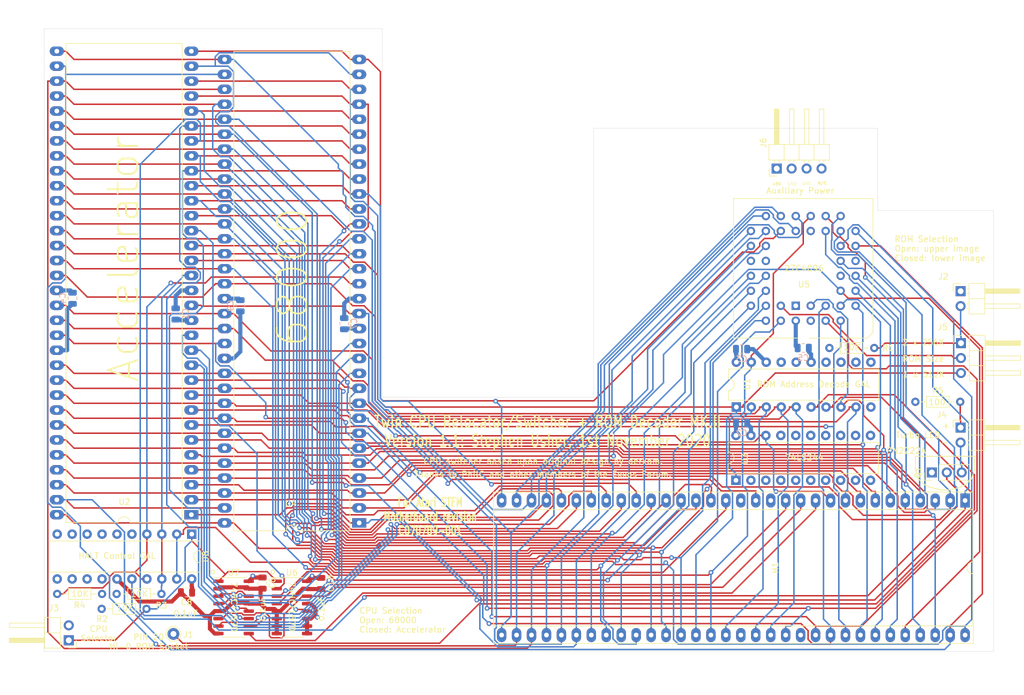
<source format=kicad_pcb>
(kicad_pcb (version 20171130) (host pcbnew "(5.1.7)-1")
  (layers (0 F.Cu signal) (1 In1.Cu power) (2 In2.Cu power) (31 B.Cu signal) (34 B.Paste user) (35 F.Paste user) (36 B.SilkS user) (37 F.SilkS user) (38 B.Mask user) (39 F.Mask user) (44 Edge.Cuts user))
  (net 0 "")
  (net 1 GND)
  (net 2 VCC)
  (net 3 /D5)
  (net 4 /A4)
  (net 5 /D6)
  (net 6 /A3)
  (net 7 /D7)
  (net 8 /A2)
  (net 9 /D8)
  (net 10 /A1)
  (net 11 /D9)
  (net 12 /FC0)
  (net 13 /D10)
  (net 14 /FC1)
  (net 15 /D11)
  (net 16 /FC2)
  (net 17 /D12)
  (net 18 /IPL0)
  (net 19 /D13)
  (net 20 /IPL1)
  (net 21 /D14)
  (net 22 /IPL2)
  (net 23 /D15)
  (net 24 /BERR)
  (net 25 /VPA)
  (net 26 /A23)
  (net 27 /E)
  (net 28 /A22)
  (net 29 /VMA)
  (net 30 /A21)
  (net 31 /RESET)
  (net 32 /HALT)
  (net 33 /A20)
  (net 34 /A19)
  (net 35 /CLK)
  (net 36 /A18)
  (net 37 /A17)
  (net 38 /BR)
  (net 39 /A16)
  (net 40 /BGACK)
  (net 41 /A15)
  (net 42 /BG)
  (net 43 /A14)
  (net 44 /DTACK)
  (net 45 /A13)
  (net 46 /RW)
  (net 47 /A12)
  (net 48 /LDS)
  (net 49 /A11)
  (net 50 /UDS)
  (net 51 /A10)
  (net 52 /AS)
  (net 53 /A9)
  (net 54 /D0)
  (net 55 /A8)
  (net 56 /D1)
  (net 57 /A7)
  (net 58 /D2)
  (net 59 /A6)
  (net 60 /D3)
  (net 61 /A5)
  (net 62 /D4)
  (net 63 /_ROM2)
  (net 64 "Net-(J2-Pad2)")
  (net 65 /S)
  (net 66 /BG1)
  (net 67 /BR1)
  (net 68 /BGACK1)
  (net 69 /E1)
  (net 70 /_ROE)
  (net 71 /E2)
  (net 72 /BR2)
  (net 73 /BGACK2)
  (net 74 /BG2)
  (net 75 "Net-(J5-Pad2)")
  (net 76 /HALT1)
  (net 77 /HALT2)
  (net 78 "Net-(J4-Pad2)")
  (net 79 "Net-(J4-Pad1)")
  (net 80 /TURBOLED)
  (net 81 "Net-(J6-Pad4)")
  (module Capacitor_SMD:C_0805_2012Metric (layer F.Cu) (at 83.6295 121.285 270)
    (fp_text reference C10 (at 0 -1.68 90) (layer F.SilkS))
    (fp_text value 0.1uF)
    (pad 2 smd roundrect (at 0.95 0 270) (size 1 1.45) (layers F.Cu F.Paste F.Mask) (net 1 GND))
    (pad 1 smd roundrect (at -0.95 0 270) (size 1 1.45) (layers F.Cu F.Paste F.Mask) (net 2 VCC))
  )
  (module Capacitor_SMD:C_0805_2012Metric (layer B.Cu) (at 69.9135 74.1045 270)
    (fp_text reference C9 (at 0 1.68 270) (layer B.SilkS) (effects (justify mirror)))
    (fp_text value 0.1uF)
    (pad 2 smd roundrect (at 0.95 0 270) (size 1 1.45) (layers B.Cu B.Paste B.Mask) (net 1 GND))
    (pad 1 smd roundrect (at -0.95 0 270) (size 1 1.45) (layers B.Cu B.Paste B.Mask) (net 2 VCC))
  )
  (module Capacitor_SMD:C_0805_2012Metric (layer F.Cu) (at 60.7695 122.809 180)
    (fp_text reference C8 (at 0 -1.68) (layer F.SilkS))
    (fp_text value 0.01uF)
    (pad 2 smd roundrect (at 0.95 0 180) (size 1 1.45) (layers F.Cu F.Paste F.Mask) (net 1 GND))
    (pad 1 smd roundrect (at -0.95 0 180) (size 1 1.45) (layers F.Cu F.Paste F.Mask) (net 2 VCC))
  )
  (module Capacitor_SMD:C_0805_2012Metric (layer B.Cu) (at 87.5665 77.1525 90)
    (fp_text reference C7 (at 0 1.68 270) (layer B.SilkS) (effects (justify mirror)))
    (fp_text value 0.1uF)
    (pad 2 smd roundrect (at 0.95 0 90) (size 1 1.45) (layers B.Cu B.Paste B.Mask) (net 1 GND))
    (pad 1 smd roundrect (at -0.95 0 90) (size 1 1.45) (layers B.Cu B.Paste B.Mask) (net 2 VCC))
  )
  (module Capacitor_SMD:C_0805_2012Metric (layer F.Cu) (at 73.66 121.222 270)
    (fp_text reference C6 (at 0 -1.68 90) (layer F.SilkS))
    (fp_text value 0.1uF)
    (pad 2 smd roundrect (at 0.95 0 270) (size 1 1.45) (layers F.Cu F.Paste F.Mask) (net 1 GND))
    (pad 1 smd roundrect (at -0.95 0 270) (size 1 1.45) (layers F.Cu F.Paste F.Mask) (net 2 VCC))
  )
  (module Capacitor_SMD:C_0805_2012Metric (layer B.Cu) (at 165.544 81.28)
    (fp_text reference C5 (at 0 1.68) (layer B.SilkS) (effects (justify mirror)))
    (fp_text value 0.01uF)
    (pad 2 smd roundrect (at 0.95 0) (size 1 1.45) (layers B.Cu B.Paste B.Mask) (net 1 GND))
    (pad 1 smd roundrect (at -0.95 0) (size 1 1.45) (layers B.Cu B.Paste B.Mask) (net 2 VCC))
  )
  (module Capacitor_SMD:C_0805_2012Metric (layer B.Cu) (at 41.402 72.8345 270)
    (fp_text reference C4 (at 0 1.68 270) (layer B.SilkS) (effects (justify mirror)))
    (fp_text value 0.1uF)
    (pad 2 smd roundrect (at 0.95 0 270) (size 1 1.45) (layers B.Cu B.Paste B.Mask) (net 1 GND))
    (pad 1 smd roundrect (at -0.95 0 270) (size 1 1.45) (layers B.Cu B.Paste B.Mask) (net 2 VCC))
  )
  (module Capacitor_SMD:C_0805_2012Metric (layer B.Cu) (at 155.067 81.4705)
    (fp_text reference C3 (at 0 1.68) (layer B.SilkS) (effects (justify mirror)))
    (fp_text value 0.01uF)
    (pad 2 smd roundrect (at 0.95 0) (size 1 1.45) (layers B.Cu B.Paste B.Mask) (net 1 GND))
    (pad 1 smd roundrect (at -0.95 0) (size 1 1.45) (layers B.Cu B.Paste B.Mask) (net 2 VCC))
  )
  (module Capacitor_SMD:C_0805_2012Metric (layer B.Cu) (at 155.067 94.0435)
    (fp_text reference C2 (at 0 1.68) (layer B.SilkS) (effects (justify mirror)))
    (fp_text value 0.01uF)
    (pad 2 smd roundrect (at 0.95 0) (size 1 1.45) (layers B.Cu B.Paste B.Mask) (net 1 GND))
    (pad 1 smd roundrect (at -0.95 0) (size 1 1.45) (layers B.Cu B.Paste B.Mask) (net 2 VCC))
  )
  (module Capacitor_SMD:C_0805_2012Metric (layer B.Cu) (at 58.928 75.5015 90)
    (fp_text reference C1 (at 0 1.68 270) (layer B.SilkS) (effects (justify mirror)))
    (fp_text value 0.1uF)
    (pad 2 smd roundrect (at 0.95 0 90) (size 1 1.45) (layers B.Cu B.Paste B.Mask) (net 1 GND))
    (pad 1 smd roundrect (at -0.95 0 90) (size 1 1.45) (layers B.Cu B.Paste B.Mask) (net 2 VCC))
  )
  (module Resistor_THT:R_Axial_DIN0204_L3.6mm_D1.6mm_P7.62mm_Horizontal (layer F.Cu) (at 184.594 90.424)
    (fp_text reference R5 (at 3.81 -1.92) (layer F.SilkS))
    (fp_text value 100)
    (pad 2 thru_hole oval (at 7.62 0) (size 1.4 1.4) (drill 0.7) (layers *.Cu *.Mask) (net 79 "Net-(J4-Pad1)"))
    (pad 1 thru_hole circle (at 0 0) (size 1.4 1.4) (drill 0.7) (layers *.Cu *.Mask) (net 2 VCC))
  )
  (module Connector_PinHeader_2.54mm:PinHeader_1x03_P2.54mm_Vertical (layer F.Cu) (at 187.388 102.426 90)
    (fp_text reference Q1 (at 0 -2.33 90) (layer F.SilkS))
    (fp_text value "LED Switch")
    (pad 3 thru_hole oval (at 0 5.08 90) (size 1.7 1.7) (drill 1) (layers *.Cu *.Mask) (net 78 "Net-(J4-Pad2)"))
    (pad 2 thru_hole oval (at 0 2.54 90) (size 1.7 1.7) (drill 1) (layers *.Cu *.Mask) (net 80 /TURBOLED))
    (pad 1 thru_hole rect (at 0 0 90) (size 1.7 1.7) (drill 1) (layers *.Cu *.Mask) (net 1 GND))
  )
  (module Package_DIP:DIP-20_W7.62mm (layer F.Cu) (at 61.6585 112.903 270)
    (fp_text reference U8 (at 3.81 -2.33 90) (layer F.SilkS))
    (fp_text value "HALT Control GAL")
    (pad 20 thru_hole oval (at 7.62 0 270) (size 1.6 1.6) (drill 0.8) (layers *.Cu *.Mask) (net 2 VCC))
    (pad 10 thru_hole oval (at 0 22.86 270) (size 1.6 1.6) (drill 0.8) (layers *.Cu *.Mask) (net 1 GND))
    (pad 19 thru_hole oval (at 7.62 2.54 270) (size 1.6 1.6) (drill 0.8) (layers *.Cu *.Mask) (net 32 /HALT))
    (pad 9 thru_hole oval (at 0 20.32 270) (size 1.6 1.6) (drill 0.8) (layers *.Cu *.Mask) (net 1 GND))
    (pad 18 thru_hole oval (at 7.62 5.08 270) (size 1.6 1.6) (drill 0.8) (layers *.Cu *.Mask) (net 76 /HALT1))
    (pad 8 thru_hole oval (at 0 17.78 270) (size 1.6 1.6) (drill 0.8) (layers *.Cu *.Mask) (net 1 GND))
    (pad 17 thru_hole oval (at 7.62 7.62 270) (size 1.6 1.6) (drill 0.8) (layers *.Cu *.Mask) (net 77 /HALT2))
    (pad 7 thru_hole oval (at 0 15.24 270) (size 1.6 1.6) (drill 0.8) (layers *.Cu *.Mask) (net 1 GND))
    (pad 16 thru_hole oval (at 7.62 10.16 270) (size 1.6 1.6) (drill 0.8) (layers *.Cu *.Mask) (net 80 /TURBOLED))
    (pad 6 thru_hole oval (at 0 12.7 270) (size 1.6 1.6) (drill 0.8) (layers *.Cu *.Mask) (net 1 GND))
    (pad 15 thru_hole oval (at 7.62 12.7 270) (size 1.6 1.6) (drill 0.8) (layers *.Cu *.Mask) (net 1 GND))
    (pad 5 thru_hole oval (at 0 10.16 270) (size 1.6 1.6) (drill 0.8) (layers *.Cu *.Mask) (net 1 GND))
    (pad 14 thru_hole oval (at 7.62 15.24 270) (size 1.6 1.6) (drill 0.8) (layers *.Cu *.Mask) (net 1 GND))
    (pad 4 thru_hole oval (at 0 7.62 270) (size 1.6 1.6) (drill 0.8) (layers *.Cu *.Mask) (net 77 /HALT2))
    (pad 13 thru_hole oval (at 7.62 17.78 270) (size 1.6 1.6) (drill 0.8) (layers *.Cu *.Mask) (net 1 GND))
    (pad 3 thru_hole oval (at 0 5.08 270) (size 1.6 1.6) (drill 0.8) (layers *.Cu *.Mask) (net 76 /HALT1))
    (pad 12 thru_hole oval (at 7.62 20.32 270) (size 1.6 1.6) (drill 0.8) (layers *.Cu *.Mask) (net 1 GND))
    (pad 2 thru_hole oval (at 0 2.54 270) (size 1.6 1.6) (drill 0.8) (layers *.Cu *.Mask) (net 32 /HALT))
    (pad 11 thru_hole oval (at 7.62 22.86 270) (size 1.6 1.6) (drill 0.8) (layers *.Cu *.Mask) (net 1 GND))
    (pad 1 thru_hole rect (at 0 0 270) (size 1.6 1.6) (drill 0.8) (layers *.Cu *.Mask) (net 65 /S))
  )
  (module Resistor_THT:R_Axial_DIN0204_L3.6mm_D1.6mm_P7.62mm_Horizontal (layer F.Cu) (at 46.4185 123.063 180)
    (fp_text reference R4 (at 3.81 -1.92) (layer F.SilkS))
    (fp_text value 10K)
    (pad 2 thru_hole oval (at 7.62 0 180) (size 1.4 1.4) (drill 0.7) (layers *.Cu *.Mask) (net 77 /HALT2))
    (pad 1 thru_hole circle (at 0 0 180) (size 1.4 1.4) (drill 0.7) (layers *.Cu *.Mask) (net 2 VCC))
  )
  (module Resistor_THT:R_Axial_DIN0204_L3.6mm_D1.6mm_P7.62mm_Horizontal (layer F.Cu) (at 48.895 123.063)
    (fp_text reference R3 (at 7.62 1.9685) (layer F.SilkS))
    (fp_text value 10K)
    (pad 2 thru_hole oval (at 7.62 0) (size 1.4 1.4) (drill 0.7) (layers *.Cu *.Mask) (net 76 /HALT1))
    (pad 1 thru_hole circle (at 0 0) (size 1.4 1.4) (drill 0.7) (layers *.Cu *.Mask) (net 2 VCC))
  )
  (module Connector_PinHeader_2.54mm:PinHeader_1x04_P2.54mm_Horizontal (layer F.Cu) (at 161.036 50.8 90)
    (fp_text reference J6 (at 4.385 -2.27 90) (layer F.SilkS))
    (fp_text value "Aux Power")
    (pad 4 thru_hole oval (at 0 7.62 90) (size 1.7 1.7) (drill 1) (layers *.Cu *.Mask) (net 81 "Net-(J6-Pad4)"))
    (pad 3 thru_hole oval (at 0 5.08 90) (size 1.7 1.7) (drill 1) (layers *.Cu *.Mask) (net 1 GND))
    (pad 2 thru_hole oval (at 0 2.54 90) (size 1.7 1.7) (drill 1) (layers *.Cu *.Mask) (net 1 GND))
    (pad 1 thru_hole rect (at 0 0 90) (size 1.7 1.7) (drill 1) (layers *.Cu *.Mask) (net 2 VCC))
  )
  (module Connector_PinHeader_2.54mm:PinHeader_1x03_P2.54mm_Horizontal (layer F.Cu) (at 192.342 80.4545)
    (fp_text reference J5 (at -3.1115 -2.7305) (layer F.SilkS))
    (fp_text value "ROM Size Select")
    (pad 3 thru_hole oval (at 0 5.08) (size 1.7 1.7) (drill 1) (layers *.Cu *.Mask) (net 36 /A18))
    (pad 2 thru_hole oval (at 0 2.54) (size 1.7 1.7) (drill 1) (layers *.Cu *.Mask) (net 75 "Net-(J5-Pad2)"))
    (pad 1 thru_hole rect (at 0 0) (size 1.7 1.7) (drill 1) (layers *.Cu *.Mask) (net 64 "Net-(J2-Pad2)"))
  )
  (module Connector_PinHeader_2.54mm:PinHeader_1x02_P2.54mm_Horizontal (layer F.Cu) (at 192.278 94.8055)
    (fp_text reference J4 (at -3.175 -2.159) (layer F.SilkS))
    (fp_text value "Turbo LED")
    (pad 2 thru_hole oval (at 0 2.54) (size 1.7 1.7) (drill 1) (layers *.Cu *.Mask) (net 78 "Net-(J4-Pad2)"))
    (pad 1 thru_hole rect (at 0 0) (size 1.7 1.7) (drill 1) (layers *.Cu *.Mask) (net 79 "Net-(J4-Pad1)"))
  )
  (module Connector_PinHeader_2.54mm:PinHeader_1x02_P2.54mm_Horizontal (layer F.Cu) (at 40.767 130.937 180)
    (fp_text reference J3 (at 2.54 5.461) (layer F.SilkS))
    (fp_text value "CPU Switch")
    (pad 2 thru_hole oval (at 0 2.54 180) (size 1.7 1.7) (drill 1) (layers *.Cu *.Mask) (net 1 GND))
    (pad 1 thru_hole rect (at 0 0 180) (size 1.7 1.7) (drill 1) (layers *.Cu *.Mask) (net 65 /S))
  )
  (module Package_SO:SO-16_3.9x9.9mm_P1.27mm (layer F.Cu) (at 68.7705 125.349)
    (fp_text reference U7 (at 0 -5.9) (layer F.SilkS))
    (fp_text value 74HCT157D)
    (pad 16 smd roundrect (at 2.575 -4.445) (size 1.75 0.6) (layers F.Cu F.Paste F.Mask) (net 2 VCC))
    (pad 15 smd roundrect (at 2.575 -3.175) (size 1.75 0.6) (layers F.Cu F.Paste F.Mask) (net 1 GND))
    (pad 14 smd roundrect (at 2.575 -1.905) (size 1.75 0.6) (layers F.Cu F.Paste F.Mask) (net 38 /BR))
    (pad 13 smd roundrect (at 2.575 -0.635) (size 1.75 0.6) (layers F.Cu F.Paste F.Mask) (net 1 GND))
    (pad 12 smd roundrect (at 2.575 0.635) (size 1.75 0.6) (layers F.Cu F.Paste F.Mask) (net 67 /BR1))
    (pad 11 smd roundrect (at 2.575 1.905) (size 1.75 0.6) (layers F.Cu F.Paste F.Mask) (net 66 /BG1))
    (pad 10 smd roundrect (at 2.575 3.175) (size 1.75 0.6) (layers F.Cu F.Paste F.Mask) (net 74 /BG2))
    (pad 9 smd roundrect (at 2.575 4.445) (size 1.75 0.6) (layers F.Cu F.Paste F.Mask) (net 42 /BG))
    (pad 8 smd roundrect (at -2.575 4.445) (size 1.75 0.6) (layers F.Cu F.Paste F.Mask) (net 1 GND))
    (pad 7 smd roundrect (at -2.575 3.175) (size 1.75 0.6) (layers F.Cu F.Paste F.Mask) (net 73 /BGACK2))
    (pad 6 smd roundrect (at -2.575 1.905) (size 1.75 0.6) (layers F.Cu F.Paste F.Mask) (net 40 /BGACK))
    (pad 5 smd roundrect (at -2.575 0.635) (size 1.75 0.6) (layers F.Cu F.Paste F.Mask) (net 1 GND))
    (pad 4 smd roundrect (at -2.575 -0.635) (size 1.75 0.6) (layers F.Cu F.Paste F.Mask) (net 72 /BR2))
    (pad 3 smd roundrect (at -2.575 -1.905) (size 1.75 0.6) (layers F.Cu F.Paste F.Mask) (net 38 /BR))
    (pad 2 smd roundrect (at -2.575 -3.175) (size 1.75 0.6) (layers F.Cu F.Paste F.Mask) (net 1 GND))
    (pad 1 smd roundrect (at -2.575 -4.445) (size 1.75 0.6) (layers F.Cu F.Paste F.Mask) (net 65 /S))
  )
  (module Package_SO:SO-16_3.9x9.9mm_P1.27mm (layer F.Cu) (at 78.6765 125.349)
    (fp_text reference U6 (at 0 -5.9) (layer F.SilkS))
    (fp_text value 74HCT157D)
    (pad 16 smd roundrect (at 2.575 -4.445) (size 1.75 0.6) (layers F.Cu F.Paste F.Mask) (net 2 VCC))
    (pad 15 smd roundrect (at 2.575 -3.175) (size 1.75 0.6) (layers F.Cu F.Paste F.Mask) (net 1 GND))
    (pad 14 smd roundrect (at 2.575 -1.905) (size 1.75 0.6) (layers F.Cu F.Paste F.Mask) (net 40 /BGACK))
    (pad 13 smd roundrect (at 2.575 -0.635) (size 1.75 0.6) (layers F.Cu F.Paste F.Mask) (net 1 GND))
    (pad 12 smd roundrect (at 2.575 0.635) (size 1.75 0.6) (layers F.Cu F.Paste F.Mask) (net 68 /BGACK1))
    (pad 11 smd roundrect (at 2.575 1.905) (size 1.75 0.6) (layers F.Cu F.Paste F.Mask) (net 1 GND))
    (pad 10 smd roundrect (at 2.575 3.175) (size 1.75 0.6) (layers F.Cu F.Paste F.Mask) (net 1 GND))
    (pad 9 smd roundrect (at 2.575 4.445) (size 1.75 0.6) (layers F.Cu F.Paste F.Mask) (net 1 GND))
    (pad 8 smd roundrect (at -2.575 4.445) (size 1.75 0.6) (layers F.Cu F.Paste F.Mask) (net 1 GND))
    (pad 7 smd roundrect (at -2.575 3.175) (size 1.75 0.6) (layers F.Cu F.Paste F.Mask) (net 1 GND))
    (pad 6 smd roundrect (at -2.575 1.905) (size 1.75 0.6) (layers F.Cu F.Paste F.Mask) (net 1 GND))
    (pad 5 smd roundrect (at -2.575 0.635) (size 1.75 0.6) (layers F.Cu F.Paste F.Mask) (net 1 GND))
    (pad 4 smd roundrect (at -2.575 -0.635) (size 1.75 0.6) (layers F.Cu F.Paste F.Mask) (net 27 /E))
    (pad 3 smd roundrect (at -2.575 -1.905) (size 1.75 0.6) (layers F.Cu F.Paste F.Mask) (net 71 /E2))
    (pad 2 smd roundrect (at -2.575 -3.175) (size 1.75 0.6) (layers F.Cu F.Paste F.Mask) (net 69 /E1))
    (pad 1 smd roundrect (at -2.575 -4.445) (size 1.75 0.6) (layers F.Cu F.Paste F.Mask) (net 65 /S))
  )
  (module Package_LCC:PLCC-44_THT-Socket (layer F.Cu) (at 164.274 74.1045 180)
    (fp_text reference U5 (at -1.397 3.6195) (layer F.SilkS))
    (fp_text value 27C4096-PLCC44)
    (pad 39 thru_hole circle (at 7.62 0 180) (size 1.4224 1.4224) (drill 0.8) (layers *.Cu *.Mask) (net 43 /A14))
    (pad 37 thru_hole circle (at 7.62 2.54 180) (size 1.4224 1.4224) (drill 0.8) (layers *.Cu *.Mask) (net 47 /A12))
    (pad 35 thru_hole circle (at 7.62 5.08 180) (size 1.4224 1.4224) (drill 0.8) (layers *.Cu *.Mask) (net 51 /A10))
    (pad 33 thru_hole circle (at 7.62 7.62 180) (size 1.4224 1.4224) (drill 0.8) (layers *.Cu *.Mask))
    (pad 31 thru_hole circle (at 7.62 10.16 180) (size 1.4224 1.4224) (drill 0.8) (layers *.Cu *.Mask) (net 55 /A8))
    (pad 40 thru_hole circle (at 5.08 -2.54 180) (size 1.4224 1.4224) (drill 0.8) (layers *.Cu *.Mask) (net 41 /A15))
    (pad 38 thru_hole circle (at 5.08 2.54 180) (size 1.4224 1.4224) (drill 0.8) (layers *.Cu *.Mask) (net 45 /A13))
    (pad 36 thru_hole circle (at 5.08 5.08 180) (size 1.4224 1.4224) (drill 0.8) (layers *.Cu *.Mask) (net 49 /A11))
    (pad 34 thru_hole circle (at 5.08 7.62 180) (size 1.4224 1.4224) (drill 0.8) (layers *.Cu *.Mask) (net 1 GND))
    (pad 32 thru_hole circle (at 5.08 10.16 180) (size 1.4224 1.4224) (drill 0.8) (layers *.Cu *.Mask) (net 53 /A9))
    (pad 30 thru_hole circle (at 5.08 12.7 180) (size 1.4224 1.4224) (drill 0.8) (layers *.Cu *.Mask) (net 57 /A7))
    (pad 28 thru_hole circle (at 5.08 15.24 180) (size 1.4224 1.4224) (drill 0.8) (layers *.Cu *.Mask) (net 61 /A5))
    (pad 26 thru_hole circle (at 2.54 15.24 180) (size 1.4224 1.4224) (drill 0.8) (layers *.Cu *.Mask) (net 6 /A3))
    (pad 24 thru_hole circle (at 0 15.24 180) (size 1.4224 1.4224) (drill 0.8) (layers *.Cu *.Mask) (net 10 /A1))
    (pad 22 thru_hole circle (at -2.54 15.24 180) (size 1.4224 1.4224) (drill 0.8) (layers *.Cu *.Mask) (net 70 /_ROE))
    (pad 20 thru_hole circle (at -5.08 15.24 180) (size 1.4224 1.4224) (drill 0.8) (layers *.Cu *.Mask) (net 56 /D1))
    (pad 18 thru_hole circle (at -7.62 15.24 180) (size 1.4224 1.4224) (drill 0.8) (layers *.Cu *.Mask) (net 60 /D3))
    (pad 29 thru_hole circle (at 7.62 12.7 180) (size 1.4224 1.4224) (drill 0.8) (layers *.Cu *.Mask) (net 59 /A6))
    (pad 27 thru_hole circle (at 2.54 12.7 180) (size 1.4224 1.4224) (drill 0.8) (layers *.Cu *.Mask) (net 4 /A4))
    (pad 25 thru_hole circle (at 0 12.7 180) (size 1.4224 1.4224) (drill 0.8) (layers *.Cu *.Mask) (net 8 /A2))
    (pad 23 thru_hole circle (at -2.54 12.7 180) (size 1.4224 1.4224) (drill 0.8) (layers *.Cu *.Mask))
    (pad 21 thru_hole circle (at -5.08 12.7 180) (size 1.4224 1.4224) (drill 0.8) (layers *.Cu *.Mask) (net 54 /D0))
    (pad 19 thru_hole circle (at -7.62 12.7 180) (size 1.4224 1.4224) (drill 0.8) (layers *.Cu *.Mask) (net 58 /D2))
    (pad 17 thru_hole circle (at -10.16 12.7 180) (size 1.4224 1.4224) (drill 0.8) (layers *.Cu *.Mask) (net 62 /D4))
    (pad 15 thru_hole circle (at -10.16 10.16 180) (size 1.4224 1.4224) (drill 0.8) (layers *.Cu *.Mask) (net 5 /D6))
    (pad 13 thru_hole circle (at -10.16 7.62 180) (size 1.4224 1.4224) (drill 0.8) (layers *.Cu *.Mask))
    (pad 11 thru_hole circle (at -10.16 5.08 180) (size 1.4224 1.4224) (drill 0.8) (layers *.Cu *.Mask) (net 9 /D8))
    (pad 9 thru_hole circle (at -10.16 2.54 180) (size 1.4224 1.4224) (drill 0.8) (layers *.Cu *.Mask) (net 13 /D10))
    (pad 7 thru_hole circle (at -10.16 0 180) (size 1.4224 1.4224) (drill 0.8) (layers *.Cu *.Mask) (net 17 /D12))
    (pad 16 thru_hole circle (at -7.62 10.16 180) (size 1.4224 1.4224) (drill 0.8) (layers *.Cu *.Mask) (net 3 /D5))
    (pad 14 thru_hole circle (at -7.62 7.62 180) (size 1.4224 1.4224) (drill 0.8) (layers *.Cu *.Mask) (net 7 /D7))
    (pad 12 thru_hole circle (at -7.62 5.08 180) (size 1.4224 1.4224) (drill 0.8) (layers *.Cu *.Mask) (net 1 GND))
    (pad 10 thru_hole circle (at -7.62 2.54 180) (size 1.4224 1.4224) (drill 0.8) (layers *.Cu *.Mask) (net 11 /D9))
    (pad 8 thru_hole circle (at -7.62 0 180) (size 1.4224 1.4224) (drill 0.8) (layers *.Cu *.Mask) (net 15 /D11))
    (pad 42 thru_hole circle (at 2.54 -2.54 180) (size 1.4224 1.4224) (drill 0.8) (layers *.Cu *.Mask) (net 37 /A17))
    (pad 44 thru_hole circle (at 0 -2.54 180) (size 1.4224 1.4224) (drill 0.8) (layers *.Cu *.Mask) (net 2 VCC))
    (pad 6 thru_hole circle (at -7.62 -2.54 180) (size 1.4224 1.4224) (drill 0.8) (layers *.Cu *.Mask) (net 19 /D13))
    (pad 4 thru_hole circle (at -5.08 -2.54 180) (size 1.4224 1.4224) (drill 0.8) (layers *.Cu *.Mask) (net 23 /D15))
    (pad 2 thru_hole circle (at -2.54 -2.54 180) (size 1.4224 1.4224) (drill 0.8) (layers *.Cu *.Mask) (net 1 GND))
    (pad 41 thru_hole circle (at 5.08 0 180) (size 1.4224 1.4224) (drill 0.8) (layers *.Cu *.Mask) (net 39 /A16))
    (pad 43 thru_hole circle (at 2.54 0 180) (size 1.4224 1.4224) (drill 0.8) (layers *.Cu *.Mask) (net 75 "Net-(J5-Pad2)"))
    (pad 5 thru_hole circle (at -5.08 0 180) (size 1.4224 1.4224) (drill 0.8) (layers *.Cu *.Mask) (net 21 /D14))
    (pad 3 thru_hole circle (at -2.54 0 180) (size 1.4224 1.4224) (drill 0.8) (layers *.Cu *.Mask) (net 52 /AS))
    (pad 1 thru_hole rect (at 0 0 180) (size 1.4224 1.4224) (drill 0.8) (layers *.Cu *.Mask))
  )
  (module Package_DIP:DIP-64_W22.86mm_LongPads (layer F.Cu) (at 90.1065 110.998 180)
    (fp_text reference U4 (at 11.6205 3.302) (layer F.SilkS))
    (fp_text value "DIP-64 Socket")
    (pad 64 thru_hole oval (at 22.86 0 180) (size 2.4 1.6) (drill 0.8) (layers *.Cu *.Mask) (net 3 /D5))
    (pad 32 thru_hole oval (at 0 78.74 180) (size 2.4 1.6) (drill 0.8) (layers *.Cu *.Mask) (net 4 /A4))
    (pad 63 thru_hole oval (at 22.86 2.54 180) (size 2.4 1.6) (drill 0.8) (layers *.Cu *.Mask) (net 5 /D6))
    (pad 31 thru_hole oval (at 0 76.2 180) (size 2.4 1.6) (drill 0.8) (layers *.Cu *.Mask) (net 6 /A3))
    (pad 62 thru_hole oval (at 22.86 5.08 180) (size 2.4 1.6) (drill 0.8) (layers *.Cu *.Mask) (net 7 /D7))
    (pad 30 thru_hole oval (at 0 73.66 180) (size 2.4 1.6) (drill 0.8) (layers *.Cu *.Mask) (net 8 /A2))
    (pad 61 thru_hole oval (at 22.86 7.62 180) (size 2.4 1.6) (drill 0.8) (layers *.Cu *.Mask) (net 9 /D8))
    (pad 29 thru_hole oval (at 0 71.12 180) (size 2.4 1.6) (drill 0.8) (layers *.Cu *.Mask) (net 10 /A1))
    (pad 60 thru_hole oval (at 22.86 10.16 180) (size 2.4 1.6) (drill 0.8) (layers *.Cu *.Mask) (net 11 /D9))
    (pad 28 thru_hole oval (at 0 68.58 180) (size 2.4 1.6) (drill 0.8) (layers *.Cu *.Mask) (net 12 /FC0))
    (pad 59 thru_hole oval (at 22.86 12.7 180) (size 2.4 1.6) (drill 0.8) (layers *.Cu *.Mask) (net 13 /D10))
    (pad 27 thru_hole oval (at 0 66.04 180) (size 2.4 1.6) (drill 0.8) (layers *.Cu *.Mask) (net 14 /FC1))
    (pad 58 thru_hole oval (at 22.86 15.24 180) (size 2.4 1.6) (drill 0.8) (layers *.Cu *.Mask) (net 15 /D11))
    (pad 26 thru_hole oval (at 0 63.5 180) (size 2.4 1.6) (drill 0.8) (layers *.Cu *.Mask) (net 16 /FC2))
    (pad 57 thru_hole oval (at 22.86 17.78 180) (size 2.4 1.6) (drill 0.8) (layers *.Cu *.Mask) (net 17 /D12))
    (pad 25 thru_hole oval (at 0 60.96 180) (size 2.4 1.6) (drill 0.8) (layers *.Cu *.Mask) (net 18 /IPL0))
    (pad 56 thru_hole oval (at 22.86 20.32 180) (size 2.4 1.6) (drill 0.8) (layers *.Cu *.Mask) (net 19 /D13))
    (pad 24 thru_hole oval (at 0 58.42 180) (size 2.4 1.6) (drill 0.8) (layers *.Cu *.Mask) (net 20 /IPL1))
    (pad 55 thru_hole oval (at 22.86 22.86 180) (size 2.4 1.6) (drill 0.8) (layers *.Cu *.Mask) (net 21 /D14))
    (pad 23 thru_hole oval (at 0 55.88 180) (size 2.4 1.6) (drill 0.8) (layers *.Cu *.Mask) (net 22 /IPL2))
    (pad 54 thru_hole oval (at 22.86 25.4 180) (size 2.4 1.6) (drill 0.8) (layers *.Cu *.Mask) (net 23 /D15))
    (pad 22 thru_hole oval (at 0 53.34 180) (size 2.4 1.6) (drill 0.8) (layers *.Cu *.Mask) (net 24 /BERR))
    (pad 53 thru_hole oval (at 22.86 27.94 180) (size 2.4 1.6) (drill 0.8) (layers *.Cu *.Mask) (net 1 GND))
    (pad 21 thru_hole oval (at 0 50.8 180) (size 2.4 1.6) (drill 0.8) (layers *.Cu *.Mask) (net 25 /VPA))
    (pad 52 thru_hole oval (at 22.86 30.48 180) (size 2.4 1.6) (drill 0.8) (layers *.Cu *.Mask) (net 26 /A23))
    (pad 20 thru_hole oval (at 0 48.26 180) (size 2.4 1.6) (drill 0.8) (layers *.Cu *.Mask) (net 71 /E2))
    (pad 51 thru_hole oval (at 22.86 33.02 180) (size 2.4 1.6) (drill 0.8) (layers *.Cu *.Mask) (net 28 /A22))
    (pad 19 thru_hole oval (at 0 45.72 180) (size 2.4 1.6) (drill 0.8) (layers *.Cu *.Mask) (net 29 /VMA))
    (pad 50 thru_hole oval (at 22.86 35.56 180) (size 2.4 1.6) (drill 0.8) (layers *.Cu *.Mask) (net 30 /A21))
    (pad 18 thru_hole oval (at 0 43.18 180) (size 2.4 1.6) (drill 0.8) (layers *.Cu *.Mask) (net 31 /RESET))
    (pad 49 thru_hole oval (at 22.86 38.1 180) (size 2.4 1.6) (drill 0.8) (layers *.Cu *.Mask) (net 2 VCC))
    (pad 17 thru_hole oval (at 0 40.64 180) (size 2.4 1.6) (drill 0.8) (layers *.Cu *.Mask) (net 77 /HALT2))
    (pad 48 thru_hole oval (at 22.86 40.64 180) (size 2.4 1.6) (drill 0.8) (layers *.Cu *.Mask) (net 33 /A20))
    (pad 16 thru_hole oval (at 0 38.1 180) (size 2.4 1.6) (drill 0.8) (layers *.Cu *.Mask) (net 1 GND))
    (pad 47 thru_hole oval (at 22.86 43.18 180) (size 2.4 1.6) (drill 0.8) (layers *.Cu *.Mask) (net 34 /A19))
    (pad 15 thru_hole oval (at 0 35.56 180) (size 2.4 1.6) (drill 0.8) (layers *.Cu *.Mask) (net 35 /CLK))
    (pad 46 thru_hole oval (at 22.86 45.72 180) (size 2.4 1.6) (drill 0.8) (layers *.Cu *.Mask) (net 36 /A18))
    (pad 14 thru_hole oval (at 0 33.02 180) (size 2.4 1.6) (drill 0.8) (layers *.Cu *.Mask) (net 2 VCC))
    (pad 45 thru_hole oval (at 22.86 48.26 180) (size 2.4 1.6) (drill 0.8) (layers *.Cu *.Mask) (net 37 /A17))
    (pad 13 thru_hole oval (at 0 30.48 180) (size 2.4 1.6) (drill 0.8) (layers *.Cu *.Mask) (net 72 /BR2))
    (pad 44 thru_hole oval (at 22.86 50.8 180) (size 2.4 1.6) (drill 0.8) (layers *.Cu *.Mask) (net 39 /A16))
    (pad 12 thru_hole oval (at 0 27.94 180) (size 2.4 1.6) (drill 0.8) (layers *.Cu *.Mask) (net 73 /BGACK2))
    (pad 43 thru_hole oval (at 22.86 53.34 180) (size 2.4 1.6) (drill 0.8) (layers *.Cu *.Mask) (net 41 /A15))
    (pad 11 thru_hole oval (at 0 25.4 180) (size 2.4 1.6) (drill 0.8) (layers *.Cu *.Mask) (net 74 /BG2))
    (pad 42 thru_hole oval (at 22.86 55.88 180) (size 2.4 1.6) (drill 0.8) (layers *.Cu *.Mask) (net 43 /A14))
    (pad 10 thru_hole oval (at 0 22.86 180) (size 2.4 1.6) (drill 0.8) (layers *.Cu *.Mask) (net 44 /DTACK))
    (pad 41 thru_hole oval (at 22.86 58.42 180) (size 2.4 1.6) (drill 0.8) (layers *.Cu *.Mask) (net 45 /A13))
    (pad 9 thru_hole oval (at 0 20.32 180) (size 2.4 1.6) (drill 0.8) (layers *.Cu *.Mask) (net 46 /RW))
    (pad 40 thru_hole oval (at 22.86 60.96 180) (size 2.4 1.6) (drill 0.8) (layers *.Cu *.Mask) (net 47 /A12))
    (pad 8 thru_hole oval (at 0 17.78 180) (size 2.4 1.6) (drill 0.8) (layers *.Cu *.Mask) (net 48 /LDS))
    (pad 39 thru_hole oval (at 22.86 63.5 180) (size 2.4 1.6) (drill 0.8) (layers *.Cu *.Mask) (net 49 /A11))
    (pad 7 thru_hole oval (at 0 15.24 180) (size 2.4 1.6) (drill 0.8) (layers *.Cu *.Mask) (net 50 /UDS))
    (pad 38 thru_hole oval (at 22.86 66.04 180) (size 2.4 1.6) (drill 0.8) (layers *.Cu *.Mask) (net 51 /A10))
    (pad 6 thru_hole oval (at 0 12.7 180) (size 2.4 1.6) (drill 0.8) (layers *.Cu *.Mask) (net 52 /AS))
    (pad 37 thru_hole oval (at 22.86 68.58 180) (size 2.4 1.6) (drill 0.8) (layers *.Cu *.Mask) (net 53 /A9))
    (pad 5 thru_hole oval (at 0 10.16 180) (size 2.4 1.6) (drill 0.8) (layers *.Cu *.Mask) (net 54 /D0))
    (pad 36 thru_hole oval (at 22.86 71.12 180) (size 2.4 1.6) (drill 0.8) (layers *.Cu *.Mask) (net 55 /A8))
    (pad 4 thru_hole oval (at 0 7.62 180) (size 2.4 1.6) (drill 0.8) (layers *.Cu *.Mask) (net 56 /D1))
    (pad 35 thru_hole oval (at 22.86 73.66 180) (size 2.4 1.6) (drill 0.8) (layers *.Cu *.Mask) (net 57 /A7))
    (pad 3 thru_hole oval (at 0 5.08 180) (size 2.4 1.6) (drill 0.8) (layers *.Cu *.Mask) (net 58 /D2))
    (pad 34 thru_hole oval (at 22.86 76.2 180) (size 2.4 1.6) (drill 0.8) (layers *.Cu *.Mask) (net 59 /A6))
    (pad 2 thru_hole oval (at 0 2.54 180) (size 2.4 1.6) (drill 0.8) (layers *.Cu *.Mask) (net 60 /D3))
    (pad 33 thru_hole oval (at 22.86 78.74 180) (size 2.4 1.6) (drill 0.8) (layers *.Cu *.Mask) (net 61 /A5))
    (pad 1 thru_hole rect (at 0 0 180) (size 2.4 1.6) (drill 0.8) (layers *.Cu *.Mask) (net 62 /D4))
  )
  (module Package_DIP:DIP-20_W7.62mm (layer F.Cu) (at 154.114 103.759 90)
    (fp_text reference U3 (at 3.683 1.524 90) (layer F.SilkS))
    (fp_text value 74LS244)
    (pad 20 thru_hole oval (at 7.62 0 90) (size 1.6 1.6) (drill 0.8) (layers *.Cu *.Mask) (net 2 VCC))
    (pad 10 thru_hole oval (at 0 22.86 90) (size 1.6 1.6) (drill 0.8) (layers *.Cu *.Mask) (net 1 GND))
    (pad 19 thru_hole oval (at 7.62 2.54 90) (size 1.6 1.6) (drill 0.8) (layers *.Cu *.Mask) (net 1 GND))
    (pad 9 thru_hole oval (at 0 20.32 90) (size 1.6 1.6) (drill 0.8) (layers *.Cu *.Mask) (net 1 GND))
    (pad 18 thru_hole oval (at 7.62 5.08 90) (size 1.6 1.6) (drill 0.8) (layers *.Cu *.Mask) (net 44 /DTACK))
    (pad 8 thru_hole oval (at 0 17.78 90) (size 1.6 1.6) (drill 0.8) (layers *.Cu *.Mask) (net 1 GND))
    (pad 17 thru_hole oval (at 7.62 7.62 90) (size 1.6 1.6) (drill 0.8) (layers *.Cu *.Mask) (net 1 GND))
    (pad 7 thru_hole oval (at 0 15.24 90) (size 1.6 1.6) (drill 0.8) (layers *.Cu *.Mask) (net 1 GND))
    (pad 16 thru_hole oval (at 7.62 10.16 90) (size 1.6 1.6) (drill 0.8) (layers *.Cu *.Mask) (net 1 GND))
    (pad 6 thru_hole oval (at 0 12.7 90) (size 1.6 1.6) (drill 0.8) (layers *.Cu *.Mask) (net 1 GND))
    (pad 15 thru_hole oval (at 7.62 12.7 90) (size 1.6 1.6) (drill 0.8) (layers *.Cu *.Mask) (net 1 GND))
    (pad 5 thru_hole oval (at 0 10.16 90) (size 1.6 1.6) (drill 0.8) (layers *.Cu *.Mask) (net 1 GND))
    (pad 14 thru_hole oval (at 7.62 15.24 90) (size 1.6 1.6) (drill 0.8) (layers *.Cu *.Mask) (net 1 GND))
    (pad 4 thru_hole oval (at 0 7.62 90) (size 1.6 1.6) (drill 0.8) (layers *.Cu *.Mask) (net 1 GND))
    (pad 13 thru_hole oval (at 7.62 17.78 90) (size 1.6 1.6) (drill 0.8) (layers *.Cu *.Mask) (net 1 GND))
    (pad 3 thru_hole oval (at 0 5.08 90) (size 1.6 1.6) (drill 0.8) (layers *.Cu *.Mask) (net 1 GND))
    (pad 12 thru_hole oval (at 7.62 20.32 90) (size 1.6 1.6) (drill 0.8) (layers *.Cu *.Mask) (net 1 GND))
    (pad 2 thru_hole oval (at 0 2.54 90) (size 1.6 1.6) (drill 0.8) (layers *.Cu *.Mask) (net 1 GND))
    (pad 11 thru_hole oval (at 7.62 22.86 90) (size 1.6 1.6) (drill 0.8) (layers *.Cu *.Mask) (net 1 GND))
    (pad 1 thru_hole rect (at 0 0 90) (size 1.6 1.6) (drill 0.8) (layers *.Cu *.Mask) (net 70 /_ROE))
  )
  (module Package_DIP:DIP-64_W22.86mm_LongPads (layer F.Cu) (at 61.595 109.601 180)
    (fp_text reference U2 (at 11.3665 2.159) (layer F.SilkS))
    (fp_text value "DIP-64 Socket")
    (pad 64 thru_hole oval (at 22.86 0 180) (size 2.4 1.6) (drill 0.8) (layers *.Cu *.Mask) (net 3 /D5))
    (pad 32 thru_hole oval (at 0 78.74 180) (size 2.4 1.6) (drill 0.8) (layers *.Cu *.Mask) (net 4 /A4))
    (pad 63 thru_hole oval (at 22.86 2.54 180) (size 2.4 1.6) (drill 0.8) (layers *.Cu *.Mask) (net 5 /D6))
    (pad 31 thru_hole oval (at 0 76.2 180) (size 2.4 1.6) (drill 0.8) (layers *.Cu *.Mask) (net 6 /A3))
    (pad 62 thru_hole oval (at 22.86 5.08 180) (size 2.4 1.6) (drill 0.8) (layers *.Cu *.Mask) (net 7 /D7))
    (pad 30 thru_hole oval (at 0 73.66 180) (size 2.4 1.6) (drill 0.8) (layers *.Cu *.Mask) (net 8 /A2))
    (pad 61 thru_hole oval (at 22.86 7.62 180) (size 2.4 1.6) (drill 0.8) (layers *.Cu *.Mask) (net 9 /D8))
    (pad 29 thru_hole oval (at 0 71.12 180) (size 2.4 1.6) (drill 0.8) (layers *.Cu *.Mask) (net 10 /A1))
    (pad 60 thru_hole oval (at 22.86 10.16 180) (size 2.4 1.6) (drill 0.8) (layers *.Cu *.Mask) (net 11 /D9))
    (pad 28 thru_hole oval (at 0 68.58 180) (size 2.4 1.6) (drill 0.8) (layers *.Cu *.Mask) (net 12 /FC0))
    (pad 59 thru_hole oval (at 22.86 12.7 180) (size 2.4 1.6) (drill 0.8) (layers *.Cu *.Mask) (net 13 /D10))
    (pad 27 thru_hole oval (at 0 66.04 180) (size 2.4 1.6) (drill 0.8) (layers *.Cu *.Mask) (net 14 /FC1))
    (pad 58 thru_hole oval (at 22.86 15.24 180) (size 2.4 1.6) (drill 0.8) (layers *.Cu *.Mask) (net 15 /D11))
    (pad 26 thru_hole oval (at 0 63.5 180) (size 2.4 1.6) (drill 0.8) (layers *.Cu *.Mask) (net 16 /FC2))
    (pad 57 thru_hole oval (at 22.86 17.78 180) (size 2.4 1.6) (drill 0.8) (layers *.Cu *.Mask) (net 17 /D12))
    (pad 25 thru_hole oval (at 0 60.96 180) (size 2.4 1.6) (drill 0.8) (layers *.Cu *.Mask) (net 18 /IPL0))
    (pad 56 thru_hole oval (at 22.86 20.32 180) (size 2.4 1.6) (drill 0.8) (layers *.Cu *.Mask) (net 19 /D13))
    (pad 24 thru_hole oval (at 0 58.42 180) (size 2.4 1.6) (drill 0.8) (layers *.Cu *.Mask) (net 20 /IPL1))
    (pad 55 thru_hole oval (at 22.86 22.86 180) (size 2.4 1.6) (drill 0.8) (layers *.Cu *.Mask) (net 21 /D14))
    (pad 23 thru_hole oval (at 0 55.88 180) (size 2.4 1.6) (drill 0.8) (layers *.Cu *.Mask) (net 22 /IPL2))
    (pad 54 thru_hole oval (at 22.86 25.4 180) (size 2.4 1.6) (drill 0.8) (layers *.Cu *.Mask) (net 23 /D15))
    (pad 22 thru_hole oval (at 0 53.34 180) (size 2.4 1.6) (drill 0.8) (layers *.Cu *.Mask) (net 24 /BERR))
    (pad 53 thru_hole oval (at 22.86 27.94 180) (size 2.4 1.6) (drill 0.8) (layers *.Cu *.Mask) (net 1 GND))
    (pad 21 thru_hole oval (at 0 50.8 180) (size 2.4 1.6) (drill 0.8) (layers *.Cu *.Mask) (net 25 /VPA))
    (pad 52 thru_hole oval (at 22.86 30.48 180) (size 2.4 1.6) (drill 0.8) (layers *.Cu *.Mask) (net 26 /A23))
    (pad 20 thru_hole oval (at 0 48.26 180) (size 2.4 1.6) (drill 0.8) (layers *.Cu *.Mask) (net 69 /E1))
    (pad 51 thru_hole oval (at 22.86 33.02 180) (size 2.4 1.6) (drill 0.8) (layers *.Cu *.Mask) (net 28 /A22))
    (pad 19 thru_hole oval (at 0 45.72 180) (size 2.4 1.6) (drill 0.8) (layers *.Cu *.Mask) (net 29 /VMA))
    (pad 50 thru_hole oval (at 22.86 35.56 180) (size 2.4 1.6) (drill 0.8) (layers *.Cu *.Mask) (net 30 /A21))
    (pad 18 thru_hole oval (at 0 43.18 180) (size 2.4 1.6) (drill 0.8) (layers *.Cu *.Mask) (net 31 /RESET))
    (pad 49 thru_hole oval (at 22.86 38.1 180) (size 2.4 1.6) (drill 0.8) (layers *.Cu *.Mask) (net 2 VCC))
    (pad 17 thru_hole oval (at 0 40.64 180) (size 2.4 1.6) (drill 0.8) (layers *.Cu *.Mask) (net 76 /HALT1))
    (pad 48 thru_hole oval (at 22.86 40.64 180) (size 2.4 1.6) (drill 0.8) (layers *.Cu *.Mask) (net 33 /A20))
    (pad 16 thru_hole oval (at 0 38.1 180) (size 2.4 1.6) (drill 0.8) (layers *.Cu *.Mask) (net 1 GND))
    (pad 47 thru_hole oval (at 22.86 43.18 180) (size 2.4 1.6) (drill 0.8) (layers *.Cu *.Mask) (net 34 /A19))
    (pad 15 thru_hole oval (at 0 35.56 180) (size 2.4 1.6) (drill 0.8) (layers *.Cu *.Mask) (net 35 /CLK))
    (pad 46 thru_hole oval (at 22.86 45.72 180) (size 2.4 1.6) (drill 0.8) (layers *.Cu *.Mask) (net 36 /A18))
    (pad 14 thru_hole oval (at 0 33.02 180) (size 2.4 1.6) (drill 0.8) (layers *.Cu *.Mask) (net 2 VCC))
    (pad 45 thru_hole oval (at 22.86 48.26 180) (size 2.4 1.6) (drill 0.8) (layers *.Cu *.Mask) (net 37 /A17))
    (pad 13 thru_hole oval (at 0 30.48 180) (size 2.4 1.6) (drill 0.8) (layers *.Cu *.Mask) (net 67 /BR1))
    (pad 44 thru_hole oval (at 22.86 50.8 180) (size 2.4 1.6) (drill 0.8) (layers *.Cu *.Mask) (net 39 /A16))
    (pad 12 thru_hole oval (at 0 27.94 180) (size 2.4 1.6) (drill 0.8) (layers *.Cu *.Mask) (net 68 /BGACK1))
    (pad 43 thru_hole oval (at 22.86 53.34 180) (size 2.4 1.6) (drill 0.8) (layers *.Cu *.Mask) (net 41 /A15))
    (pad 11 thru_hole oval (at 0 25.4 180) (size 2.4 1.6) (drill 0.8) (layers *.Cu *.Mask) (net 66 /BG1))
    (pad 42 thru_hole oval (at 22.86 55.88 180) (size 2.4 1.6) (drill 0.8) (layers *.Cu *.Mask) (net 43 /A14))
    (pad 10 thru_hole oval (at 0 22.86 180) (size 2.4 1.6) (drill 0.8) (layers *.Cu *.Mask) (net 44 /DTACK))
    (pad 41 thru_hole oval (at 22.86 58.42 180) (size 2.4 1.6) (drill 0.8) (layers *.Cu *.Mask) (net 45 /A13))
    (pad 9 thru_hole oval (at 0 20.32 180) (size 2.4 1.6) (drill 0.8) (layers *.Cu *.Mask) (net 46 /RW))
    (pad 40 thru_hole oval (at 22.86 60.96 180) (size 2.4 1.6) (drill 0.8) (layers *.Cu *.Mask) (net 47 /A12))
    (pad 8 thru_hole oval (at 0 17.78 180) (size 2.4 1.6) (drill 0.8) (layers *.Cu *.Mask) (net 48 /LDS))
    (pad 39 thru_hole oval (at 22.86 63.5 180) (size 2.4 1.6) (drill 0.8) (layers *.Cu *.Mask) (net 49 /A11))
    (pad 7 thru_hole oval (at 0 15.24 180) (size 2.4 1.6) (drill 0.8) (layers *.Cu *.Mask) (net 50 /UDS))
    (pad 38 thru_hole oval (at 22.86 66.04 180) (size 2.4 1.6) (drill 0.8) (layers *.Cu *.Mask) (net 51 /A10))
    (pad 6 thru_hole oval (at 0 12.7 180) (size 2.4 1.6) (drill 0.8) (layers *.Cu *.Mask) (net 52 /AS))
    (pad 37 thru_hole oval (at 22.86 68.58 180) (size 2.4 1.6) (drill 0.8) (layers *.Cu *.Mask) (net 53 /A9))
    (pad 5 thru_hole oval (at 0 10.16 180) (size 2.4 1.6) (drill 0.8) (layers *.Cu *.Mask) (net 54 /D0))
    (pad 36 thru_hole oval (at 22.86 71.12 180) (size 2.4 1.6) (drill 0.8) (layers *.Cu *.Mask) (net 55 /A8))
    (pad 4 thru_hole oval (at 0 7.62 180) (size 2.4 1.6) (drill 0.8) (layers *.Cu *.Mask) (net 56 /D1))
    (pad 35 thru_hole oval (at 22.86 73.66 180) (size 2.4 1.6) (drill 0.8) (layers *.Cu *.Mask) (net 57 /A7))
    (pad 3 thru_hole oval (at 0 5.08 180) (size 2.4 1.6) (drill 0.8) (layers *.Cu *.Mask) (net 58 /D2))
    (pad 34 thru_hole oval (at 22.86 76.2 180) (size 2.4 1.6) (drill 0.8) (layers *.Cu *.Mask) (net 59 /A6))
    (pad 2 thru_hole oval (at 0 2.54 180) (size 2.4 1.6) (drill 0.8) (layers *.Cu *.Mask) (net 60 /D3))
    (pad 33 thru_hole oval (at 22.86 78.74 180) (size 2.4 1.6) (drill 0.8) (layers *.Cu *.Mask) (net 61 /A5))
    (pad 1 thru_hole rect (at 0 0 180) (size 2.4 1.6) (drill 0.8) (layers *.Cu *.Mask) (net 62 /D4))
  )
  (module Package_DIP:DIP-20_W7.62mm (layer F.Cu) (at 154.178 91.313 90)
    (fp_text reference U1 (at 3.8735 1.8415 90) (layer F.SilkS))
    (fp_text value "Address Decode GAL")
    (pad 20 thru_hole oval (at 7.62 0 90) (size 1.6 1.6) (drill 0.8) (layers *.Cu *.Mask) (net 2 VCC))
    (pad 10 thru_hole oval (at 0 22.86 90) (size 1.6 1.6) (drill 0.8) (layers *.Cu *.Mask) (net 1 GND))
    (pad 19 thru_hole oval (at 7.62 2.54 90) (size 1.6 1.6) (drill 0.8) (layers *.Cu *.Mask) (net 70 /_ROE))
    (pad 9 thru_hole oval (at 0 20.32 90) (size 1.6 1.6) (drill 0.8) (layers *.Cu *.Mask) (net 46 /RW))
    (pad 18 thru_hole oval (at 7.62 5.08 90) (size 1.6 1.6) (drill 0.8) (layers *.Cu *.Mask) (net 1 GND))
    (pad 8 thru_hole oval (at 0 17.78 90) (size 1.6 1.6) (drill 0.8) (layers *.Cu *.Mask) (net 52 /AS))
    (pad 17 thru_hole oval (at 7.62 7.62 90) (size 1.6 1.6) (drill 0.8) (layers *.Cu *.Mask) (net 1 GND))
    (pad 7 thru_hole oval (at 0 15.24 90) (size 1.6 1.6) (drill 0.8) (layers *.Cu *.Mask) (net 63 /_ROM2))
    (pad 16 thru_hole oval (at 7.62 10.16 90) (size 1.6 1.6) (drill 0.8) (layers *.Cu *.Mask) (net 1 GND))
    (pad 6 thru_hole oval (at 0 12.7 90) (size 1.6 1.6) (drill 0.8) (layers *.Cu *.Mask) (net 26 /A23))
    (pad 15 thru_hole oval (at 7.62 12.7 90) (size 1.6 1.6) (drill 0.8) (layers *.Cu *.Mask) (net 1 GND))
    (pad 5 thru_hole oval (at 0 10.16 90) (size 1.6 1.6) (drill 0.8) (layers *.Cu *.Mask) (net 28 /A22))
    (pad 14 thru_hole oval (at 7.62 15.24 90) (size 1.6 1.6) (drill 0.8) (layers *.Cu *.Mask) (net 1 GND))
    (pad 4 thru_hole oval (at 0 7.62 90) (size 1.6 1.6) (drill 0.8) (layers *.Cu *.Mask) (net 30 /A21))
    (pad 13 thru_hole oval (at 7.62 17.78 90) (size 1.6 1.6) (drill 0.8) (layers *.Cu *.Mask) (net 1 GND))
    (pad 3 thru_hole oval (at 0 5.08 90) (size 1.6 1.6) (drill 0.8) (layers *.Cu *.Mask) (net 33 /A20))
    (pad 12 thru_hole oval (at 7.62 20.32 90) (size 1.6 1.6) (drill 0.8) (layers *.Cu *.Mask) (net 1 GND))
    (pad 2 thru_hole oval (at 0 2.54 90) (size 1.6 1.6) (drill 0.8) (layers *.Cu *.Mask) (net 34 /A19))
    (pad 11 thru_hole oval (at 7.62 22.86 90) (size 1.6 1.6) (drill 0.8) (layers *.Cu *.Mask) (net 1 GND))
    (pad 1 thru_hole rect (at 0 0 90) (size 1.6 1.6) (drill 0.8) (layers *.Cu *.Mask) (net 36 /A18))
  )
  (module Resistor_THT:R_Axial_DIN0204_L3.6mm_D1.6mm_P7.62mm_Horizontal (layer F.Cu) (at 53.975 125.603 180)
    (fp_text reference R2 (at 7.5565 -1.7145) (layer F.SilkS))
    (fp_text value 10K)
    (pad 2 thru_hole oval (at 7.62 0 180) (size 1.4 1.4) (drill 0.7) (layers *.Cu *.Mask) (net 2 VCC))
    (pad 1 thru_hole circle (at 0 0 180) (size 1.4 1.4) (drill 0.7) (layers *.Cu *.Mask) (net 65 /S))
  )
  (module Resistor_THT:R_Axial_DIN0204_L3.6mm_D1.6mm_P7.62mm_Horizontal (layer F.Cu) (at 169.99 81.28)
    (fp_text reference R1 (at 9.9695 0) (layer F.SilkS))
    (fp_text value 10K)
    (pad 2 thru_hole oval (at 7.62 0) (size 1.4 1.4) (drill 0.7) (layers *.Cu *.Mask) (net 64 "Net-(J2-Pad2)"))
    (pad 1 thru_hole circle (at 0 0) (size 1.4 1.4) (drill 0.7) (layers *.Cu *.Mask) (net 2 VCC))
  )
  (module Connector_PinHeader_2.54mm:PinHeader_1x02_P2.54mm_Horizontal (layer F.Cu) (at 192.278 71.628)
    (fp_text reference J2 (at -2.921 -2.4765) (layer F.SilkS))
    (fp_text value "ROM Select")
    (pad 2 thru_hole oval (at 0 2.54) (size 1.7 1.7) (drill 1) (layers *.Cu *.Mask) (net 64 "Net-(J2-Pad2)"))
    (pad 1 thru_hole rect (at 0 0) (size 1.7 1.7) (drill 1) (layers *.Cu *.Mask) (net 1 GND))
  )
  (module Connector_Pin:Pin_D1.0mm_L10.0mm (layer F.Cu) (at 58.547 129.858)
    (fp_text reference J1 (at 2.54 0.127) (layer F.SilkS))
    (fp_text value "Pin 20 Hi-ROM Socket")
    (pad 1 thru_hole circle (at 0 0) (size 2 2) (drill 1) (layers *.Cu *.Mask) (net 63 /_ROM2))
  )
  (module Package_DIP:DIP-64_W22.86mm_Socket_LongPads (layer F.Cu) (at 193.04 107.188 270)
    (fp_text reference H1 (at 11.43 32.258 90) (layer F.SilkS))
    (fp_text value "DIP-64 Header")
    (pad 64 thru_hole oval (at 22.86 0 270) (size 2.4 1.6) (drill 0.8) (layers *.Cu *.Mask) (net 3 /D5))
    (pad 32 thru_hole oval (at 0 78.74 270) (size 2.4 1.6) (drill 0.8) (layers *.Cu *.Mask) (net 4 /A4))
    (pad 63 thru_hole oval (at 22.86 2.54 270) (size 2.4 1.6) (drill 0.8) (layers *.Cu *.Mask) (net 5 /D6))
    (pad 31 thru_hole oval (at 0 76.2 270) (size 2.4 1.6) (drill 0.8) (layers *.Cu *.Mask) (net 6 /A3))
    (pad 62 thru_hole oval (at 22.86 5.08 270) (size 2.4 1.6) (drill 0.8) (layers *.Cu *.Mask) (net 7 /D7))
    (pad 30 thru_hole oval (at 0 73.66 270) (size 2.4 1.6) (drill 0.8) (layers *.Cu *.Mask) (net 8 /A2))
    (pad 61 thru_hole oval (at 22.86 7.62 270) (size 2.4 1.6) (drill 0.8) (layers *.Cu *.Mask) (net 9 /D8))
    (pad 29 thru_hole oval (at 0 71.12 270) (size 2.4 1.6) (drill 0.8) (layers *.Cu *.Mask) (net 10 /A1))
    (pad 60 thru_hole oval (at 22.86 10.16 270) (size 2.4 1.6) (drill 0.8) (layers *.Cu *.Mask) (net 11 /D9))
    (pad 28 thru_hole oval (at 0 68.58 270) (size 2.4 1.6) (drill 0.8) (layers *.Cu *.Mask) (net 12 /FC0))
    (pad 59 thru_hole oval (at 22.86 12.7 270) (size 2.4 1.6) (drill 0.8) (layers *.Cu *.Mask) (net 13 /D10))
    (pad 27 thru_hole oval (at 0 66.04 270) (size 2.4 1.6) (drill 0.8) (layers *.Cu *.Mask) (net 14 /FC1))
    (pad 58 thru_hole oval (at 22.86 15.24 270) (size 2.4 1.6) (drill 0.8) (layers *.Cu *.Mask) (net 15 /D11))
    (pad 26 thru_hole oval (at 0 63.5 270) (size 2.4 1.6) (drill 0.8) (layers *.Cu *.Mask) (net 16 /FC2))
    (pad 57 thru_hole oval (at 22.86 17.78 270) (size 2.4 1.6) (drill 0.8) (layers *.Cu *.Mask) (net 17 /D12))
    (pad 25 thru_hole oval (at 0 60.96 270) (size 2.4 1.6) (drill 0.8) (layers *.Cu *.Mask) (net 18 /IPL0))
    (pad 56 thru_hole oval (at 22.86 20.32 270) (size 2.4 1.6) (drill 0.8) (layers *.Cu *.Mask) (net 19 /D13))
    (pad 24 thru_hole oval (at 0 58.42 270) (size 2.4 1.6) (drill 0.8) (layers *.Cu *.Mask) (net 20 /IPL1))
    (pad 55 thru_hole oval (at 22.86 22.86 270) (size 2.4 1.6) (drill 0.8) (layers *.Cu *.Mask) (net 21 /D14))
    (pad 23 thru_hole oval (at 0 55.88 270) (size 2.4 1.6) (drill 0.8) (layers *.Cu *.Mask) (net 22 /IPL2))
    (pad 54 thru_hole oval (at 22.86 25.4 270) (size 2.4 1.6) (drill 0.8) (layers *.Cu *.Mask) (net 23 /D15))
    (pad 22 thru_hole oval (at 0 53.34 270) (size 2.4 1.6) (drill 0.8) (layers *.Cu *.Mask) (net 24 /BERR))
    (pad 53 thru_hole oval (at 22.86 27.94 270) (size 2.4 1.6) (drill 0.8) (layers *.Cu *.Mask) (net 1 GND))
    (pad 21 thru_hole oval (at 0 50.8 270) (size 2.4 1.6) (drill 0.8) (layers *.Cu *.Mask) (net 25 /VPA))
    (pad 52 thru_hole oval (at 22.86 30.48 270) (size 2.4 1.6) (drill 0.8) (layers *.Cu *.Mask) (net 26 /A23))
    (pad 20 thru_hole oval (at 0 48.26 270) (size 2.4 1.6) (drill 0.8) (layers *.Cu *.Mask) (net 27 /E))
    (pad 51 thru_hole oval (at 22.86 33.02 270) (size 2.4 1.6) (drill 0.8) (layers *.Cu *.Mask) (net 28 /A22))
    (pad 19 thru_hole oval (at 0 45.72 270) (size 2.4 1.6) (drill 0.8) (layers *.Cu *.Mask) (net 29 /VMA))
    (pad 50 thru_hole oval (at 22.86 35.56 270) (size 2.4 1.6) (drill 0.8) (layers *.Cu *.Mask) (net 30 /A21))
    (pad 18 thru_hole oval (at 0 43.18 270) (size 2.4 1.6) (drill 0.8) (layers *.Cu *.Mask) (net 31 /RESET))
    (pad 49 thru_hole oval (at 22.86 38.1 270) (size 2.4 1.6) (drill 0.8) (layers *.Cu *.Mask) (net 2 VCC))
    (pad 17 thru_hole oval (at 0 40.64 270) (size 2.4 1.6) (drill 0.8) (layers *.Cu *.Mask) (net 32 /HALT))
    (pad 48 thru_hole oval (at 22.86 40.64 270) (size 2.4 1.6) (drill 0.8) (layers *.Cu *.Mask) (net 33 /A20))
    (pad 16 thru_hole oval (at 0 38.1 270) (size 2.4 1.6) (drill 0.8) (layers *.Cu *.Mask) (net 1 GND))
    (pad 47 thru_hole oval (at 22.86 43.18 270) (size 2.4 1.6) (drill 0.8) (layers *.Cu *.Mask) (net 34 /A19))
    (pad 15 thru_hole oval (at 0 35.56 270) (size 2.4 1.6) (drill 0.8) (layers *.Cu *.Mask) (net 35 /CLK))
    (pad 46 thru_hole oval (at 22.86 45.72 270) (size 2.4 1.6) (drill 0.8) (layers *.Cu *.Mask) (net 36 /A18))
    (pad 14 thru_hole oval (at 0 33.02 270) (size 2.4 1.6) (drill 0.8) (layers *.Cu *.Mask) (net 2 VCC))
    (pad 45 thru_hole oval (at 22.86 48.26 270) (size 2.4 1.6) (drill 0.8) (layers *.Cu *.Mask) (net 37 /A17))
    (pad 13 thru_hole oval (at 0 30.48 270) (size 2.4 1.6) (drill 0.8) (layers *.Cu *.Mask) (net 38 /BR))
    (pad 44 thru_hole oval (at 22.86 50.8 270) (size 2.4 1.6) (drill 0.8) (layers *.Cu *.Mask) (net 39 /A16))
    (pad 12 thru_hole oval (at 0 27.94 270) (size 2.4 1.6) (drill 0.8) (layers *.Cu *.Mask) (net 40 /BGACK))
    (pad 43 thru_hole oval (at 22.86 53.34 270) (size 2.4 1.6) (drill 0.8) (layers *.Cu *.Mask) (net 41 /A15))
    (pad 11 thru_hole oval (at 0 25.4 270) (size 2.4 1.6) (drill 0.8) (layers *.Cu *.Mask) (net 42 /BG))
    (pad 42 thru_hole oval (at 22.86 55.88 270) (size 2.4 1.6) (drill 0.8) (layers *.Cu *.Mask) (net 43 /A14))
    (pad 10 thru_hole oval (at 0 22.86 270) (size 2.4 1.6) (drill 0.8) (layers *.Cu *.Mask) (net 44 /DTACK))
    (pad 41 thru_hole oval (at 22.86 58.42 270) (size 2.4 1.6) (drill 0.8) (layers *.Cu *.Mask) (net 45 /A13))
    (pad 9 thru_hole oval (at 0 20.32 270) (size 2.4 1.6) (drill 0.8) (layers *.Cu *.Mask) (net 46 /RW))
    (pad 40 thru_hole oval (at 22.86 60.96 270) (size 2.4 1.6) (drill 0.8) (layers *.Cu *.Mask) (net 47 /A12))
    (pad 8 thru_hole oval (at 0 17.78 270) (size 2.4 1.6) (drill 0.8) (layers *.Cu *.Mask) (net 48 /LDS))
    (pad 39 thru_hole oval (at 22.86 63.5 270) (size 2.4 1.6) (drill 0.8) (layers *.Cu *.Mask) (net 49 /A11))
    (pad 7 thru_hole oval (at 0 15.24 270) (size 2.4 1.6) (drill 0.8) (layers *.Cu *.Mask) (net 50 /UDS))
    (pad 38 thru_hole oval (at 22.86 66.04 270) (size 2.4 1.6) (drill 0.8) (layers *.Cu *.Mask) (net 51 /A10))
    (pad 6 thru_hole oval (at 0 12.7 270) (size 2.4 1.6) (drill 0.8) (layers *.Cu *.Mask) (net 52 /AS))
    (pad 37 thru_hole oval (at 22.86 68.58 270) (size 2.4 1.6) (drill 0.8) (layers *.Cu *.Mask) (net 53 /A9))
    (pad 5 thru_hole oval (at 0 10.16 270) (size 2.4 1.6) (drill 0.8) (layers *.Cu *.Mask) (net 54 /D0))
    (pad 36 thru_hole oval (at 22.86 71.12 270) (size 2.4 1.6) (drill 0.8) (layers *.Cu *.Mask) (net 55 /A8))
    (pad 4 thru_hole oval (at 0 7.62 270) (size 2.4 1.6) (drill 0.8) (layers *.Cu *.Mask) (net 56 /D1))
    (pad 35 thru_hole oval (at 22.86 73.66 270) (size 2.4 1.6) (drill 0.8) (layers *.Cu *.Mask) (net 57 /A7))
    (pad 3 thru_hole oval (at 0 5.08 270) (size 2.4 1.6) (drill 0.8) (layers *.Cu *.Mask) (net 58 /D2))
    (pad 34 thru_hole oval (at 22.86 76.2 270) (size 2.4 1.6) (drill 0.8) (layers *.Cu *.Mask) (net 59 /A6))
    (pad 2 thru_hole oval (at 0 2.54 270) (size 2.4 1.6) (drill 0.8) (layers *.Cu *.Mask) (net 60 /D3))
    (pad 33 thru_hole oval (at 22.86 78.74 270) (size 2.4 1.6) (drill 0.8) (layers *.Cu *.Mask) (net 61 /A5))
    (pad 1 thru_hole rect (at 0 0 270) (size 2.4 1.6) (drill 0.8) (layers *.Cu *.Mask) (net 62 /D4))
  )
  (gr_text "CPU\nSelector" (at 45.847 129.794) (layer F.SilkS) (effects (font (size 1 1))))
  (gr_text "For Atari STFM\nMotherboard revision\nC070789-001" (at 102.1715 109.9185) (layer F.SilkS) (effects (font (size 1.5 1) (thickness 0.25))))
  (gr_text "Thanks to PhilC and other members of the Exxos Forum." (at 121.285 102.743) (layer F.SilkS) (effects (font (size 1 1))))
  (gr_text N/C (at 168.783 53.2765) (layer F.SilkS) (effects (font (size 0.5 0.5) (thickness 0.125))))
  (gr_text GND (at 166.116 53.34) (layer F.SilkS) (effects (font (size 0.5 0.5) (thickness 0.0625))))
  (gr_text GND (at 163.6395 53.4035) (layer F.SilkS) (effects (font (size 0.5 0.5) (thickness 0.0625))))
  (gr_text +5V (at 161.036 53.4035) (layer F.SilkS) (effects (font (size 0.5 0.5) (thickness 0.125))))
  (gr_text "Turbo LED" (at 185.039 96.0755) (layer F.SilkS) (effects (font (size 1 1))))
  (gr_text - (at 189.611 97.282) (layer F.SilkS) (effects (font (size 1 1))))
  (gr_text + (at 189.8015 94.488) (layer F.SilkS) (effects (font (size 1 1))))
  (gr_text 10K (at 173.7995 81.153) (layer F.SilkS) (effects (font (size 1 1))))
  (gr_text D (at 189.23 102.2985 270) (layer F.SilkS) (effects (font (size 10 10))))
  (gr_text PN2222A (at 183.007 98.7425) (layer F.SilkS) (effects (font (size 1 1))))
  (gr_text 100 (at 188.2775 90.4875) (layer F.SilkS) (effects (font (size 1 1))))
  (gr_text 10K (at 50.3555 125.476) (layer F.SilkS) (effects (font (size 1 1))))
  (gr_text 10K (at 52.7685 123.063) (layer F.SilkS) (effects (font (size 1 1))))
  (gr_text 10K (at 42.672 123.063) (layer F.SilkS) (effects (font (size 1 1))))
  (gr_text 0.1uF (at 60.6425 126.365) (layer F.SilkS) (effects (font (size 1 1))))
  (gr_text 0.1uF (at 83.693 125.603 90) (layer F.SilkS) (effects (font (size 1 1))))
  (gr_text 0.1uF (at 73.66 125.603 90) (layer F.SilkS) (effects (font (size 1 1))))
  (gr_text "Auxiliary Power" (at 165.0365 54.5465) (layer F.SilkS) (effects (font (size 1 1))))
  (gr_text "HALT Control GAL" (at 48.9585 116.586) (layer F.SilkS) (effects (font (size 1 1))))
  (gr_text 74HCT157D (at 78.6765 125.222 270) (layer F.SilkS) (effects (font (size 1 1))))
  (gr_text 74HCT157D (at 68.834 125.2855 270) (layer F.SilkS) (effects (font (size 1 1))))
  (gr_text "CPU switcher based upon original design by derkom." (at 121.3485 100.5205) (layer F.SilkS) (effects (font (size 1 1))))
  (gr_text "Twin CPU Relocator/Switcher + ROM Decoder MK.II\nVersion 1.1: Stephen Usher, 1st November 2020" (at 122.1105 95.4405) (layer F.SilkS) (effects (font (size 2 1.5) (thickness 0.25))))
  (gr_text "1 x 512K" (at 186.055 85.7885) (layer F.SilkS) (effects (font (size 1 1))))
  (gr_text "2 x 256K" (at 185.9915 80.3275) (layer F.SilkS) (effects (font (size 1 1))))
  (gr_text "ROM Size" (at 185.928 83.1215) (layer F.SilkS) (effects (font (size 1 1))))
  (gr_line (start 129.921 43.942) (end 178.181 43.942) (layer Edge.Cuts) (width 0.05))
  (gr_line (start 129.921 89.662) (end 129.921 43.942) (layer Edge.Cuts) (width 0.05))
  (gr_line (start 94.0435 89.662) (end 129.921 89.662) (layer Edge.Cuts) (width 0.05))
  (gr_line (start 94.0435 89.662) (end 94.0435 27.051) (layer Edge.Cuts) (width 0.05))
  (gr_text o (at 75.438 119.1895) (layer F.SilkS) (effects (font (size 1 1))))
  (gr_text o (at 65.2145 119.1895) (layer F.SilkS) (effects (font (size 1 1))))
  (gr_text 27C4096 (at 165.6715 67.7545) (layer F.SilkS) (effects (font (size 1 1))))
  (gr_text 74LS244 (at 165.735 99.8855) (layer F.SilkS) (effects (font (size 1 1))))
  (gr_text "ROM Address Decode GAL" (at 167.3225 87.4395) (layer F.SilkS) (effects (font (size 1 1))))
  (gr_text "PIN 20\nHi-0 ROM Socket" (at 54.356 131.191) (layer F.SilkS) (effects (font (size 1 1))))
  (gr_text "CPU Selection\nOpen: 68000\nClosed: Accelerator" (at 90.043 127.508) (layer F.SilkS) (effects (font (size 1 1)) (justify left)))
  (gr_text "ROM Selection \nOpen: upper image\nClosed: lower image" (at 180.975 64.389) (layer F.SilkS) (effects (font (size 1 1)) (justify left)))
  (gr_text Accelerator (at 50.1015 66.1035 90) (layer F.SilkS) (effects (font (size 5 5) (thickness 0.3))))
  (gr_text 68000 (at 78.8035 69.215 90) (layer F.SilkS) (effects (font (size 5 5) (thickness 0.3))))
  (gr_line (start 36.576 132.842) (end 36.576 27.051) (layer Edge.Cuts) (width 0.05))
  (gr_line (start 197.866 132.842) (end 36.576 132.842) (layer Edge.Cuts) (width 0.05))
  (gr_line (start 197.866 57.912) (end 197.866 132.842) (layer Edge.Cuts) (width 0.05))
  (gr_line (start 178.181 57.912) (end 197.866 57.912) (layer Edge.Cuts) (width 0.05))
  (gr_line (start 178.181 43.942) (end 178.181 57.912) (layer Edge.Cuts) (width 0.05))
  (gr_line (start 36.576 27.051) (end 94.0435 27.051) (layer Edge.Cuts) (width 0.05))
  (segment (start 71.3455 124.714) (end 71.177 124.5455) (width 0.7) (layer F.Cu) (net 1))
  (segment (start 71.177 124.5455) (end 68.5732 124.5455) (width 0.7) (layer F.Cu) (net 1))
  (segment (start 68.5732 124.5455) (end 67.1347 125.984) (width 0.7) (layer F.Cu) (net 1))
  (segment (start 67.1347 125.984) (end 66.1955 125.984) (width 0.7) (layer F.Cu) (net 1))
  (segment (start 76.1015 125.984) (end 75.7313 125.6138) (width 0.7) (layer F.Cu) (net 1))
  (segment (start 75.7313 125.6138) (end 74.2484 125.6138) (width 0.7) (layer F.Cu) (net 1))
  (segment (start 74.2484 125.6138) (end 73.3486 124.714) (width 0.7) (layer F.Cu) (net 1))
  (segment (start 81.2515 122.1843) (end 80.5037 122.1843) (width 0.7) (layer F.Cu) (net 1))
  (segment (start 80.5037 122.1843) (end 76.704 125.984) (width 0.7) (layer F.Cu) (net 1))
  (segment (start 76.704 125.984) (end 76.1015 125.984) (width 0.7) (layer F.Cu) (net 1))
  (segment (start 71.3455 122.174) (end 71.1132 121.9417) (width 0.7) (layer F.Cu) (net 1))
  (segment (start 71.1132 121.9417) (end 66.4278 121.9417) (width 0.7) (layer F.Cu) (net 1))
  (segment (start 66.4278 121.9417) (end 66.1955 122.174) (width 0.7) (layer F.Cu) (net 1))
  (segment (start 82.5626 126.5923) (end 82.9949 127.0246) (width 0.7) (layer F.Cu) (net 1))
  (segment (start 82.5626 126.5923) (end 81.9009 127.254) (width 0.7) (layer F.Cu) (net 1))
  (segment (start 81.9009 127.254) (end 81.2515 127.254) (width 0.7) (layer F.Cu) (net 1))
  (segment (start 81.2515 124.714) (end 81.8484 124.714) (width 0.7) (layer F.Cu) (net 1))
  (segment (start 81.8484 124.714) (end 82.6796 125.5452) (width 0.7) (layer F.Cu) (net 1))
  (segment (start 82.6796 125.5452) (end 82.6796 126.4753) (width 0.7) (layer F.Cu) (net 1))
  (segment (start 82.6796 126.4753) (end 82.5626 126.5923) (width 0.7) (layer F.Cu) (net 1))
  (segment (start 81.2515 127.254) (end 81.2515 128.524) (width 0.7) (layer F.Cu) (net 1))
  (segment (start 166.878 83.693) (end 166.878 82.3427) (width 0.7) (layer B.Cu) (net 1))
  (segment (start 166.878 82.3427) (end 166.494 81.9587) (width 0.7) (layer B.Cu) (net 1))
  (segment (start 166.494 81.9587) (end 166.494 81.28) (width 0.7) (layer B.Cu) (net 1))
  (segment (start 68.7468 83.058) (end 69.9135 81.8913) (width 0.7) (layer B.Cu) (net 1))
  (segment (start 69.9135 81.8913) (end 69.9135 75.0545) (width 0.7) (layer B.Cu) (net 1))
  (segment (start 76.1015 128.524) (end 76.1015 129.794) (width 0.7) (layer F.Cu) (net 1))
  (segment (start 76.1015 127.254) (end 76.1015 128.524) (width 0.7) (layer F.Cu) (net 1))
  (segment (start 67.2465 83.058) (end 68.7468 83.058) (width 0.7) (layer B.Cu) (net 1))
  (segment (start 73.3486 124.714) (end 73.3486 122.174) (width 0.7) (layer F.Cu) (net 1))
  (segment (start 73.3486 124.714) (end 71.3455 124.714) (width 0.7) (layer F.Cu) (net 1))
  (segment (start 48.9585 120.523) (end 52.7872 124.3517) (width 0.7) (layer F.Cu) (net 1))
  (segment (start 52.7872 124.3517) (end 58.2768 124.3517) (width 0.7) (layer F.Cu) (net 1))
  (segment (start 58.2768 124.3517) (end 59.8195 122.809) (width 0.7) (layer F.Cu) (net 1))
  (segment (start 64.748 126.8037) (end 63.8142 126.8037) (width 0.7) (layer F.Cu) (net 1))
  (segment (start 63.8142 126.8037) (end 59.8195 122.809) (width 0.7) (layer F.Cu) (net 1))
  (segment (start 81.2515 128.524) (end 81.2515 129.794) (width 0.7) (layer F.Cu) (net 1))
  (segment (start 83.6295 122.235) (end 81.3022 122.235) (width 0.7) (layer F.Cu) (net 1))
  (segment (start 81.3022 122.235) (end 81.2515 122.1843) (width 0.7) (layer F.Cu) (net 1))
  (segment (start 81.2515 122.1843) (end 81.2515 122.174) (width 0.7) (layer F.Cu) (net 1))
  (segment (start 61.595 71.501) (end 59.8447 71.501) (width 0.7) (layer B.Cu) (net 1))
  (segment (start 59.8447 71.501) (end 58.928 72.4177) (width 0.7) (layer B.Cu) (net 1))
  (segment (start 58.928 72.4177) (end 58.928 74.5515) (width 0.7) (layer B.Cu) (net 1))
  (segment (start 156.654 96.139) (end 156.654 94.7887) (width 0.7) (layer B.Cu) (net 1))
  (segment (start 156.654 94.7887) (end 156.017 94.1517) (width 0.7) (layer B.Cu) (net 1))
  (segment (start 156.017 94.1517) (end 156.017 94.0435) (width 0.7) (layer B.Cu) (net 1))
  (segment (start 159.258 83.693) (end 157.0355 81.4705) (width 0.7) (layer B.Cu) (net 1))
  (segment (start 157.0355 81.4705) (end 156.017 81.4705) (width 0.7) (layer B.Cu) (net 1))
  (segment (start 38.735 81.661) (end 40.4853 81.661) (width 0.7) (layer B.Cu) (net 1))
  (segment (start 40.4853 81.661) (end 40.4853 74.7012) (width 0.7) (layer B.Cu) (net 1))
  (segment (start 40.4853 74.7012) (end 41.402 73.7845) (width 0.7) (layer B.Cu) (net 1))
  (segment (start 73.3486 122.174) (end 73.3506 122.172) (width 0.7) (layer F.Cu) (net 1))
  (segment (start 73.3506 122.172) (end 73.66 122.172) (width 0.7) (layer F.Cu) (net 1))
  (segment (start 73.3486 122.174) (end 71.3455 122.174) (width 0.7) (layer F.Cu) (net 1))
  (segment (start 90.1065 72.898) (end 88.3562 72.898) (width 0.7) (layer B.Cu) (net 1))
  (segment (start 88.3562 72.898) (end 87.5665 73.6877) (width 0.7) (layer B.Cu) (net 1))
  (segment (start 87.5665 73.6877) (end 87.5665 76.2025) (width 0.7) (layer B.Cu) (net 1))
  (segment (start 64.748 126.8037) (end 64.748 128.9726) (width 0.7) (layer F.Cu) (net 1))
  (segment (start 64.748 128.9726) (end 65.5694 129.794) (width 0.7) (layer F.Cu) (net 1))
  (segment (start 65.5694 129.794) (end 66.1955 129.794) (width 0.7) (layer F.Cu) (net 1))
  (segment (start 66.1955 125.984) (end 65.5677 125.984) (width 0.7) (layer F.Cu) (net 1))
  (segment (start 65.5677 125.984) (end 64.748 126.8037) (width 0.7) (layer F.Cu) (net 1))
  (segment (start 76.1015 125.984) (end 76.1015 127.254) (width 0.7) (layer F.Cu) (net 1))
  (via (at 82.9949 127.0246) (size 0.8) (layers F.Cu B.Cu) (net 1))
  (segment (start 90.1065 77.978) (end 87.691 77.978) (width 0.7) (layer B.Cu) (net 2))
  (segment (start 87.691 77.978) (end 87.5665 78.1025) (width 0.7) (layer B.Cu) (net 2))
  (segment (start 38.735 71.501) (end 41.0185 71.501) (width 0.7) (layer B.Cu) (net 2))
  (segment (start 41.0185 71.501) (end 41.402 71.8845) (width 0.7) (layer B.Cu) (net 2))
  (segment (start 67.2465 72.898) (end 69.657 72.898) (width 0.7) (layer B.Cu) (net 2))
  (segment (start 69.657 72.898) (end 69.9135 73.1545) (width 0.7) (layer B.Cu) (net 2))
  (segment (start 72.0286 120.272) (end 71.9775 120.272) (width 0.7) (layer F.Cu) (net 2))
  (segment (start 71.9775 120.272) (end 71.3455 120.904) (width 0.7) (layer F.Cu) (net 2))
  (segment (start 73.66 120.272) (end 72.0286 120.272) (width 0.7) (layer F.Cu) (net 2))
  (segment (start 72.0286 120.0009) (end 72.0286 120.272) (width 0.7) (layer F.Cu) (net 2))
  (segment (start 82.0983 120.335) (end 81.8205 120.335) (width 0.7) (layer F.Cu) (net 2))
  (segment (start 81.8205 120.335) (end 81.2515 120.904) (width 0.7) (layer F.Cu) (net 2))
  (segment (start 83.6295 120.335) (end 82.0983 120.335) (width 0.7) (layer F.Cu) (net 2))
  (segment (start 82.0983 120.0005) (end 82.0983 120.335) (width 0.7) (layer F.Cu) (net 2))
  (segment (start 61.595 76.581) (end 59.8447 76.581) (width 0.7) (layer B.Cu) (net 2))
  (segment (start 59.8447 76.581) (end 59.7152 76.4515) (width 0.7) (layer B.Cu) (net 2))
  (segment (start 59.7152 76.4515) (end 58.928 76.4515) (width 0.7) (layer B.Cu) (net 2))
  (segment (start 154.114 96.139) (end 154.114 94.7887) (width 0.7) (layer B.Cu) (net 2))
  (segment (start 154.114 94.7887) (end 154.117 94.7857) (width 0.7) (layer B.Cu) (net 2))
  (segment (start 154.117 94.7857) (end 154.117 94.0435) (width 0.7) (layer B.Cu) (net 2))
  (segment (start 154.178 83.693) (end 154.178 82.3427) (width 0.7) (layer B.Cu) (net 2))
  (segment (start 154.178 82.3427) (end 154.117 82.2817) (width 0.7) (layer B.Cu) (net 2))
  (segment (start 154.117 82.2817) (end 154.117 81.4705) (width 0.7) (layer B.Cu) (net 2))
  (segment (start 164.274 76.6445) (end 164.274 80.96) (width 0.7) (layer B.Cu) (net 2))
  (segment (start 164.274 80.96) (end 164.594 81.28) (width 0.7) (layer B.Cu) (net 2))
  (segment (start 61.6585 120.523) (end 61.6585 121.8733) (width 0.7) (layer F.Cu) (net 2))
  (segment (start 61.6585 121.8733) (end 61.7195 121.9343) (width 0.7) (layer F.Cu) (net 2))
  (segment (start 61.7195 121.9343) (end 61.7195 122.809) (width 0.7) (layer F.Cu) (net 2))
  (via (at 72.0286 120.0009) (size 0.8) (layers F.Cu B.Cu) (net 2))
  (via (at 82.0983 120.0005) (size 0.8) (layers F.Cu B.Cu) (net 2))
  (segment (start 68.7718 110.998) (end 73.0983 115.3245) (width 0.25) (layer F.Cu) (net 3))
  (segment (start 73.0983 115.3245) (end 81.7986 115.3245) (width 0.25) (layer F.Cu) (net 3))
  (segment (start 81.7986 115.3245) (end 83.2667 116.7926) (width 0.25) (layer F.Cu) (net 3))
  (segment (start 83.2667 116.7926) (end 85.1613 116.7926) (width 0.25) (layer F.Cu) (net 3))
  (segment (start 85.1613 116.7926) (end 86.346 117.9773) (width 0.25) (layer F.Cu) (net 3))
  (segment (start 86.346 117.9773) (end 121.2536 117.9773) (width 0.25) (layer F.Cu) (net 3))
  (segment (start 121.2536 117.9773) (end 121.7123 117.5186) (width 0.25) (layer F.Cu) (net 3))
  (segment (start 121.7123 117.5186) (end 133.124 117.5186) (width 0.25) (layer F.Cu) (net 3))
  (segment (start 133.124 117.5186) (end 133.6741 118.0687) (width 0.25) (layer F.Cu) (net 3))
  (segment (start 133.6741 118.0687) (end 141.882 118.0687) (width 0.25) (layer F.Cu) (net 3))
  (segment (start 141.882 118.0687) (end 142.185 117.7657) (width 0.25) (layer F.Cu) (net 3))
  (segment (start 67.2465 110.998) (end 68.7718 110.998) (width 0.25) (layer F.Cu) (net 3))
  (segment (start 142.185 117.7657) (end 143.51 119.0907) (width 0.25) (layer B.Cu) (net 3))
  (segment (start 143.51 119.0907) (end 143.51 130.7932) (width 0.25) (layer B.Cu) (net 3))
  (segment (start 143.51 130.7932) (end 144.2932 131.5764) (width 0.25) (layer B.Cu) (net 3))
  (segment (start 144.2932 131.5764) (end 188.4733 131.5764) (width 0.25) (layer B.Cu) (net 3))
  (segment (start 188.4733 131.5764) (end 189.23 130.8197) (width 0.25) (layer B.Cu) (net 3))
  (segment (start 189.23 130.8197) (end 189.23 129.3262) (width 0.25) (layer B.Cu) (net 3))
  (segment (start 189.23 129.3262) (end 190.0335 128.5227) (width 0.25) (layer B.Cu) (net 3))
  (segment (start 190.0335 128.5227) (end 193.04 128.5227) (width 0.25) (layer B.Cu) (net 3))
  (segment (start 67.2339 110.998) (end 67.2465 110.998) (width 0.25) (layer F.Cu) (net 3))
  (segment (start 67.2339 110.998) (end 67.2212 110.998) (width 0.25) (layer F.Cu) (net 3))
  (segment (start 193.04 130.048) (end 193.04 128.5227) (width 0.25) (layer B.Cu) (net 3))
  (segment (start 193.04 128.5227) (end 194.1654 127.3973) (width 0.25) (layer B.Cu) (net 3))
  (segment (start 194.1654 127.3973) (end 194.1654 89.5926) (width 0.25) (layer B.Cu) (net 3))
  (segment (start 194.1654 89.5926) (end 191.1026 86.5298) (width 0.25) (layer B.Cu) (net 3))
  (segment (start 191.1026 86.5298) (end 191.1026 76.5321) (width 0.25) (layer B.Cu) (net 3))
  (segment (start 191.1026 76.5321) (end 174.9367 60.3662) (width 0.25) (layer B.Cu) (net 3))
  (segment (start 174.9367 60.3662) (end 174.0036 60.3662) (width 0.25) (layer B.Cu) (net 3))
  (segment (start 174.0036 60.3662) (end 173.164 61.2058) (width 0.25) (layer B.Cu) (net 3))
  (segment (start 173.164 61.2058) (end 173.164 62.6745) (width 0.25) (layer B.Cu) (net 3))
  (segment (start 173.164 62.6745) (end 171.894 63.9445) (width 0.25) (layer B.Cu) (net 3))
  (segment (start 67.2211 110.998) (end 65.7212 110.998) (width 0.25) (layer F.Cu) (net 3))
  (segment (start 67.2211 110.998) (end 67.2212 110.998) (width 0.25) (layer F.Cu) (net 3))
  (segment (start 65.7212 110.998) (end 41.6573 110.998) (width 0.25) (layer F.Cu) (net 3))
  (segment (start 41.6573 110.998) (end 40.2603 109.601) (width 0.25) (layer F.Cu) (net 3))
  (segment (start 38.735 109.601) (end 40.2603 109.601) (width 0.25) (layer F.Cu) (net 3))
  (via (at 142.185 117.7657) (size 0.8) (layers F.Cu B.Cu) (net 3))
  (segment (start 114.3 105.6627) (end 114.3 91.3306) (width 0.25) (layer B.Cu) (net 4))
  (segment (start 114.3 91.3306) (end 113.2826 90.3132) (width 0.25) (layer B.Cu) (net 4))
  (segment (start 113.2826 90.3132) (end 113.2826 90.2596) (width 0.25) (layer F.Cu) (net 4))
  (segment (start 114.3 107.188) (end 114.3 105.6627) (width 0.25) (layer B.Cu) (net 4))
  (segment (start 113.2826 90.2596) (end 94.1408 90.2596) (width 0.25) (layer F.Cu) (net 4))
  (segment (start 94.1408 90.2596) (end 93.7081 89.8269) (width 0.25) (layer F.Cu) (net 4))
  (segment (start 93.7081 89.8269) (end 93.7081 34.3343) (width 0.25) (layer F.Cu) (net 4))
  (segment (start 93.7081 34.3343) (end 91.6318 32.258) (width 0.25) (layer F.Cu) (net 4))
  (segment (start 161.734 61.4045) (end 160.464 62.6745) (width 0.25) (layer F.Cu) (net 4))
  (segment (start 160.464 62.6745) (end 158.9436 62.6745) (width 0.25) (layer F.Cu) (net 4))
  (segment (start 158.9436 62.6745) (end 158.1574 63.4607) (width 0.25) (layer F.Cu) (net 4))
  (segment (start 158.1574 63.4607) (end 158.1574 63.9616) (width 0.25) (layer F.Cu) (net 4))
  (segment (start 158.1574 63.9616) (end 157.1379 64.9811) (width 0.25) (layer F.Cu) (net 4))
  (segment (start 157.1379 64.9811) (end 155.2219 64.9811) (width 0.25) (layer F.Cu) (net 4))
  (segment (start 155.2219 64.9811) (end 129.9434 90.2596) (width 0.25) (layer F.Cu) (net 4))
  (segment (start 129.9434 90.2596) (end 113.2826 90.2596) (width 0.25) (layer F.Cu) (net 4))
  (segment (start 90.1065 32.258) (end 91.6318 32.258) (width 0.25) (layer F.Cu) (net 4))
  (segment (start 90.1065 32.258) (end 88.5812 32.258) (width 0.25) (layer F.Cu) (net 4))
  (segment (start 61.595 30.861) (end 87.1842 30.861) (width 0.25) (layer F.Cu) (net 4))
  (segment (start 87.1842 30.861) (end 88.5812 32.258) (width 0.25) (layer F.Cu) (net 4))
  (via (at 113.2826 90.3132) (size 0.8) (layers F.Cu B.Cu) (net 4))
  (segment (start 190.5 128.5227) (end 195.976 123.0467) (width 0.25) (layer F.Cu) (net 5))
  (segment (start 195.976 123.0467) (end 195.976 81.2507) (width 0.25) (layer F.Cu) (net 5))
  (segment (start 195.976 81.2507) (end 178.6698 63.9445) (width 0.25) (layer F.Cu) (net 5))
  (segment (start 178.6698 63.9445) (end 174.434 63.9445) (width 0.25) (layer F.Cu) (net 5))
  (segment (start 190.5 130.048) (end 190.5 128.5227) (width 0.25) (layer F.Cu) (net 5))
  (segment (start 190.5 130.048) (end 190.5 131.5733) (width 0.25) (layer B.Cu) (net 5))
  (segment (start 38.735 107.061) (end 44.7399 107.061) (width 0.25) (layer B.Cu) (net 5))
  (segment (start 44.7399 107.061) (end 50.2285 112.5496) (width 0.25) (layer B.Cu) (net 5))
  (segment (start 50.2285 112.5496) (end 50.2285 124.7056) (width 0.25) (layer B.Cu) (net 5))
  (segment (start 50.2285 124.7056) (end 58.0295 132.5066) (width 0.25) (layer B.Cu) (net 5))
  (segment (start 58.0295 132.5066) (end 189.5667 132.5066) (width 0.25) (layer B.Cu) (net 5))
  (segment (start 189.5667 132.5066) (end 190.5 131.5733) (width 0.25) (layer B.Cu) (net 5))
  (segment (start 67.2465 108.458) (end 65.7212 108.458) (width 0.25) (layer F.Cu) (net 5))
  (segment (start 65.7212 108.458) (end 41.6573 108.458) (width 0.25) (layer F.Cu) (net 5))
  (segment (start 41.6573 108.458) (end 40.2603 107.061) (width 0.25) (layer F.Cu) (net 5))
  (segment (start 38.735 107.061) (end 40.2603 107.061) (width 0.25) (layer F.Cu) (net 5))
  (segment (start 82.832 110.2542) (end 85.6288 110.2542) (width 0.25) (layer F.Cu) (net 6))
  (segment (start 85.6288 110.2542) (end 88.3986 113.024) (width 0.25) (layer F.Cu) (net 6))
  (segment (start 88.3986 113.024) (end 92.3176 113.024) (width 0.25) (layer F.Cu) (net 6))
  (segment (start 92.3176 113.024) (end 94.8271 110.5145) (width 0.25) (layer F.Cu) (net 6))
  (segment (start 94.8271 110.5145) (end 120.5895 110.5145) (width 0.25) (layer F.Cu) (net 6))
  (segment (start 120.5895 110.5145) (end 123.0598 108.0442) (width 0.25) (layer F.Cu) (net 6))
  (segment (start 123.0598 108.0442) (end 123.0598 106.3173) (width 0.25) (layer F.Cu) (net 6))
  (segment (start 123.0598 106.3173) (end 122.4052 105.6627) (width 0.25) (layer F.Cu) (net 6))
  (segment (start 122.4052 105.6627) (end 116.84 105.6627) (width 0.25) (layer F.Cu) (net 6))
  (segment (start 116.84 105.6627) (end 116.84 105.6151) (width 0.25) (layer B.Cu) (net 6))
  (segment (start 116.84 105.6151) (end 130.7069 91.7482) (width 0.25) (layer B.Cu) (net 6))
  (segment (start 130.7069 91.7482) (end 130.7069 83.9728) (width 0.25) (layer B.Cu) (net 6))
  (segment (start 130.7069 83.9728) (end 157.303 57.3767) (width 0.25) (layer B.Cu) (net 6))
  (segment (start 157.303 57.3767) (end 160.2462 57.3767) (width 0.25) (layer B.Cu) (net 6))
  (segment (start 160.2462 57.3767) (end 161.734 58.8645) (width 0.25) (layer B.Cu) (net 6))
  (segment (start 82.832 110.2542) (end 82.972 110.1142) (width 0.25) (layer B.Cu) (net 6))
  (segment (start 82.972 110.1142) (end 82.972 58.5213) (width 0.25) (layer B.Cu) (net 6))
  (segment (start 82.972 58.5213) (end 67.9941 43.5434) (width 0.25) (layer B.Cu) (net 6))
  (segment (start 67.9941 43.5434) (end 66.3803 43.5434) (width 0.25) (layer B.Cu) (net 6))
  (segment (start 66.3803 43.5434) (end 65.7211 42.8842) (width 0.25) (layer B.Cu) (net 6))
  (segment (start 65.7211 42.8842) (end 65.7211 41.9014) (width 0.25) (layer B.Cu) (net 6))
  (segment (start 65.7211 41.9014) (end 66.4745 41.148) (width 0.25) (layer B.Cu) (net 6))
  (segment (start 66.4745 41.148) (end 67.9754 41.148) (width 0.25) (layer B.Cu) (net 6))
  (segment (start 67.9754 41.148) (end 68.7719 40.3515) (width 0.25) (layer B.Cu) (net 6))
  (segment (start 68.7719 40.3515) (end 68.7719 34.3309) (width 0.25) (layer B.Cu) (net 6))
  (segment (start 68.7719 34.3309) (end 67.842 33.401) (width 0.25) (layer B.Cu) (net 6))
  (segment (start 67.842 33.401) (end 65.6577 33.401) (width 0.25) (layer B.Cu) (net 6))
  (segment (start 116.84 107.188) (end 116.84 105.6627) (width 0.25) (layer B.Cu) (net 6))
  (segment (start 61.595 33.401) (end 65.6577 33.401) (width 0.25) (layer B.Cu) (net 6))
  (segment (start 65.6577 33.401) (end 65.6577 31.7801) (width 0.25) (layer B.Cu) (net 6))
  (segment (start 65.6577 31.7801) (end 66.3093 31.1285) (width 0.25) (layer B.Cu) (net 6))
  (segment (start 66.3093 31.1285) (end 84.9117 31.1285) (width 0.25) (layer B.Cu) (net 6))
  (segment (start 84.9117 31.1285) (end 88.5812 34.798) (width 0.25) (layer B.Cu) (net 6))
  (segment (start 90.1065 34.798) (end 88.5812 34.798) (width 0.25) (layer B.Cu) (net 6))
  (segment (start 116.84 107.188) (end 116.84 105.6627) (width 0.25) (layer F.Cu) (net 6))
  (via (at 82.832 110.2542) (size 0.8) (layers F.Cu B.Cu) (net 6))
  (segment (start 68.7718 105.918) (end 85.449 105.918) (width 0.25) (layer F.Cu) (net 7))
  (segment (start 85.449 105.918) (end 86.6335 107.1025) (width 0.25) (layer F.Cu) (net 7))
  (segment (start 86.6335 107.1025) (end 98.3218 107.1025) (width 0.25) (layer F.Cu) (net 7))
  (segment (start 98.3218 107.1025) (end 102.8248 102.5995) (width 0.25) (layer F.Cu) (net 7))
  (segment (start 102.8248 102.5995) (end 132.0711 102.5995) (width 0.25) (layer F.Cu) (net 7))
  (segment (start 132.0711 102.5995) (end 132.0918 102.6202) (width 0.25) (layer F.Cu) (net 7))
  (segment (start 132.0918 102.6202) (end 169.8842 102.6202) (width 0.25) (layer F.Cu) (net 7))
  (segment (start 169.8842 102.6202) (end 170.624 103.36) (width 0.25) (layer F.Cu) (net 7))
  (segment (start 170.624 103.36) (end 170.624 104.0865) (width 0.25) (layer F.Cu) (net 7))
  (segment (start 170.624 104.0865) (end 172.2002 105.6627) (width 0.25) (layer F.Cu) (net 7))
  (segment (start 172.2002 105.6627) (end 173.2252 105.6627) (width 0.25) (layer F.Cu) (net 7))
  (segment (start 173.2252 105.6627) (end 173.99 106.4275) (width 0.25) (layer F.Cu) (net 7))
  (segment (start 173.99 106.4275) (end 173.99 107.9477) (width 0.25) (layer F.Cu) (net 7))
  (segment (start 173.99 107.9477) (end 175.7461 109.7038) (width 0.25) (layer F.Cu) (net 7))
  (segment (start 175.7461 109.7038) (end 187.5838 109.7038) (width 0.25) (layer F.Cu) (net 7))
  (segment (start 67.2465 105.918) (end 68.7718 105.918) (width 0.25) (layer F.Cu) (net 7))
  (segment (start 187.5838 109.7038) (end 186.6013 108.7213) (width 0.25) (layer B.Cu) (net 7))
  (segment (start 186.6013 108.7213) (end 186.6013 106.2071) (width 0.25) (layer B.Cu) (net 7))
  (segment (start 186.6013 106.2071) (end 186.2126 105.8184) (width 0.25) (layer B.Cu) (net 7))
  (segment (start 186.2126 105.8184) (end 186.2126 96.7214) (width 0.25) (layer B.Cu) (net 7))
  (segment (start 186.2126 96.7214) (end 182.5571 93.0659) (width 0.25) (layer B.Cu) (net 7))
  (segment (start 182.5571 93.0659) (end 182.5571 74.6946) (width 0.25) (layer B.Cu) (net 7))
  (segment (start 182.5571 74.6946) (end 175.617 67.7545) (width 0.25) (layer B.Cu) (net 7))
  (segment (start 175.617 67.7545) (end 173.164 67.7545) (width 0.25) (layer B.Cu) (net 7))
  (segment (start 173.164 67.7545) (end 171.894 66.4845) (width 0.25) (layer B.Cu) (net 7))
  (segment (start 187.96 128.5227) (end 187.96 110.08) (width 0.25) (layer B.Cu) (net 7))
  (segment (start 187.96 110.08) (end 187.5838 109.7038) (width 0.25) (layer B.Cu) (net 7))
  (segment (start 67.2465 105.918) (end 41.6573 105.918) (width 0.25) (layer F.Cu) (net 7))
  (segment (start 41.6573 105.918) (end 40.2603 104.521) (width 0.25) (layer F.Cu) (net 7))
  (segment (start 38.735 104.521) (end 40.2603 104.521) (width 0.25) (layer F.Cu) (net 7))
  (segment (start 187.96 130.048) (end 187.96 128.5227) (width 0.25) (layer B.Cu) (net 7))
  (via (at 187.5838 109.7038) (size 0.8) (layers F.Cu B.Cu) (net 7))
  (segment (start 88.5812 37.338) (end 88.5812 55.5902) (width 0.25) (layer B.Cu) (net 8))
  (segment (start 88.5812 55.5902) (end 89.379 56.388) (width 0.25) (layer B.Cu) (net 8))
  (segment (start 89.379 56.388) (end 90.8354 56.388) (width 0.25) (layer B.Cu) (net 8))
  (segment (start 90.8354 56.388) (end 93.2578 58.8104) (width 0.25) (layer B.Cu) (net 8))
  (segment (start 93.2578 58.8104) (end 93.2578 90.0182) (width 0.25) (layer B.Cu) (net 8))
  (segment (start 93.2578 90.0182) (end 93.5215 90.2819) (width 0.25) (layer B.Cu) (net 8))
  (segment (start 93.5215 90.2819) (end 93.5216 90.2819) (width 0.25) (layer B.Cu) (net 8))
  (segment (start 93.5216 90.2819) (end 94.5626 91.3229) (width 0.25) (layer B.Cu) (net 8))
  (segment (start 94.5626 91.3229) (end 95.3694 91.3229) (width 0.25) (layer B.Cu) (net 8))
  (segment (start 95.3694 91.3229) (end 112.7803 108.7338) (width 0.25) (layer B.Cu) (net 8))
  (segment (start 112.7803 108.7338) (end 117.8342 108.7338) (width 0.25) (layer B.Cu) (net 8))
  (segment (start 117.8342 108.7338) (end 119.38 107.188) (width 0.25) (layer B.Cu) (net 8))
  (segment (start 164.274 61.4045) (end 163.004 60.1345) (width 0.25) (layer B.Cu) (net 8))
  (segment (start 163.004 60.1345) (end 161.4839 60.1345) (width 0.25) (layer B.Cu) (net 8))
  (segment (start 161.4839 60.1345) (end 160.464 59.1146) (width 0.25) (layer B.Cu) (net 8))
  (segment (start 160.464 59.1146) (end 160.464 58.6509) (width 0.25) (layer B.Cu) (net 8))
  (segment (start 160.464 58.6509) (end 159.6402 57.8271) (width 0.25) (layer B.Cu) (net 8))
  (segment (start 159.6402 57.8271) (end 157.4895 57.8271) (width 0.25) (layer B.Cu) (net 8))
  (segment (start 157.4895 57.8271) (end 131.1573 84.1593) (width 0.25) (layer B.Cu) (net 8))
  (segment (start 131.1573 84.1593) (end 131.1573 91.9347) (width 0.25) (layer B.Cu) (net 8))
  (segment (start 131.1573 91.9347) (end 119.38 103.712) (width 0.25) (layer B.Cu) (net 8))
  (segment (start 119.38 103.712) (end 119.38 107.188) (width 0.25) (layer B.Cu) (net 8))
  (segment (start 90.1065 37.338) (end 88.5812 37.338) (width 0.25) (layer B.Cu) (net 8))
  (segment (start 61.595 35.941) (end 63.1203 35.941) (width 0.25) (layer F.Cu) (net 8))
  (segment (start 63.1203 35.941) (end 87.1842 35.941) (width 0.25) (layer F.Cu) (net 8))
  (segment (start 87.1842 35.941) (end 88.5812 37.338) (width 0.25) (layer F.Cu) (net 8))
  (segment (start 90.1065 37.338) (end 88.5812 37.338) (width 0.25) (layer F.Cu) (net 8))
  (segment (start 68.7718 103.378) (end 68.7964 103.4026) (width 0.25) (layer F.Cu) (net 9))
  (segment (start 68.7964 103.4026) (end 87.6411 103.4026) (width 0.25) (layer F.Cu) (net 9))
  (segment (start 87.6411 103.4026) (end 88.7559 104.5174) (width 0.25) (layer F.Cu) (net 9))
  (segment (start 88.7559 104.5174) (end 95.1968 104.5174) (width 0.25) (layer F.Cu) (net 9))
  (segment (start 95.1968 104.5174) (end 98.9188 100.7954) (width 0.25) (layer F.Cu) (net 9))
  (segment (start 98.9188 100.7954) (end 132.8146 100.7954) (width 0.25) (layer F.Cu) (net 9))
  (segment (start 132.8146 100.7954) (end 132.8382 100.819) (width 0.25) (layer F.Cu) (net 9))
  (segment (start 132.8382 100.819) (end 179.3966 100.819) (width 0.25) (layer F.Cu) (net 9))
  (segment (start 179.3966 100.819) (end 183.0209 104.4433) (width 0.25) (layer F.Cu) (net 9))
  (segment (start 67.2465 103.378) (end 68.7718 103.378) (width 0.25) (layer F.Cu) (net 9))
  (segment (start 183.0209 104.4433) (end 184.1321 105.5545) (width 0.25) (layer B.Cu) (net 9))
  (segment (start 184.1321 105.5545) (end 184.1321 127.2348) (width 0.25) (layer B.Cu) (net 9))
  (segment (start 184.1321 127.2348) (end 185.42 128.5227) (width 0.25) (layer B.Cu) (net 9))
  (segment (start 174.434 69.0245) (end 181.6565 76.247) (width 0.25) (layer B.Cu) (net 9))
  (segment (start 181.6565 76.247) (end 181.6565 94.6997) (width 0.25) (layer B.Cu) (net 9))
  (segment (start 181.6565 94.6997) (end 183.0209 96.0641) (width 0.25) (layer B.Cu) (net 9))
  (segment (start 183.0209 96.0641) (end 183.0209 104.4433) (width 0.25) (layer B.Cu) (net 9))
  (segment (start 40.2603 101.981) (end 41.6573 103.378) (width 0.25) (layer F.Cu) (net 9))
  (segment (start 41.6573 103.378) (end 67.2465 103.378) (width 0.25) (layer F.Cu) (net 9))
  (segment (start 185.42 130.048) (end 185.42 128.5227) (width 0.25) (layer B.Cu) (net 9))
  (segment (start 38.735 101.981) (end 40.2603 101.981) (width 0.25) (layer F.Cu) (net 9))
  (via (at 183.0209 104.4433) (size 0.8) (layers F.Cu B.Cu) (net 9))
  (segment (start 164.274 58.8645) (end 165.3106 59.9011) (width 0.25) (layer B.Cu) (net 10))
  (segment (start 165.3106 59.9011) (end 165.3106 61.8656) (width 0.25) (layer B.Cu) (net 10))
  (segment (start 165.3106 61.8656) (end 164.6745 62.5017) (width 0.25) (layer B.Cu) (net 10))
  (segment (start 164.6745 62.5017) (end 161.3562 62.5017) (width 0.25) (layer B.Cu) (net 10))
  (segment (start 161.3562 62.5017) (end 160.6233 61.7688) (width 0.25) (layer B.Cu) (net 10))
  (segment (start 160.6233 61.7688) (end 160.6233 61.3262) (width 0.25) (layer B.Cu) (net 10))
  (segment (start 160.6233 61.3262) (end 159.6565 60.3594) (width 0.25) (layer B.Cu) (net 10))
  (segment (start 159.6565 60.3594) (end 156.231 60.3594) (width 0.25) (layer B.Cu) (net 10))
  (segment (start 156.231 60.3594) (end 132.5984 83.992) (width 0.25) (layer B.Cu) (net 10))
  (segment (start 132.5984 83.992) (end 132.5984 92.4043) (width 0.25) (layer B.Cu) (net 10))
  (segment (start 132.5984 92.4043) (end 121.92 103.0827) (width 0.25) (layer B.Cu) (net 10))
  (segment (start 121.92 103.0827) (end 121.92 107.188) (width 0.25) (layer B.Cu) (net 10))
  (segment (start 84.1477 109.4246) (end 85.4361 109.4246) (width 0.25) (layer F.Cu) (net 10))
  (segment (start 85.4361 109.4246) (end 88.5852 112.5737) (width 0.25) (layer F.Cu) (net 10))
  (segment (start 88.5852 112.5737) (end 92.131 112.5737) (width 0.25) (layer F.Cu) (net 10))
  (segment (start 92.131 112.5737) (end 94.6405 110.0642) (width 0.25) (layer F.Cu) (net 10))
  (segment (start 94.6405 110.0642) (end 119.0438 110.0642) (width 0.25) (layer F.Cu) (net 10))
  (segment (start 119.0438 110.0642) (end 121.92 107.188) (width 0.25) (layer F.Cu) (net 10))
  (segment (start 84.1477 109.4246) (end 83.9588 109.2357) (width 0.25) (layer B.Cu) (net 10))
  (segment (start 83.9588 109.2357) (end 83.9588 65.9879) (width 0.25) (layer B.Cu) (net 10))
  (segment (start 83.9588 65.9879) (end 86.7689 63.1778) (width 0.25) (layer B.Cu) (net 10))
  (segment (start 90.1065 39.878) (end 91.6318 39.878) (width 0.25) (layer F.Cu) (net 10))
  (segment (start 86.7689 63.1778) (end 87.1768 63.1778) (width 0.25) (layer F.Cu) (net 10))
  (segment (start 87.1768 63.1778) (end 88.8866 61.468) (width 0.25) (layer F.Cu) (net 10))
  (segment (start 88.8866 61.468) (end 90.8598 61.468) (width 0.25) (layer F.Cu) (net 10))
  (segment (start 90.8598 61.468) (end 91.6318 60.696) (width 0.25) (layer F.Cu) (net 10))
  (segment (start 91.6318 60.696) (end 91.6318 39.878) (width 0.25) (layer F.Cu) (net 10))
  (segment (start 88.5812 39.878) (end 87.1842 38.481) (width 0.25) (layer F.Cu) (net 10))
  (segment (start 87.1842 38.481) (end 63.1203 38.481) (width 0.25) (layer F.Cu) (net 10))
  (segment (start 61.595 38.481) (end 63.1203 38.481) (width 0.25) (layer F.Cu) (net 10))
  (segment (start 90.1065 39.878) (end 88.5812 39.878) (width 0.25) (layer F.Cu) (net 10))
  (via (at 86.7689 63.1778) (size 0.8) (layers F.Cu B.Cu) (net 10))
  (via (at 84.1477 109.4246) (size 0.8) (layers F.Cu B.Cu) (net 10))
  (segment (start 133.3252 99.6434) (end 95.0574 99.6434) (width 0.25) (layer F.Cu) (net 11))
  (segment (start 95.0574 99.6434) (end 92.719 101.9818) (width 0.25) (layer F.Cu) (net 11))
  (segment (start 92.719 101.9818) (end 82.0355 101.9818) (width 0.25) (layer F.Cu) (net 11))
  (segment (start 82.0355 101.9818) (end 80.8917 100.838) (width 0.25) (layer F.Cu) (net 11))
  (segment (start 80.8917 100.838) (end 67.2465 100.838) (width 0.25) (layer F.Cu) (net 11))
  (segment (start 171.894 71.5645) (end 168.2626 67.9331) (width 0.25) (layer B.Cu) (net 11))
  (segment (start 168.2626 67.9331) (end 156.2621 67.9331) (width 0.25) (layer B.Cu) (net 11))
  (segment (start 156.2621 67.9331) (end 141.8081 82.3871) (width 0.25) (layer B.Cu) (net 11))
  (segment (start 141.8081 82.3871) (end 141.8081 87.1713) (width 0.25) (layer B.Cu) (net 11))
  (segment (start 141.8081 87.1713) (end 133.3252 95.6542) (width 0.25) (layer B.Cu) (net 11))
  (segment (start 133.3252 95.6542) (end 133.3252 99.6434) (width 0.25) (layer B.Cu) (net 11))
  (segment (start 40.2603 99.441) (end 41.6573 100.838) (width 0.25) (layer F.Cu) (net 11))
  (segment (start 41.6573 100.838) (end 67.2465 100.838) (width 0.25) (layer F.Cu) (net 11))
  (segment (start 182.88 128.5227) (end 195.5162 115.8865) (width 0.25) (layer F.Cu) (net 11))
  (segment (start 195.5162 115.8865) (end 195.5162 81.4325) (width 0.25) (layer F.Cu) (net 11))
  (segment (start 195.5162 81.4325) (end 186.9182 72.8345) (width 0.25) (layer F.Cu) (net 11))
  (segment (start 186.9182 72.8345) (end 173.164 72.8345) (width 0.25) (layer F.Cu) (net 11))
  (segment (start 173.164 72.8345) (end 171.894 71.5645) (width 0.25) (layer F.Cu) (net 11))
  (segment (start 182.88 130.048) (end 182.88 128.5227) (width 0.25) (layer F.Cu) (net 11))
  (segment (start 38.735 99.441) (end 40.2603 99.441) (width 0.25) (layer F.Cu) (net 11))
  (via (at 133.3252 99.6434) (size 0.8) (layers F.Cu B.Cu) (net 11))
  (segment (start 77.6253 112.9106) (end 79.2658 114.5511) (width 0.25) (layer B.Cu) (net 12))
  (segment (start 79.2658 114.5511) (end 79.9056 114.5511) (width 0.25) (layer B.Cu) (net 12))
  (segment (start 79.9056 114.5511) (end 80.5191 113.9376) (width 0.25) (layer B.Cu) (net 12))
  (segment (start 80.5191 113.9376) (end 80.5191 112.8318) (width 0.25) (layer B.Cu) (net 12))
  (segment (start 80.5191 112.8318) (end 80.6748 112.6761) (width 0.25) (layer B.Cu) (net 12))
  (segment (start 80.6748 112.6761) (end 80.6748 111.2958) (width 0.25) (layer B.Cu) (net 12))
  (segment (start 80.6748 111.2958) (end 80.3746 110.9956) (width 0.25) (layer B.Cu) (net 12))
  (segment (start 80.3746 110.9956) (end 80.3746 110.8077) (width 0.25) (layer B.Cu) (net 12))
  (segment (start 80.3746 110.8077) (end 79.5081 109.9412) (width 0.25) (layer B.Cu) (net 12))
  (segment (start 79.5081 109.9412) (end 79.5081 65.3239) (width 0.25) (layer B.Cu) (net 12))
  (segment (start 79.5081 65.3239) (end 68.0322 53.848) (width 0.25) (layer B.Cu) (net 12))
  (segment (start 68.0322 53.848) (end 66.4655 53.848) (width 0.25) (layer B.Cu) (net 12))
  (segment (start 66.4655 53.848) (end 63.7672 51.1497) (width 0.25) (layer B.Cu) (net 12))
  (segment (start 63.7672 51.1497) (end 63.7672 41.6679) (width 0.25) (layer B.Cu) (net 12))
  (segment (start 63.7672 41.6679) (end 63.1203 41.021) (width 0.25) (layer B.Cu) (net 12))
  (segment (start 77.6253 112.9106) (end 77.6253 109.8776) (width 0.25) (layer F.Cu) (net 12))
  (segment (start 77.6253 109.8776) (end 78.6067 108.8962) (width 0.25) (layer F.Cu) (net 12))
  (segment (start 78.6067 108.8962) (end 78.8407 108.8962) (width 0.25) (layer F.Cu) (net 12))
  (segment (start 78.8407 108.8962) (end 79.0377 108.6992) (width 0.25) (layer F.Cu) (net 12))
  (segment (start 79.0377 108.6992) (end 85.3476 108.6992) (width 0.25) (layer F.Cu) (net 12))
  (segment (start 85.3476 108.6992) (end 88.7718 112.1234) (width 0.25) (layer F.Cu) (net 12))
  (segment (start 88.7718 112.1234) (end 91.9444 112.1234) (width 0.25) (layer F.Cu) (net 12))
  (segment (start 91.9444 112.1234) (end 94.4539 109.6139) (width 0.25) (layer F.Cu) (net 12))
  (segment (start 94.4539 109.6139) (end 109.8677 109.6139) (width 0.25) (layer F.Cu) (net 12))
  (segment (start 109.8677 109.6139) (end 114.2808 105.2008) (width 0.25) (layer F.Cu) (net 12))
  (segment (start 114.2808 105.2008) (end 123.9981 105.2008) (width 0.25) (layer F.Cu) (net 12))
  (segment (start 123.9981 105.2008) (end 124.46 105.6627) (width 0.25) (layer F.Cu) (net 12))
  (segment (start 124.46 107.188) (end 124.46 105.6627) (width 0.25) (layer F.Cu) (net 12))
  (segment (start 61.595 41.021) (end 63.1203 41.021) (width 0.25) (layer B.Cu) (net 12))
  (segment (start 90.1065 42.418) (end 88.5812 42.418) (width 0.25) (layer F.Cu) (net 12))
  (segment (start 61.595 41.021) (end 87.1842 41.021) (width 0.25) (layer F.Cu) (net 12))
  (segment (start 87.1842 41.021) (end 88.5812 42.418) (width 0.25) (layer F.Cu) (net 12))
  (via (at 77.6253 112.9106) (size 0.8) (layers F.Cu B.Cu) (net 12))
  (segment (start 180.3439 98.7203) (end 179.6842 99.38) (width 0.25) (layer F.Cu) (net 13))
  (segment (start 179.6842 99.38) (end 134.9542 99.38) (width 0.25) (layer F.Cu) (net 13))
  (segment (start 134.9542 99.38) (end 133.9927 98.4185) (width 0.25) (layer F.Cu) (net 13))
  (segment (start 133.9927 98.4185) (end 93.0158 98.4185) (width 0.25) (layer F.Cu) (net 13))
  (segment (start 93.0158 98.4185) (end 91.9638 99.4705) (width 0.25) (layer F.Cu) (net 13))
  (segment (start 91.9638 99.4705) (end 81.0233 99.4705) (width 0.25) (layer F.Cu) (net 13))
  (segment (start 81.0233 99.4705) (end 80.5731 99.0203) (width 0.25) (layer F.Cu) (net 13))
  (segment (start 80.5731 99.0203) (end 69.4941 99.0203) (width 0.25) (layer F.Cu) (net 13))
  (segment (start 69.4941 99.0203) (end 68.7718 98.298) (width 0.25) (layer F.Cu) (net 13))
  (segment (start 67.2465 98.298) (end 68.7718 98.298) (width 0.25) (layer F.Cu) (net 13))
  (segment (start 180.34 128.5227) (end 181.5067 127.356) (width 0.25) (layer B.Cu) (net 13))
  (segment (start 181.5067 127.356) (end 181.5067 102.1795) (width 0.25) (layer B.Cu) (net 13))
  (segment (start 181.5067 102.1795) (end 180.3439 101.0167) (width 0.25) (layer B.Cu) (net 13))
  (segment (start 180.3439 101.0167) (end 180.3439 98.7203) (width 0.25) (layer B.Cu) (net 13))
  (segment (start 180.3439 98.7203) (end 180.3439 77.4744) (width 0.25) (layer B.Cu) (net 13))
  (segment (start 180.3439 77.4744) (end 174.434 71.5645) (width 0.25) (layer B.Cu) (net 13))
  (segment (start 180.34 130.048) (end 180.34 128.5227) (width 0.25) (layer B.Cu) (net 13))
  (segment (start 40.2603 96.901) (end 41.6573 98.298) (width 0.25) (layer F.Cu) (net 13))
  (segment (start 41.6573 98.298) (end 67.2465 98.298) (width 0.25) (layer F.Cu) (net 13))
  (segment (start 38.735 96.901) (end 40.2603 96.901) (width 0.25) (layer F.Cu) (net 13))
  (via (at 180.3439 98.7203) (size 0.8) (layers F.Cu B.Cu) (net 13))
  (segment (start 60.0697 43.561) (end 59.6194 44.0113) (width 0.25) (layer B.Cu) (net 14))
  (segment (start 59.6194 44.0113) (end 59.6194 66.4369) (width 0.25) (layer B.Cu) (net 14))
  (segment (start 59.6194 66.4369) (end 60.7288 67.5463) (width 0.25) (layer B.Cu) (net 14))
  (segment (start 60.7288 67.5463) (end 62.2209 67.5463) (width 0.25) (layer B.Cu) (net 14))
  (segment (start 62.2209 67.5463) (end 63.1204 68.4458) (width 0.25) (layer B.Cu) (net 14))
  (segment (start 63.1204 68.4458) (end 63.1204 69.4882) (width 0.25) (layer B.Cu) (net 14))
  (segment (start 63.1204 69.4882) (end 62.3776 70.231) (width 0.25) (layer B.Cu) (net 14))
  (segment (start 62.3776 70.231) (end 60.1492 70.231) (width 0.25) (layer B.Cu) (net 14))
  (segment (start 60.1492 70.231) (end 57.4126 72.9676) (width 0.25) (layer B.Cu) (net 14))
  (segment (start 57.4126 72.9676) (end 57.4126 107.9092) (width 0.25) (layer B.Cu) (net 14))
  (segment (start 57.4126 107.9092) (end 61.182 111.6786) (width 0.25) (layer B.Cu) (net 14))
  (segment (start 61.182 111.6786) (end 62.5212 111.6786) (width 0.25) (layer B.Cu) (net 14))
  (segment (start 62.5212 111.6786) (end 62.8199 111.9773) (width 0.25) (layer B.Cu) (net 14))
  (segment (start 62.8199 111.9773) (end 62.8199 121.8199) (width 0.25) (layer B.Cu) (net 14))
  (segment (start 62.8199 121.8199) (end 69.3027 128.3027) (width 0.25) (layer B.Cu) (net 14))
  (segment (start 69.3027 128.3027) (end 80.054 128.3027) (width 0.25) (layer B.Cu) (net 14))
  (segment (start 80.054 128.3027) (end 84.6402 123.7165) (width 0.25) (layer B.Cu) (net 14))
  (segment (start 84.6402 123.7165) (end 85.2007 123.7165) (width 0.25) (layer B.Cu) (net 14))
  (segment (start 85.2007 123.7165) (end 95.7106 113.2066) (width 0.25) (layer B.Cu) (net 14))
  (segment (start 95.7106 113.2066) (end 95.7106 111.4572) (width 0.25) (layer B.Cu) (net 14))
  (segment (start 95.7106 111.4572) (end 95.4933 111.2399) (width 0.25) (layer B.Cu) (net 14))
  (segment (start 127 108.7133) (end 123.7481 111.9652) (width 0.25) (layer F.Cu) (net 14))
  (segment (start 123.7481 111.9652) (end 96.1933 111.9652) (width 0.25) (layer F.Cu) (net 14))
  (segment (start 96.1933 111.9652) (end 95.4933 111.2652) (width 0.25) (layer F.Cu) (net 14))
  (segment (start 95.4933 111.2652) (end 95.4933 111.2399) (width 0.25) (layer F.Cu) (net 14))
  (segment (start 127 107.188) (end 127 108.7133) (width 0.25) (layer F.Cu) (net 14))
  (segment (start 61.595 43.561) (end 60.0697 43.561) (width 0.25) (layer B.Cu) (net 14))
  (segment (start 88.5812 44.958) (end 87.1842 43.561) (width 0.25) (layer F.Cu) (net 14))
  (segment (start 87.1842 43.561) (end 63.1203 43.561) (width 0.25) (layer F.Cu) (net 14))
  (segment (start 61.595 43.561) (end 63.1203 43.561) (width 0.25) (layer F.Cu) (net 14))
  (segment (start 90.1065 44.958) (end 88.5812 44.958) (width 0.25) (layer F.Cu) (net 14))
  (via (at 95.4933 111.2399) (size 0.8) (layers F.Cu B.Cu) (net 14))
  (segment (start 178.2085 98.1511) (end 177.9334 98.4262) (width 0.25) (layer F.Cu) (net 15))
  (segment (start 177.9334 98.4262) (end 135.6788 98.4262) (width 0.25) (layer F.Cu) (net 15))
  (segment (start 135.6788 98.4262) (end 134.6785 97.4259) (width 0.25) (layer F.Cu) (net 15))
  (segment (start 134.6785 97.4259) (end 91.226 97.4259) (width 0.25) (layer F.Cu) (net 15))
  (segment (start 91.226 97.4259) (end 90.6835 96.8834) (width 0.25) (layer F.Cu) (net 15))
  (segment (start 90.6835 96.8834) (end 74.6788 96.8834) (width 0.25) (layer F.Cu) (net 15))
  (segment (start 74.6788 96.8834) (end 73.5534 95.758) (width 0.25) (layer F.Cu) (net 15))
  (segment (start 73.5534 95.758) (end 67.2465 95.758) (width 0.25) (layer F.Cu) (net 15))
  (segment (start 178.262 98.1871) (end 178.2445 98.1871) (width 0.25) (layer B.Cu) (net 15))
  (segment (start 178.2445 98.1871) (end 178.2085 98.1511) (width 0.25) (layer B.Cu) (net 15))
  (segment (start 178.262 98.1871) (end 178.262 98.6816) (width 0.25) (layer B.Cu) (net 15))
  (segment (start 178.262 98.6816) (end 178.9521 99.3717) (width 0.25) (layer B.Cu) (net 15))
  (segment (start 178.9521 99.3717) (end 178.9521 127.3706) (width 0.25) (layer B.Cu) (net 15))
  (segment (start 178.9521 127.3706) (end 177.8 128.5227) (width 0.25) (layer B.Cu) (net 15))
  (segment (start 171.894 74.1045) (end 172.9358 73.0627) (width 0.25) (layer B.Cu) (net 15))
  (segment (start 172.9358 73.0627) (end 174.8681 73.0627) (width 0.25) (layer B.Cu) (net 15))
  (segment (start 174.8681 73.0627) (end 178.6574 76.852) (width 0.25) (layer B.Cu) (net 15))
  (segment (start 178.6574 76.852) (end 178.6574 97.7917) (width 0.25) (layer B.Cu) (net 15))
  (segment (start 178.6574 97.7917) (end 178.262 98.1871) (width 0.25) (layer B.Cu) (net 15))
  (segment (start 40.2603 94.361) (end 41.6573 95.758) (width 0.25) (layer F.Cu) (net 15))
  (segment (start 41.6573 95.758) (end 67.2465 95.758) (width 0.25) (layer F.Cu) (net 15))
  (segment (start 177.8 130.048) (end 177.8 128.5227) (width 0.25) (layer B.Cu) (net 15))
  (segment (start 38.735 94.361) (end 40.2603 94.361) (width 0.25) (layer F.Cu) (net 15))
  (via (at 178.2085 98.1511) (size 0.8) (layers F.Cu B.Cu) (net 15))
  (segment (start 96.4937 111.2399) (end 96.4937 113.0604) (width 0.25) (layer B.Cu) (net 16))
  (segment (start 96.4937 113.0604) (end 85.3873 124.1668) (width 0.25) (layer B.Cu) (net 16))
  (segment (start 85.3873 124.1668) (end 84.8269 124.1668) (width 0.25) (layer B.Cu) (net 16))
  (segment (start 84.8269 124.1668) (end 80.2407 128.753) (width 0.25) (layer B.Cu) (net 16))
  (segment (start 80.2407 128.753) (end 68.7205 128.753) (width 0.25) (layer B.Cu) (net 16))
  (segment (start 68.7205 128.753) (end 66.6994 126.7319) (width 0.25) (layer B.Cu) (net 16))
  (segment (start 66.6994 126.7319) (end 53.6307 126.7319) (width 0.25) (layer B.Cu) (net 16))
  (segment (start 53.6307 126.7319) (end 52.9064 126.0076) (width 0.25) (layer B.Cu) (net 16))
  (segment (start 52.9064 126.0076) (end 52.9064 50.0874) (width 0.25) (layer B.Cu) (net 16))
  (segment (start 52.9064 50.0874) (end 60.5938 42.4) (width 0.25) (layer B.Cu) (net 16))
  (segment (start 60.5938 42.4) (end 62.4458 42.4) (width 0.25) (layer B.Cu) (net 16))
  (segment (start 62.4458 42.4) (end 63.1203 43.0745) (width 0.25) (layer B.Cu) (net 16))
  (segment (start 63.1203 43.0745) (end 63.1203 46.101) (width 0.25) (layer B.Cu) (net 16))
  (segment (start 129.54 105.6627) (end 126.4833 105.6627) (width 0.25) (layer F.Cu) (net 16))
  (segment (start 126.4833 105.6627) (end 125.73 106.416) (width 0.25) (layer F.Cu) (net 16))
  (segment (start 125.73 106.416) (end 125.73 107.9444) (width 0.25) (layer F.Cu) (net 16))
  (segment (start 125.73 107.9444) (end 122.4345 111.2399) (width 0.25) (layer F.Cu) (net 16))
  (segment (start 122.4345 111.2399) (end 96.4937 111.2399) (width 0.25) (layer F.Cu) (net 16))
  (segment (start 61.595 46.101) (end 63.1203 46.101) (width 0.25) (layer B.Cu) (net 16))
  (segment (start 129.54 107.188) (end 129.54 105.6627) (width 0.25) (layer F.Cu) (net 16))
  (segment (start 61.595 46.101) (end 87.1842 46.101) (width 0.25) (layer F.Cu) (net 16))
  (segment (start 87.1842 46.101) (end 88.5812 47.498) (width 0.25) (layer F.Cu) (net 16))
  (segment (start 90.1065 47.498) (end 88.5812 47.498) (width 0.25) (layer F.Cu) (net 16))
  (via (at 96.4937 111.2399) (size 0.8) (layers F.Cu B.Cu) (net 16))
  (segment (start 68.7718 93.218) (end 69.3164 93.7626) (width 0.25) (layer F.Cu) (net 17))
  (segment (start 69.3164 93.7626) (end 85.2006 93.7626) (width 0.25) (layer F.Cu) (net 17))
  (segment (start 85.2006 93.7626) (end 86.1398 94.7018) (width 0.25) (layer F.Cu) (net 17))
  (segment (start 86.1398 94.7018) (end 88.449 94.7018) (width 0.25) (layer F.Cu) (net 17))
  (segment (start 88.449 94.7018) (end 88.5355 94.6153) (width 0.25) (layer F.Cu) (net 17))
  (segment (start 88.5355 94.6153) (end 92.382 94.6153) (width 0.25) (layer F.Cu) (net 17))
  (segment (start 92.382 94.6153) (end 94.7422 96.9755) (width 0.25) (layer F.Cu) (net 17))
  (segment (start 94.7422 96.9755) (end 134.8721 96.9755) (width 0.25) (layer F.Cu) (net 17))
  (segment (start 134.8721 96.9755) (end 135.6187 97.7221) (width 0.25) (layer F.Cu) (net 17))
  (segment (start 135.6187 97.7221) (end 175.6455 97.7221) (width 0.25) (layer F.Cu) (net 17))
  (segment (start 175.6455 97.7221) (end 175.6668 97.7008) (width 0.25) (layer F.Cu) (net 17))
  (segment (start 175.6668 97.7008) (end 175.6668 75.3373) (width 0.25) (layer B.Cu) (net 17))
  (segment (start 175.6668 75.3373) (end 174.434 74.1045) (width 0.25) (layer B.Cu) (net 17))
  (segment (start 175.26 128.5227) (end 176.3873 127.3954) (width 0.25) (layer B.Cu) (net 17))
  (segment (start 176.3873 127.3954) (end 176.3873 105.6038) (width 0.25) (layer B.Cu) (net 17))
  (segment (start 176.3873 105.6038) (end 175.6668 104.8833) (width 0.25) (layer B.Cu) (net 17))
  (segment (start 175.6668 104.8833) (end 175.6668 97.7008) (width 0.25) (layer B.Cu) (net 17))
  (segment (start 67.2465 93.218) (end 68.7718 93.218) (width 0.25) (layer F.Cu) (net 17))
  (segment (start 175.26 130.048) (end 175.26 128.5227) (width 0.25) (layer B.Cu) (net 17))
  (segment (start 40.2603 91.821) (end 41.6573 93.218) (width 0.25) (layer F.Cu) (net 17))
  (segment (start 41.6573 93.218) (end 67.2465 93.218) (width 0.25) (layer F.Cu) (net 17))
  (segment (start 38.735 91.821) (end 40.2603 91.821) (width 0.25) (layer F.Cu) (net 17))
  (via (at 175.6668 97.7008) (size 0.8) (layers F.Cu B.Cu) (net 17))
  (segment (start 78.2198 107.7206) (end 85.9778 107.7206) (width 0.25) (layer F.Cu) (net 18))
  (segment (start 85.9778 107.7206) (end 87.8793 109.6221) (width 0.25) (layer F.Cu) (net 18))
  (segment (start 87.8793 109.6221) (end 92.5967 109.6221) (width 0.25) (layer F.Cu) (net 18))
  (segment (start 92.5967 109.6221) (end 93.3104 108.9084) (width 0.25) (layer F.Cu) (net 18))
  (segment (start 93.3104 108.9084) (end 109.7599 108.9084) (width 0.25) (layer F.Cu) (net 18))
  (segment (start 109.7599 108.9084) (end 113.9207 104.7476) (width 0.25) (layer F.Cu) (net 18))
  (segment (start 113.9207 104.7476) (end 131.1649 104.7476) (width 0.25) (layer F.Cu) (net 18))
  (segment (start 131.1649 104.7476) (end 132.08 105.6627) (width 0.25) (layer F.Cu) (net 18))
  (segment (start 61.595 48.641) (end 63.1203 48.641) (width 0.25) (layer B.Cu) (net 18))
  (segment (start 132.08 107.188) (end 132.08 105.6627) (width 0.25) (layer F.Cu) (net 18))
  (segment (start 78.2198 107.7206) (end 78.2198 66.439) (width 0.25) (layer B.Cu) (net 18))
  (segment (start 78.2198 66.439) (end 68.1688 56.388) (width 0.25) (layer B.Cu) (net 18))
  (segment (start 68.1688 56.388) (end 66.486 56.388) (width 0.25) (layer B.Cu) (net 18))
  (segment (start 66.486 56.388) (end 63.1203 53.0223) (width 0.25) (layer B.Cu) (net 18))
  (segment (start 63.1203 53.0223) (end 63.1203 48.641) (width 0.25) (layer B.Cu) (net 18))
  (segment (start 88.5812 50.038) (end 87.1842 48.641) (width 0.25) (layer F.Cu) (net 18))
  (segment (start 87.1842 48.641) (end 61.595 48.641) (width 0.25) (layer F.Cu) (net 18))
  (segment (start 90.1065 50.038) (end 88.5812 50.038) (width 0.25) (layer F.Cu) (net 18))
  (via (at 78.2198 107.7206) (size 0.8) (layers F.Cu B.Cu) (net 18))
  (segment (start 170.7425 94.636) (end 170.7425 82.2815) (width 0.25) (layer B.Cu) (net 19))
  (segment (start 170.7425 82.2815) (end 171.894 81.13) (width 0.25) (layer B.Cu) (net 19))
  (segment (start 171.894 81.13) (end 171.894 76.6445) (width 0.25) (layer B.Cu) (net 19))
  (segment (start 172.72 128.5227) (end 171.5946 127.3973) (width 0.25) (layer B.Cu) (net 19))
  (segment (start 171.5946 127.3973) (end 171.5946 105.8911) (width 0.25) (layer B.Cu) (net 19))
  (segment (start 171.5946 105.8911) (end 170.7425 105.039) (width 0.25) (layer B.Cu) (net 19))
  (segment (start 170.7425 105.039) (end 170.7425 94.636) (width 0.25) (layer B.Cu) (net 19))
  (segment (start 170.7425 94.636) (end 169.3733 94.636) (width 0.25) (layer B.Cu) (net 19))
  (segment (start 67.2465 90.678) (end 68.7718 90.678) (width 0.25) (layer F.Cu) (net 19))
  (segment (start 169.3733 94.636) (end 94.2515 94.636) (width 0.25) (layer F.Cu) (net 19))
  (segment (start 94.2515 94.636) (end 91.4365 91.821) (width 0.25) (layer F.Cu) (net 19))
  (segment (start 91.4365 91.821) (end 86.8656 91.821) (width 0.25) (layer F.Cu) (net 19))
  (segment (start 86.8656 91.821) (end 86.1889 91.1443) (width 0.25) (layer F.Cu) (net 19))
  (segment (start 86.1889 91.1443) (end 69.2381 91.1443) (width 0.25) (layer F.Cu) (net 19))
  (segment (start 69.2381 91.1443) (end 68.7718 90.678) (width 0.25) (layer F.Cu) (net 19))
  (segment (start 40.2603 89.281) (end 41.6573 90.678) (width 0.25) (layer F.Cu) (net 19))
  (segment (start 41.6573 90.678) (end 67.2465 90.678) (width 0.25) (layer F.Cu) (net 19))
  (segment (start 172.72 130.048) (end 172.72 128.5227) (width 0.25) (layer B.Cu) (net 19))
  (segment (start 38.735 89.281) (end 40.2603 89.281) (width 0.25) (layer F.Cu) (net 19))
  (via (at 169.3733 94.636) (size 0.8) (layers F.Cu B.Cu) (net 19))
  (segment (start 60.0697 51.181) (end 60.0697 61.8227) (width 0.25) (layer B.Cu) (net 20))
  (segment (start 60.0697 61.8227) (end 60.858 62.611) (width 0.25) (layer B.Cu) (net 20))
  (segment (start 60.858 62.611) (end 62.3632 62.611) (width 0.25) (layer B.Cu) (net 20))
  (segment (start 62.3632 62.611) (end 63.6194 63.8672) (width 0.25) (layer B.Cu) (net 20))
  (segment (start 63.6194 63.8672) (end 63.6194 74.153) (width 0.25) (layer B.Cu) (net 20))
  (segment (start 63.6194 74.153) (end 62.335 75.4374) (width 0.25) (layer B.Cu) (net 20))
  (segment (start 62.335 75.4374) (end 58.3431 75.4374) (width 0.25) (layer B.Cu) (net 20))
  (segment (start 58.3431 75.4374) (end 57.8698 75.9107) (width 0.25) (layer B.Cu) (net 20))
  (segment (start 57.8698 75.9107) (end 57.8698 105.3821) (width 0.25) (layer B.Cu) (net 20))
  (segment (start 57.8698 105.3821) (end 60.9633 108.4756) (width 0.25) (layer B.Cu) (net 20))
  (segment (start 60.9633 108.4756) (end 62.9297 108.4756) (width 0.25) (layer B.Cu) (net 20))
  (segment (start 62.9297 108.4756) (end 63.315 108.8609) (width 0.25) (layer B.Cu) (net 20))
  (segment (start 63.315 108.8609) (end 63.315 121.6024) (width 0.25) (layer B.Cu) (net 20))
  (segment (start 63.315 121.6024) (end 69.565 127.8524) (width 0.25) (layer B.Cu) (net 20))
  (segment (start 69.565 127.8524) (end 79.8674 127.8524) (width 0.25) (layer B.Cu) (net 20))
  (segment (start 79.8674 127.8524) (end 84.4536 123.2662) (width 0.25) (layer B.Cu) (net 20))
  (segment (start 84.4536 123.2662) (end 84.9378 123.2662) (width 0.25) (layer B.Cu) (net 20))
  (segment (start 84.9378 123.2662) (end 94.9851 113.2189) (width 0.25) (layer B.Cu) (net 20))
  (segment (start 94.9851 113.2189) (end 94.9851 112.1464) (width 0.25) (layer B.Cu) (net 20))
  (segment (start 134.62 108.7133) (end 130.9178 112.4155) (width 0.25) (layer F.Cu) (net 20))
  (segment (start 130.9178 112.4155) (end 95.2542 112.4155) (width 0.25) (layer F.Cu) (net 20))
  (segment (start 95.2542 112.4155) (end 94.9851 112.1464) (width 0.25) (layer F.Cu) (net 20))
  (segment (start 63.1203 51.181) (end 87.1842 51.181) (width 0.25) (layer F.Cu) (net 20))
  (segment (start 87.1842 51.181) (end 88.5812 52.578) (width 0.25) (layer F.Cu) (net 20))
  (segment (start 61.595 51.181) (end 60.0697 51.181) (width 0.25) (layer B.Cu) (net 20))
  (segment (start 134.62 107.188) (end 134.62 108.7133) (width 0.25) (layer F.Cu) (net 20))
  (segment (start 90.1065 52.578) (end 88.5812 52.578) (width 0.25) (layer F.Cu) (net 20))
  (segment (start 61.595 51.181) (end 63.1203 51.181) (width 0.25) (layer F.Cu) (net 20))
  (via (at 94.9851 112.1464) (size 0.8) (layers F.Cu B.Cu) (net 20))
  (segment (start 112.1535 128.1011) (end 111.1011 127.0487) (width 0.25) (layer B.Cu) (net 21))
  (segment (start 111.1011 127.0487) (end 111.1011 124.7374) (width 0.25) (layer B.Cu) (net 21))
  (segment (start 111.1011 124.7374) (end 111.2588 124.5797) (width 0.25) (layer B.Cu) (net 21))
  (segment (start 111.2588 124.5797) (end 111.2588 119.9314) (width 0.25) (layer B.Cu) (net 21))
  (segment (start 111.2588 119.9314) (end 90.9431 99.6157) (width 0.25) (layer B.Cu) (net 21))
  (segment (start 90.9431 99.6157) (end 89.3958 99.6157) (width 0.25) (layer B.Cu) (net 21))
  (segment (start 89.3958 99.6157) (end 87.1109 97.3308) (width 0.25) (layer B.Cu) (net 21))
  (segment (start 87.1109 97.3308) (end 87.1109 88.9469) (width 0.25) (layer B.Cu) (net 21))
  (segment (start 87.1109 88.9469) (end 87.4097 88.6481) (width 0.25) (layer B.Cu) (net 21))
  (segment (start 170.18 131.5733) (end 167.1526 131.5733) (width 0.25) (layer F.Cu) (net 21))
  (segment (start 167.1526 131.5733) (end 166.37 130.7907) (width 0.25) (layer F.Cu) (net 21))
  (segment (start 166.37 130.7907) (end 166.37 129.3022) (width 0.25) (layer F.Cu) (net 21))
  (segment (start 166.37 129.3022) (end 165.1689 128.1011) (width 0.25) (layer F.Cu) (net 21))
  (segment (start 165.1689 128.1011) (end 112.1535 128.1011) (width 0.25) (layer F.Cu) (net 21))
  (segment (start 67.2465 88.138) (end 86.8996 88.138) (width 0.25) (layer F.Cu) (net 21))
  (segment (start 86.8996 88.138) (end 87.4097 88.6481) (width 0.25) (layer F.Cu) (net 21))
  (segment (start 170.18 130.048) (end 170.18 128.5227) (width 0.25) (layer B.Cu) (net 21))
  (segment (start 170.18 128.5227) (end 168.9842 127.3269) (width 0.25) (layer B.Cu) (net 21))
  (segment (start 168.9842 127.3269) (end 168.9842 105.3698) (width 0.25) (layer B.Cu) (net 21))
  (segment (start 168.9842 105.3698) (end 168.2264 104.612) (width 0.25) (layer B.Cu) (net 21))
  (segment (start 168.2264 104.612) (end 168.2264 75.2321) (width 0.25) (layer B.Cu) (net 21))
  (segment (start 168.2264 75.2321) (end 169.354 74.1045) (width 0.25) (layer B.Cu) (net 21))
  (segment (start 170.18 130.048) (end 170.18 131.5733) (width 0.25) (layer F.Cu) (net 21))
  (segment (start 66.4839 88.138) (end 67.2465 88.138) (width 0.25) (layer F.Cu) (net 21))
  (segment (start 66.4839 88.138) (end 65.7212 88.138) (width 0.25) (layer F.Cu) (net 21))
  (segment (start 40.2603 86.741) (end 41.6573 88.138) (width 0.25) (layer F.Cu) (net 21))
  (segment (start 41.6573 88.138) (end 65.7212 88.138) (width 0.25) (layer F.Cu) (net 21))
  (segment (start 38.735 86.741) (end 40.2603 86.741) (width 0.25) (layer F.Cu) (net 21))
  (via (at 87.4097 88.6481) (size 0.8) (layers F.Cu B.Cu) (net 21))
  (via (at 112.1535 128.1011) (size 0.8) (layers F.Cu B.Cu) (net 21))
  (segment (start 112.5776 104.4378) (end 112.7465 104.2689) (width 0.25) (layer F.Cu) (net 22))
  (segment (start 112.7465 104.2689) (end 135.7662 104.2689) (width 0.25) (layer F.Cu) (net 22))
  (segment (start 135.7662 104.2689) (end 137.16 105.6627) (width 0.25) (layer F.Cu) (net 22))
  (segment (start 90.1065 55.118) (end 91.6318 55.118) (width 0.25) (layer B.Cu) (net 22))
  (segment (start 137.16 107.188) (end 137.16 105.6627) (width 0.25) (layer F.Cu) (net 22))
  (segment (start 112.5776 104.4378) (end 98.4447 90.3049) (width 0.25) (layer B.Cu) (net 22))
  (segment (start 98.4447 90.3049) (end 94.1815 90.3049) (width 0.25) (layer B.Cu) (net 22))
  (segment (start 94.1815 90.3049) (end 93.7082 89.8316) (width 0.25) (layer B.Cu) (net 22))
  (segment (start 93.7082 89.8316) (end 93.7081 89.8316) (width 0.25) (layer B.Cu) (net 22))
  (segment (start 93.7081 89.8316) (end 93.7081 57.1943) (width 0.25) (layer B.Cu) (net 22))
  (segment (start 93.7081 57.1943) (end 91.6318 55.118) (width 0.25) (layer B.Cu) (net 22))
  (segment (start 90.1065 55.118) (end 88.5812 55.118) (width 0.25) (layer F.Cu) (net 22))
  (segment (start 61.595 53.721) (end 87.1842 53.721) (width 0.25) (layer F.Cu) (net 22))
  (segment (start 87.1842 53.721) (end 88.5812 55.118) (width 0.25) (layer F.Cu) (net 22))
  (via (at 112.5776 104.4378) (size 0.8) (layers F.Cu B.Cu) (net 22))
  (segment (start 88.1163 87.1115) (end 88.2155 87.2107) (width 0.25) (layer B.Cu) (net 23))
  (segment (start 88.2155 87.2107) (end 88.2155 88.8682) (width 0.25) (layer B.Cu) (net 23))
  (segment (start 88.2155 88.8682) (end 88.0781 89.0056) (width 0.25) (layer B.Cu) (net 23))
  (segment (start 88.0781 89.0056) (end 88.0781 92.0693) (width 0.25) (layer B.Cu) (net 23))
  (segment (start 88.0781 92.0693) (end 88.5616 92.5528) (width 0.25) (layer B.Cu) (net 23))
  (segment (start 88.5616 92.5528) (end 88.5616 93.7068) (width 0.25) (layer B.Cu) (net 23))
  (segment (start 88.5616 93.7068) (end 89.3428 94.488) (width 0.25) (layer B.Cu) (net 23))
  (segment (start 89.3428 94.488) (end 91.2892 94.488) (width 0.25) (layer B.Cu) (net 23))
  (segment (start 91.2892 94.488) (end 112.6398 115.8386) (width 0.25) (layer B.Cu) (net 23))
  (segment (start 112.6398 115.8386) (end 112.6398 126.9248) (width 0.25) (layer B.Cu) (net 23))
  (segment (start 167.64 128.5227) (end 166.0421 126.9248) (width 0.25) (layer F.Cu) (net 23))
  (segment (start 166.0421 126.9248) (end 112.6398 126.9248) (width 0.25) (layer F.Cu) (net 23))
  (segment (start 167.64 128.5227) (end 175.4657 128.5227) (width 0.25) (layer F.Cu) (net 23))
  (segment (start 175.4657 128.5227) (end 195.0659 108.9225) (width 0.25) (layer F.Cu) (net 23))
  (segment (start 195.0659 108.9225) (end 195.0659 86.583) (width 0.25) (layer F.Cu) (net 23))
  (segment (start 195.0659 86.583) (end 192.8115 84.3286) (width 0.25) (layer F.Cu) (net 23))
  (segment (start 192.8115 84.3286) (end 180.1372 84.3286) (width 0.25) (layer F.Cu) (net 23))
  (segment (start 180.1372 84.3286) (end 179.6474 84.8184) (width 0.25) (layer F.Cu) (net 23))
  (segment (start 179.6474 84.8184) (end 173.9565 84.8184) (width 0.25) (layer F.Cu) (net 23))
  (segment (start 173.9565 84.8184) (end 173.228 84.0899) (width 0.25) (layer F.Cu) (net 23))
  (segment (start 173.228 84.0899) (end 173.228 80.5185) (width 0.25) (layer F.Cu) (net 23))
  (segment (start 173.228 80.5185) (end 169.354 76.6445) (width 0.25) (layer F.Cu) (net 23))
  (segment (start 67.2465 85.598) (end 86.6028 85.598) (width 0.25) (layer F.Cu) (net 23))
  (segment (start 86.6028 85.598) (end 88.1163 87.1115) (width 0.25) (layer F.Cu) (net 23))
  (segment (start 66.9549 85.598) (end 67.2465 85.598) (width 0.25) (layer F.Cu) (net 23))
  (segment (start 167.64 130.048) (end 167.64 128.5227) (width 0.25) (layer F.Cu) (net 23))
  (segment (start 66.9549 85.598) (end 65.7212 85.598) (width 0.25) (layer F.Cu) (net 23))
  (segment (start 65.7212 85.598) (end 41.6573 85.598) (width 0.25) (layer F.Cu) (net 23))
  (segment (start 41.6573 85.598) (end 40.2603 84.201) (width 0.25) (layer F.Cu) (net 23))
  (segment (start 38.735 84.201) (end 40.2603 84.201) (width 0.25) (layer F.Cu) (net 23))
  (via (at 112.6398 126.9248) (size 0.8) (layers F.Cu B.Cu) (net 23))
  (via (at 88.1163 87.1115) (size 0.8) (layers F.Cu B.Cu) (net 23))
  (segment (start 63.1203 56.261) (end 65.7873 58.928) (width 0.25) (layer B.Cu) (net 24))
  (segment (start 65.7873 58.928) (end 68.0276 58.928) (width 0.25) (layer B.Cu) (net 24))
  (segment (start 68.0276 58.928) (end 77.0442 67.9446) (width 0.25) (layer B.Cu) (net 24))
  (segment (start 77.0442 67.9446) (end 77.0442 109.6907) (width 0.25) (layer B.Cu) (net 24))
  (segment (start 77.0442 109.6907) (end 78.57 111.2165) (width 0.25) (layer B.Cu) (net 24))
  (segment (start 78.57 111.2165) (end 79.045 111.2165) (width 0.25) (layer B.Cu) (net 24))
  (segment (start 79.045 111.2165) (end 79.18 111.0815) (width 0.25) (layer F.Cu) (net 24))
  (segment (start 79.18 111.0815) (end 81.7715 111.0815) (width 0.25) (layer F.Cu) (net 24))
  (segment (start 81.7715 111.0815) (end 82.1198 111.4298) (width 0.25) (layer F.Cu) (net 24))
  (segment (start 82.1198 111.4298) (end 83.3191 111.4298) (width 0.25) (layer F.Cu) (net 24))
  (segment (start 83.3191 111.4298) (end 83.4601 111.2888) (width 0.25) (layer F.Cu) (net 24))
  (segment (start 83.4601 111.2888) (end 85.3896 111.2888) (width 0.25) (layer F.Cu) (net 24))
  (segment (start 85.3896 111.2888) (end 88.0254 113.9246) (width 0.25) (layer F.Cu) (net 24))
  (segment (start 88.0254 113.9246) (end 92.6908 113.9246) (width 0.25) (layer F.Cu) (net 24))
  (segment (start 92.6908 113.9246) (end 93.1495 113.4659) (width 0.25) (layer F.Cu) (net 24))
  (segment (start 93.1495 113.4659) (end 134.9474 113.4659) (width 0.25) (layer F.Cu) (net 24))
  (segment (start 134.9474 113.4659) (end 139.7 108.7133) (width 0.25) (layer F.Cu) (net 24))
  (segment (start 90.1065 57.658) (end 88.5812 57.658) (width 0.25) (layer F.Cu) (net 24))
  (segment (start 88.5812 57.658) (end 87.1842 56.261) (width 0.25) (layer F.Cu) (net 24))
  (segment (start 87.1842 56.261) (end 61.595 56.261) (width 0.25) (layer F.Cu) (net 24))
  (segment (start 139.7 107.188) (end 139.7 108.7133) (width 0.25) (layer F.Cu) (net 24))
  (segment (start 61.595 56.261) (end 63.1203 56.261) (width 0.25) (layer B.Cu) (net 24))
  (via (at 79.045 111.2165) (size 0.8) (layers F.Cu B.Cu) (net 24))
  (segment (start 83.6976 112.0773) (end 85.5412 112.0773) (width 0.25) (layer F.Cu) (net 25))
  (segment (start 85.5412 112.0773) (end 87.8388 114.3749) (width 0.25) (layer F.Cu) (net 25))
  (segment (start 87.8388 114.3749) (end 92.8774 114.3749) (width 0.25) (layer F.Cu) (net 25))
  (segment (start 92.8774 114.3749) (end 93.3361 113.9162) (width 0.25) (layer F.Cu) (net 25))
  (segment (start 93.3361 113.9162) (end 135.5118 113.9162) (width 0.25) (layer F.Cu) (net 25))
  (segment (start 135.5118 113.9162) (end 142.24 107.188) (width 0.25) (layer F.Cu) (net 25))
  (segment (start 83.6976 112.0773) (end 83.6976 110.094) (width 0.25) (layer B.Cu) (net 25))
  (segment (start 83.6976 110.094) (end 83.4223 109.8187) (width 0.25) (layer B.Cu) (net 25))
  (segment (start 83.4223 109.8187) (end 83.4223 65.4987) (width 0.25) (layer B.Cu) (net 25))
  (segment (start 83.4223 65.4987) (end 87.5288 61.3922) (width 0.25) (layer B.Cu) (net 25))
  (segment (start 87.6737 61.1055) (end 87.6737 61.2473) (width 0.25) (layer F.Cu) (net 25))
  (segment (start 87.6737 61.2473) (end 87.5288 61.3922) (width 0.25) (layer F.Cu) (net 25))
  (segment (start 87.6737 61.1055) (end 85.3692 58.801) (width 0.25) (layer F.Cu) (net 25))
  (segment (start 85.3692 58.801) (end 61.595 58.801) (width 0.25) (layer F.Cu) (net 25))
  (segment (start 88.5812 60.198) (end 87.6737 61.1055) (width 0.25) (layer F.Cu) (net 25))
  (segment (start 90.1065 60.198) (end 88.5812 60.198) (width 0.25) (layer F.Cu) (net 25))
  (via (at 87.5288 61.3922) (size 0.8) (layers F.Cu B.Cu) (net 25))
  (via (at 83.6976 112.0773) (size 0.8) (layers F.Cu B.Cu) (net 25))
  (segment (start 74.2344 93.0234) (end 74.4293 93.2183) (width 0.25) (layer F.Cu) (net 26))
  (segment (start 74.4293 93.2183) (end 87.1142 93.2183) (width 0.25) (layer F.Cu) (net 26))
  (segment (start 87.1142 93.2183) (end 87.8363 93.9404) (width 0.25) (layer F.Cu) (net 26))
  (segment (start 65.7212 80.518) (end 65.7212 83.5363) (width 0.25) (layer B.Cu) (net 26))
  (segment (start 65.7212 83.5363) (end 66.5129 84.328) (width 0.25) (layer B.Cu) (net 26))
  (segment (start 66.5129 84.328) (end 67.9973 84.328) (width 0.25) (layer B.Cu) (net 26))
  (segment (start 67.9973 84.328) (end 74.2344 90.5651) (width 0.25) (layer B.Cu) (net 26))
  (segment (start 74.2344 90.5651) (end 74.2344 93.0234) (width 0.25) (layer B.Cu) (net 26))
  (segment (start 87.8363 93.9404) (end 87.8363 95.494) (width 0.25) (layer B.Cu) (net 26))
  (segment (start 87.8363 95.494) (end 89.5149 97.1726) (width 0.25) (layer B.Cu) (net 26))
  (segment (start 89.5149 97.1726) (end 90.9734 97.1726) (width 0.25) (layer B.Cu) (net 26))
  (segment (start 90.9734 97.1726) (end 111.8274 118.0266) (width 0.25) (layer B.Cu) (net 26))
  (segment (start 111.8274 118.0266) (end 111.8274 125.5052) (width 0.25) (layer B.Cu) (net 26))
  (segment (start 166.4147 125.5052) (end 177.8463 125.5052) (width 0.25) (layer F.Cu) (net 26))
  (segment (start 177.8463 125.5052) (end 194.6156 108.7359) (width 0.25) (layer F.Cu) (net 26))
  (segment (start 194.6156 108.7359) (end 194.6156 102.8367) (width 0.25) (layer F.Cu) (net 26))
  (segment (start 194.6156 102.8367) (end 180.9977 89.2188) (width 0.25) (layer F.Cu) (net 26))
  (segment (start 180.9977 89.2188) (end 169.8162 89.2188) (width 0.25) (layer F.Cu) (net 26))
  (segment (start 169.8162 89.2188) (end 168.0033 91.0317) (width 0.25) (layer F.Cu) (net 26))
  (segment (start 168.0033 91.0317) (end 168.0033 91.313) (width 0.25) (layer F.Cu) (net 26))
  (segment (start 166.878 91.313) (end 168.0033 91.313) (width 0.25) (layer F.Cu) (net 26))
  (segment (start 166.4147 125.5052) (end 111.8274 125.5052) (width 0.25) (layer F.Cu) (net 26))
  (segment (start 67.2465 80.518) (end 65.7212 80.518) (width 0.25) (layer B.Cu) (net 26))
  (segment (start 40.2603 79.121) (end 41.6573 80.518) (width 0.25) (layer F.Cu) (net 26))
  (segment (start 41.6573 80.518) (end 65.7212 80.518) (width 0.25) (layer F.Cu) (net 26))
  (segment (start 67.2465 80.518) (end 65.7212 80.518) (width 0.25) (layer F.Cu) (net 26))
  (segment (start 162.56 130.048) (end 162.56 128.5227) (width 0.25) (layer B.Cu) (net 26))
  (segment (start 162.56 128.5227) (end 163.3972 128.5227) (width 0.25) (layer B.Cu) (net 26))
  (segment (start 163.3972 128.5227) (end 166.4147 125.5052) (width 0.25) (layer B.Cu) (net 26))
  (segment (start 38.735 79.121) (end 40.2603 79.121) (width 0.25) (layer F.Cu) (net 26))
  (via (at 74.2344 93.0234) (size 0.8) (layers F.Cu B.Cu) (net 26))
  (via (at 87.8363 93.9404) (size 0.8) (layers F.Cu B.Cu) (net 26))
  (via (at 111.8274 125.5052) (size 0.8) (layers F.Cu B.Cu) (net 26))
  (via (at 166.4147 125.5052) (size 0.8) (layers F.Cu B.Cu) (net 26))
  (segment (start 76.1015 124.714) (end 76.41 124.714) (width 0.25) (layer F.Cu) (net 27))
  (segment (start 76.41 124.714) (end 78.4245 122.6995) (width 0.25) (layer F.Cu) (net 27))
  (segment (start 78.4245 122.6995) (end 78.4245 122.1211) (width 0.25) (layer F.Cu) (net 27))
  (segment (start 78.4245 122.1211) (end 81.2708 119.2748) (width 0.25) (layer F.Cu) (net 27))
  (segment (start 81.2708 119.2748) (end 84.459 119.2748) (width 0.25) (layer F.Cu) (net 27))
  (segment (start 84.459 119.2748) (end 85.9081 120.7239) (width 0.25) (layer F.Cu) (net 27))
  (segment (start 85.9081 120.7239) (end 132.3224 120.7239) (width 0.25) (layer F.Cu) (net 27))
  (segment (start 144.78 108.7133) (end 144.333 108.7133) (width 0.25) (layer B.Cu) (net 27))
  (segment (start 144.333 108.7133) (end 132.3224 120.7239) (width 0.25) (layer B.Cu) (net 27))
  (segment (start 144.78 107.188) (end 144.78 108.7133) (width 0.25) (layer B.Cu) (net 27))
  (via (at 132.3224 120.7239) (size 0.8) (layers F.Cu B.Cu) (net 27))
  (segment (start 163.2127 91.313) (end 163.2127 91.5944) (width 0.25) (layer F.Cu) (net 28))
  (segment (start 163.2127 91.5944) (end 161.4494 93.3577) (width 0.25) (layer F.Cu) (net 28))
  (segment (start 161.4494 93.3577) (end 94.6913 93.3577) (width 0.25) (layer F.Cu) (net 28))
  (segment (start 94.6913 93.3577) (end 91.6814 90.3478) (width 0.25) (layer F.Cu) (net 28))
  (segment (start 91.6814 90.3478) (end 91.6814 87.714) (width 0.25) (layer F.Cu) (net 28))
  (segment (start 91.6814 87.714) (end 90.8354 86.868) (width 0.25) (layer F.Cu) (net 28))
  (segment (start 90.8354 86.868) (end 89.0336 86.868) (width 0.25) (layer F.Cu) (net 28))
  (segment (start 89.0336 86.868) (end 85.511 83.3454) (width 0.25) (layer F.Cu) (net 28))
  (segment (start 85.511 83.3454) (end 74.1392 83.3454) (width 0.25) (layer F.Cu) (net 28))
  (segment (start 74.1392 83.3454) (end 68.7718 77.978) (width 0.25) (layer F.Cu) (net 28))
  (segment (start 164.338 92.4383) (end 165.4127 93.513) (width 0.25) (layer B.Cu) (net 28))
  (segment (start 165.4127 93.513) (end 165.4127 104.818) (width 0.25) (layer B.Cu) (net 28))
  (segment (start 165.4127 104.818) (end 163.962 106.2687) (width 0.25) (layer B.Cu) (net 28))
  (segment (start 163.962 106.2687) (end 163.962 124.5807) (width 0.25) (layer B.Cu) (net 28))
  (segment (start 163.962 124.5807) (end 160.02 128.5227) (width 0.25) (layer B.Cu) (net 28))
  (segment (start 164.338 91.313) (end 164.338 92.4383) (width 0.25) (layer B.Cu) (net 28))
  (segment (start 160.02 130.048) (end 160.02 128.5227) (width 0.25) (layer B.Cu) (net 28))
  (segment (start 164.338 91.313) (end 163.2127 91.313) (width 0.25) (layer F.Cu) (net 28))
  (segment (start 67.2465 77.978) (end 68.7718 77.978) (width 0.25) (layer F.Cu) (net 28))
  (segment (start 40.2603 76.581) (end 41.6573 77.978) (width 0.25) (layer F.Cu) (net 28))
  (segment (start 41.6573 77.978) (end 67.2465 77.978) (width 0.25) (layer F.Cu) (net 28))
  (segment (start 38.735 76.581) (end 40.2603 76.581) (width 0.25) (layer F.Cu) (net 28))
  (segment (start 147.32 108.7133) (end 144.6079 108.7133) (width 0.25) (layer F.Cu) (net 29))
  (segment (start 144.6079 108.7133) (end 138.5044 114.8168) (width 0.25) (layer F.Cu) (net 29))
  (segment (start 138.5044 114.8168) (end 93.7093 114.8168) (width 0.25) (layer F.Cu) (net 29))
  (segment (start 93.7093 114.8168) (end 93.2506 115.2755) (width 0.25) (layer F.Cu) (net 29))
  (segment (start 93.2506 115.2755) (end 87.4656 115.2755) (width 0.25) (layer F.Cu) (net 29))
  (segment (start 87.4656 115.2755) (end 86.0059 113.8158) (width 0.25) (layer F.Cu) (net 29))
  (segment (start 86.0059 113.8158) (end 84.5001 113.8158) (width 0.25) (layer F.Cu) (net 29))
  (segment (start 88.5812 65.278) (end 84.8594 68.9998) (width 0.25) (layer B.Cu) (net 29))
  (segment (start 84.8594 68.9998) (end 84.8594 100.0599) (width 0.25) (layer B.Cu) (net 29))
  (segment (start 84.8594 100.0599) (end 85.3233 100.5238) (width 0.25) (layer B.Cu) (net 29))
  (segment (start 85.3233 100.5238) (end 85.3233 112.1143) (width 0.25) (layer B.Cu) (net 29))
  (segment (start 85.3233 112.1143) (end 84.5001 112.9375) (width 0.25) (layer B.Cu) (net 29))
  (segment (start 84.5001 112.9375) (end 84.5001 113.8158) (width 0.25) (layer B.Cu) (net 29))
  (segment (start 63.1203 63.881) (end 63.1424 63.9031) (width 0.25) (layer F.Cu) (net 29))
  (segment (start 63.1424 63.9031) (end 87.2063 63.9031) (width 0.25) (layer F.Cu) (net 29))
  (segment (start 87.2063 63.9031) (end 88.5812 65.278) (width 0.25) (layer F.Cu) (net 29))
  (segment (start 61.595 63.881) (end 63.1203 63.881) (width 0.25) (layer F.Cu) (net 29))
  (segment (start 90.1065 65.278) (end 88.5812 65.278) (width 0.25) (layer F.Cu) (net 29))
  (segment (start 147.32 107.188) (end 147.32 108.7133) (width 0.25) (layer F.Cu) (net 29))
  (segment (start 90.1065 65.278) (end 88.5812 65.278) (width 0.25) (layer B.Cu) (net 29))
  (via (at 84.5001 113.8158) (size 0.8) (layers F.Cu B.Cu) (net 29))
  (segment (start 160.6727 91.313) (end 160.6727 91.5943) (width 0.25) (layer F.Cu) (net 30))
  (segment (start 160.6727 91.5943) (end 159.3597 92.9073) (width 0.25) (layer F.Cu) (net 30))
  (segment (start 159.3597 92.9073) (end 94.8778 92.9073) (width 0.25) (layer F.Cu) (net 30))
  (segment (start 94.8778 92.9073) (end 92.3571 90.3866) (width 0.25) (layer F.Cu) (net 30))
  (segment (start 92.3571 90.3866) (end 92.3571 83.3097) (width 0.25) (layer F.Cu) (net 30))
  (segment (start 92.3571 83.3097) (end 90.8354 81.788) (width 0.25) (layer F.Cu) (net 30))
  (segment (start 90.8354 81.788) (end 75.1218 81.788) (width 0.25) (layer F.Cu) (net 30))
  (segment (start 75.1218 81.788) (end 68.7718 75.438) (width 0.25) (layer F.Cu) (net 30))
  (segment (start 161.798 92.4383) (end 162.9233 93.5636) (width 0.25) (layer B.Cu) (net 30))
  (segment (start 162.9233 93.5636) (end 162.9233 104.832) (width 0.25) (layer B.Cu) (net 30))
  (segment (start 162.9233 104.832) (end 161.29 106.4653) (width 0.25) (layer B.Cu) (net 30))
  (segment (start 161.29 106.4653) (end 161.29 124.7127) (width 0.25) (layer B.Cu) (net 30))
  (segment (start 161.29 124.7127) (end 157.48 128.5227) (width 0.25) (layer B.Cu) (net 30))
  (segment (start 161.798 91.313) (end 161.798 92.4383) (width 0.25) (layer B.Cu) (net 30))
  (segment (start 157.48 130.048) (end 157.48 128.5227) (width 0.25) (layer B.Cu) (net 30))
  (segment (start 67.2465 75.438) (end 68.7718 75.438) (width 0.25) (layer F.Cu) (net 30))
  (segment (start 161.798 91.313) (end 160.6727 91.313) (width 0.25) (layer F.Cu) (net 30))
  (segment (start 40.2603 74.041) (end 41.6573 75.438) (width 0.25) (layer F.Cu) (net 30))
  (segment (start 41.6573 75.438) (end 67.2465 75.438) (width 0.25) (layer F.Cu) (net 30))
  (segment (start 38.735 74.041) (end 40.2603 74.041) (width 0.25) (layer F.Cu) (net 30))
  (segment (start 149.86 105.6627) (end 149.9502 105.5725) (width 0.25) (layer F.Cu) (net 31))
  (segment (start 149.9502 105.5725) (end 149.9502 104.9248) (width 0.25) (layer F.Cu) (net 31))
  (segment (start 149.9502 104.9248) (end 149.5061 104.4807) (width 0.25) (layer F.Cu) (net 31))
  (segment (start 149.5061 104.4807) (end 145.4929 104.4807) (width 0.25) (layer F.Cu) (net 31))
  (segment (start 145.4929 104.4807) (end 143.51 106.4636) (width 0.25) (layer F.Cu) (net 31))
  (segment (start 143.51 106.4636) (end 143.51 107.9147) (width 0.25) (layer F.Cu) (net 31))
  (segment (start 143.51 107.9147) (end 137.0582 114.3665) (width 0.25) (layer F.Cu) (net 31))
  (segment (start 137.0582 114.3665) (end 93.5227 114.3665) (width 0.25) (layer F.Cu) (net 31))
  (segment (start 93.5227 114.3665) (end 93.064 114.8252) (width 0.25) (layer F.Cu) (net 31))
  (segment (start 93.064 114.8252) (end 87.6522 114.8252) (width 0.25) (layer F.Cu) (net 31))
  (segment (start 87.6522 114.8252) (end 85.8871 113.0601) (width 0.25) (layer F.Cu) (net 31))
  (segment (start 85.8871 113.0601) (end 85.4888 113.0601) (width 0.25) (layer F.Cu) (net 31))
  (segment (start 88.5812 67.818) (end 85.3097 71.0895) (width 0.25) (layer B.Cu) (net 31))
  (segment (start 85.3097 71.0895) (end 85.3097 99.8733) (width 0.25) (layer B.Cu) (net 31))
  (segment (start 85.3097 99.8733) (end 85.7736 100.3372) (width 0.25) (layer B.Cu) (net 31))
  (segment (start 85.7736 100.3372) (end 85.7736 112.7753) (width 0.25) (layer B.Cu) (net 31))
  (segment (start 85.7736 112.7753) (end 85.4888 113.0601) (width 0.25) (layer B.Cu) (net 31))
  (segment (start 88.5812 67.818) (end 87.1842 66.421) (width 0.25) (layer F.Cu) (net 31))
  (segment (start 87.1842 66.421) (end 61.595 66.421) (width 0.25) (layer F.Cu) (net 31))
  (segment (start 149.86 107.188) (end 149.86 105.6627) (width 0.25) (layer F.Cu) (net 31))
  (segment (start 90.1065 67.818) (end 88.5812 67.818) (width 0.25) (layer B.Cu) (net 31))
  (segment (start 90.1065 67.818) (end 88.5812 67.818) (width 0.25) (layer F.Cu) (net 31))
  (via (at 85.4888 113.0601) (size 0.8) (layers F.Cu B.Cu) (net 31))
  (segment (start 60.2438 112.903) (end 60.2438 112.1996) (width 0.25) (layer F.Cu) (net 32))
  (segment (start 60.2438 112.1996) (end 60.6657 111.7777) (width 0.25) (layer F.Cu) (net 32))
  (segment (start 60.6657 111.7777) (end 65.7212 111.7777) (width 0.25) (layer F.Cu) (net 32))
  (segment (start 65.7212 111.7777) (end 71.6147 117.6712) (width 0.25) (layer F.Cu) (net 32))
  (segment (start 71.6147 117.6712) (end 81.4568 117.6712) (width 0.25) (layer F.Cu) (net 32))
  (segment (start 81.4568 117.6712) (end 82.1594 118.3738) (width 0.25) (layer F.Cu) (net 32))
  (segment (start 82.1594 118.3738) (end 84.8318 118.3738) (width 0.25) (layer F.Cu) (net 32))
  (segment (start 84.8318 118.3738) (end 85.8776 119.4196) (width 0.25) (layer F.Cu) (net 32))
  (segment (start 85.8776 119.4196) (end 141.6937 119.4196) (width 0.25) (layer F.Cu) (net 32))
  (segment (start 141.6937 119.4196) (end 152.4 108.7133) (width 0.25) (layer F.Cu) (net 32))
  (segment (start 59.1185 112.903) (end 60.2438 112.903) (width 0.25) (layer F.Cu) (net 32))
  (segment (start 152.4 107.188) (end 152.4 108.7133) (width 0.25) (layer F.Cu) (net 32))
  (segment (start 59.1185 112.903) (end 59.1185 120.523) (width 0.25) (layer B.Cu) (net 32))
  (segment (start 159.258 91.313) (end 158.1327 91.313) (width 0.25) (layer F.Cu) (net 33))
  (segment (start 158.1327 91.313) (end 158.1327 91.5943) (width 0.25) (layer F.Cu) (net 33))
  (segment (start 158.1327 91.5943) (end 157.2886 92.4384) (width 0.25) (layer F.Cu) (net 33))
  (segment (start 157.2886 92.4384) (end 95.0458 92.4384) (width 0.25) (layer F.Cu) (net 33))
  (segment (start 95.0458 92.4384) (end 92.8074 90.2) (width 0.25) (layer F.Cu) (net 33))
  (segment (start 92.8074 90.2) (end 92.8074 75.9723) (width 0.25) (layer F.Cu) (net 33))
  (segment (start 92.8074 75.9723) (end 90.9324 74.0973) (width 0.25) (layer F.Cu) (net 33))
  (segment (start 90.9324 74.0973) (end 88.9896 74.0973) (width 0.25) (layer F.Cu) (net 33))
  (segment (start 88.9896 74.0973) (end 85.2503 70.358) (width 0.25) (layer F.Cu) (net 33))
  (segment (start 85.2503 70.358) (end 67.2465 70.358) (width 0.25) (layer F.Cu) (net 33))
  (segment (start 159.258 91.313) (end 159.258 92.4383) (width 0.25) (layer B.Cu) (net 33))
  (segment (start 152.4 130.048) (end 152.4 128.5227) (width 0.25) (layer B.Cu) (net 33))
  (segment (start 152.4 128.5227) (end 158.707 122.2157) (width 0.25) (layer B.Cu) (net 33))
  (segment (start 158.707 122.2157) (end 158.707 105.6483) (width 0.25) (layer B.Cu) (net 33))
  (segment (start 158.707 105.6483) (end 158.0593 105.0006) (width 0.25) (layer B.Cu) (net 33))
  (segment (start 158.0593 105.0006) (end 158.0593 93.637) (width 0.25) (layer B.Cu) (net 33))
  (segment (start 158.0593 93.637) (end 159.258 92.4383) (width 0.25) (layer B.Cu) (net 33))
  (segment (start 38.735 68.961) (end 40.2603 68.961) (width 0.25) (layer F.Cu) (net 33))
  (segment (start 67.2465 70.358) (end 65.7212 70.358) (width 0.25) (layer F.Cu) (net 33))
  (segment (start 65.7212 70.358) (end 63.4523 72.6269) (width 0.25) (layer F.Cu) (net 33))
  (segment (start 63.4523 72.6269) (end 43.9262 72.6269) (width 0.25) (layer F.Cu) (net 33))
  (segment (start 43.9262 72.6269) (end 40.2603 68.961) (width 0.25) (layer F.Cu) (net 33))
  (segment (start 68.7718 67.818) (end 75.4425 74.4887) (width 0.25) (layer B.Cu) (net 34))
  (segment (start 75.4425 74.4887) (end 75.4425 112.9696) (width 0.25) (layer B.Cu) (net 34))
  (segment (start 75.4425 112.9696) (end 81.0156 118.5427) (width 0.25) (layer B.Cu) (net 34))
  (segment (start 81.0156 118.5427) (end 81.297 118.8241) (width 0.25) (layer F.Cu) (net 34))
  (segment (start 81.297 118.8241) (end 84.6452 118.8241) (width 0.25) (layer F.Cu) (net 34))
  (segment (start 84.6452 118.8241) (end 85.691 119.8699) (width 0.25) (layer F.Cu) (net 34))
  (segment (start 85.691 119.8699) (end 149.4097 119.8699) (width 0.25) (layer F.Cu) (net 34))
  (segment (start 149.4097 119.8699) (end 149.86 119.4196) (width 0.25) (layer F.Cu) (net 34))
  (segment (start 149.86 119.4196) (end 156.0662 113.2134) (width 0.25) (layer B.Cu) (net 34))
  (segment (start 156.0662 113.2134) (end 156.0662 105.4826) (width 0.25) (layer B.Cu) (net 34))
  (segment (start 156.0662 105.4826) (end 155.2394 104.6558) (width 0.25) (layer B.Cu) (net 34))
  (segment (start 155.2394 104.6558) (end 155.2394 95.0949) (width 0.25) (layer B.Cu) (net 34))
  (segment (start 155.2394 95.0949) (end 155.1654 95.0209) (width 0.25) (layer B.Cu) (net 34))
  (segment (start 155.1654 95.0209) (end 155.1654 93.2876) (width 0.25) (layer B.Cu) (net 34))
  (segment (start 155.1654 93.2876) (end 156.0147 92.4383) (width 0.25) (layer B.Cu) (net 34))
  (segment (start 156.0147 92.4383) (end 156.718 92.4383) (width 0.25) (layer B.Cu) (net 34))
  (segment (start 149.86 128.5227) (end 149.86 119.4196) (width 0.25) (layer B.Cu) (net 34))
  (segment (start 67.2465 67.818) (end 68.7718 67.818) (width 0.25) (layer B.Cu) (net 34))
  (segment (start 156.718 91.313) (end 156.718 92.4383) (width 0.25) (layer B.Cu) (net 34))
  (segment (start 40.2603 66.421) (end 41.6573 67.818) (width 0.25) (layer F.Cu) (net 34))
  (segment (start 41.6573 67.818) (end 67.2465 67.818) (width 0.25) (layer F.Cu) (net 34))
  (segment (start 38.735 66.421) (end 40.2603 66.421) (width 0.25) (layer F.Cu) (net 34))
  (segment (start 149.86 130.048) (end 149.86 128.5227) (width 0.25) (layer B.Cu) (net 34))
  (via (at 81.0156 118.5427) (size 0.8) (layers F.Cu B.Cu) (net 34))
  (via (at 149.86 119.4196) (size 0.8) (layers F.Cu B.Cu) (net 34))
  (segment (start 157.48 105.5627) (end 151.633 105.5627) (width 0.25) (layer F.Cu) (net 35))
  (segment (start 151.633 105.5627) (end 149.6911 103.6208) (width 0.25) (layer F.Cu) (net 35))
  (segment (start 149.6911 103.6208) (end 131.6772 103.6208) (width 0.25) (layer F.Cu) (net 35))
  (segment (start 131.6772 103.6208) (end 131.6688 103.6124) (width 0.25) (layer F.Cu) (net 35))
  (segment (start 131.6688 103.6124) (end 105.8648 103.6124) (width 0.25) (layer F.Cu) (net 35))
  (segment (start 105.8648 103.6124) (end 105.1591 104.3181) (width 0.25) (layer F.Cu) (net 35))
  (segment (start 91.7318 75.438) (end 91.7318 90.583) (width 0.25) (layer B.Cu) (net 35))
  (segment (start 91.7318 90.583) (end 96.524 95.3752) (width 0.25) (layer B.Cu) (net 35))
  (segment (start 96.524 95.3752) (end 96.6471 95.3752) (width 0.25) (layer B.Cu) (net 35))
  (segment (start 96.6471 95.3752) (end 105.1591 103.8872) (width 0.25) (layer B.Cu) (net 35))
  (segment (start 105.1591 103.8872) (end 105.1591 104.3181) (width 0.25) (layer B.Cu) (net 35))
  (segment (start 90.1065 75.438) (end 91.7318 75.438) (width 0.25) (layer B.Cu) (net 35))
  (segment (start 157.48 107.188) (end 157.48 105.5627) (width 0.25) (layer F.Cu) (net 35))
  (segment (start 61.595 74.041) (end 63.2203 74.041) (width 0.25) (layer F.Cu) (net 35))
  (segment (start 90.1065 75.438) (end 88.4812 75.438) (width 0.25) (layer F.Cu) (net 35))
  (segment (start 88.4812 75.438) (end 87.2112 74.168) (width 0.25) (layer F.Cu) (net 35))
  (segment (start 87.2112 74.168) (end 63.3473 74.168) (width 0.25) (layer F.Cu) (net 35))
  (segment (start 63.3473 74.168) (end 63.2203 74.041) (width 0.25) (layer F.Cu) (net 35))
  (via (at 105.1591 104.3181) (size 0.8) (layers F.Cu B.Cu) (net 35))
  (segment (start 153.0527 91.313) (end 94.5573 91.313) (width 0.25) (layer F.Cu) (net 36))
  (segment (start 94.5573 91.313) (end 93.2578 90.0135) (width 0.25) (layer F.Cu) (net 36))
  (segment (start 93.2578 90.0135) (end 93.2578 68.9358) (width 0.25) (layer F.Cu) (net 36))
  (segment (start 93.2578 68.9358) (end 91.0146 66.6926) (width 0.25) (layer F.Cu) (net 36))
  (segment (start 91.0146 66.6926) (end 89.1273 66.6926) (width 0.25) (layer F.Cu) (net 36))
  (segment (start 89.1273 66.6926) (end 87.7127 65.278) (width 0.25) (layer F.Cu) (net 36))
  (segment (start 87.7127 65.278) (end 68.7718 65.278) (width 0.25) (layer F.Cu) (net 36))
  (segment (start 67.2465 65.278) (end 68.7718 65.278) (width 0.25) (layer F.Cu) (net 36))
  (segment (start 154.178 91.313) (end 153.0527 91.313) (width 0.25) (layer F.Cu) (net 36))
  (segment (start 154.7407 91.313) (end 154.178 91.313) (width 0.25) (layer F.Cu) (net 36))
  (segment (start 154.178 91.313) (end 154.178 92.4383) (width 0.25) (layer B.Cu) (net 36))
  (segment (start 147.32 130.048) (end 147.32 116.4142) (width 0.25) (layer B.Cu) (net 36))
  (segment (start 147.32 116.4142) (end 153.5273 110.2069) (width 0.25) (layer B.Cu) (net 36))
  (segment (start 153.5273 110.2069) (end 153.5273 105.8074) (width 0.25) (layer B.Cu) (net 36))
  (segment (start 153.5273 105.8074) (end 152.5333 104.8134) (width 0.25) (layer B.Cu) (net 36))
  (segment (start 152.5333 104.8134) (end 152.5333 93.3797) (width 0.25) (layer B.Cu) (net 36))
  (segment (start 152.5333 93.3797) (end 153.4747 92.4383) (width 0.25) (layer B.Cu) (net 36))
  (segment (start 153.4747 92.4383) (end 154.178 92.4383) (width 0.25) (layer B.Cu) (net 36))
  (segment (start 154.7407 91.313) (end 155.3033 91.313) (width 0.25) (layer F.Cu) (net 36))
  (segment (start 155.3033 91.313) (end 155.3033 91.0317) (width 0.25) (layer F.Cu) (net 36))
  (segment (start 155.3033 91.0317) (end 160.8005 85.5345) (width 0.25) (layer F.Cu) (net 36))
  (segment (start 160.8005 85.5345) (end 192.342 85.5345) (width 0.25) (layer F.Cu) (net 36))
  (segment (start 67.2465 65.278) (end 41.6573 65.278) (width 0.25) (layer F.Cu) (net 36))
  (segment (start 41.6573 65.278) (end 40.2603 63.881) (width 0.25) (layer F.Cu) (net 36))
  (segment (start 38.735 63.881) (end 40.2603 63.881) (width 0.25) (layer F.Cu) (net 36))
  (segment (start 68.7718 62.738) (end 75.8928 69.859) (width 0.25) (layer B.Cu) (net 37))
  (segment (start 75.8928 69.859) (end 75.8928 110.1135) (width 0.25) (layer B.Cu) (net 37))
  (segment (start 75.8928 110.1135) (end 79.6051 113.8258) (width 0.25) (layer B.Cu) (net 37))
  (segment (start 79.6051 113.8258) (end 80.0554 114.2761) (width 0.25) (layer F.Cu) (net 37))
  (segment (start 80.0554 114.2761) (end 82.024 114.2761) (width 0.25) (layer F.Cu) (net 37))
  (segment (start 82.024 114.2761) (end 83.6399 115.892) (width 0.25) (layer F.Cu) (net 37))
  (segment (start 83.6399 115.892) (end 85.5345 115.892) (width 0.25) (layer F.Cu) (net 37))
  (segment (start 85.5345 115.892) (end 86.7192 117.0767) (width 0.25) (layer F.Cu) (net 37))
  (segment (start 86.7192 117.0767) (end 120.2435 117.0767) (width 0.25) (layer F.Cu) (net 37))
  (segment (start 120.2435 117.0767) (end 120.7022 116.618) (width 0.25) (layer F.Cu) (net 37))
  (segment (start 120.7022 116.618) (end 134.4073 116.618) (width 0.25) (layer F.Cu) (net 37))
  (segment (start 134.4073 116.618) (end 135.0264 117.2371) (width 0.25) (layer F.Cu) (net 37))
  (segment (start 135.0264 117.2371) (end 138.0553 117.2371) (width 0.25) (layer F.Cu) (net 37))
  (segment (start 138.0553 117.2371) (end 138.3963 116.8961) (width 0.25) (layer F.Cu) (net 37))
  (segment (start 138.3963 116.8961) (end 143.1646 116.8961) (width 0.25) (layer F.Cu) (net 37))
  (segment (start 144.78 116.8961) (end 143.1646 116.8961) (width 0.25) (layer B.Cu) (net 37))
  (segment (start 144.78 116.8961) (end 150.9854 110.6907) (width 0.25) (layer B.Cu) (net 37))
  (segment (start 150.9854 110.6907) (end 150.9854 88.6858) (width 0.25) (layer B.Cu) (net 37))
  (segment (start 150.9854 88.6858) (end 155.3314 84.3398) (width 0.25) (layer B.Cu) (net 37))
  (segment (start 155.3314 84.3398) (end 155.3314 83.0145) (width 0.25) (layer B.Cu) (net 37))
  (segment (start 155.3314 83.0145) (end 155.1331 82.8162) (width 0.25) (layer B.Cu) (net 37))
  (segment (start 155.1331 82.8162) (end 155.1331 80.8122) (width 0.25) (layer B.Cu) (net 37))
  (segment (start 155.1331 80.8122) (end 157.3748 78.5705) (width 0.25) (layer B.Cu) (net 37))
  (segment (start 157.3748 78.5705) (end 159.808 78.5705) (width 0.25) (layer B.Cu) (net 37))
  (segment (start 159.808 78.5705) (end 161.734 76.6445) (width 0.25) (layer B.Cu) (net 37))
  (segment (start 144.78 130.048) (end 144.78 116.8961) (width 0.25) (layer B.Cu) (net 37))
  (segment (start 67.2465 62.738) (end 68.7718 62.738) (width 0.25) (layer B.Cu) (net 37))
  (segment (start 40.2603 61.341) (end 41.6573 62.738) (width 0.25) (layer F.Cu) (net 37))
  (segment (start 41.6573 62.738) (end 67.2465 62.738) (width 0.25) (layer F.Cu) (net 37))
  (segment (start 38.735 61.341) (end 40.2603 61.341) (width 0.25) (layer F.Cu) (net 37))
  (via (at 79.6051 113.8258) (size 0.8) (layers F.Cu B.Cu) (net 37))
  (via (at 143.1646 116.8961) (size 0.8) (layers F.Cu B.Cu) (net 37))
  (segment (start 162.56 108.7133) (end 149.7902 121.4831) (width 0.25) (layer F.Cu) (net 38))
  (segment (start 149.7902 121.4831) (end 85.6414 121.4831) (width 0.25) (layer F.Cu) (net 38))
  (segment (start 85.6414 121.4831) (end 84.9579 120.7996) (width 0.25) (layer F.Cu) (net 38))
  (segment (start 84.9579 120.7996) (end 81.6456 124.1119) (width 0.25) (layer B.Cu) (net 38))
  (segment (start 81.6456 124.1119) (end 69.601 124.1119) (width 0.25) (layer B.Cu) (net 38))
  (segment (start 69.601 124.1119) (end 68.7617 123.2726) (width 0.25) (layer B.Cu) (net 38))
  (segment (start 68.7617 123.2726) (end 68.7617 123.0537) (width 0.25) (layer B.Cu) (net 38))
  (segment (start 71.3455 123.444) (end 70.9906 123.444) (width 0.25) (layer F.Cu) (net 38))
  (segment (start 70.9906 123.444) (end 70.1636 122.617) (width 0.25) (layer F.Cu) (net 38))
  (segment (start 70.1636 122.617) (end 69.5627 122.617) (width 0.25) (layer F.Cu) (net 38))
  (segment (start 69.5627 122.617) (end 69.1261 123.0536) (width 0.25) (layer F.Cu) (net 38))
  (segment (start 69.1261 123.0536) (end 69.1261 123.0537) (width 0.25) (layer F.Cu) (net 38))
  (segment (start 69.1261 123.0537) (end 68.7617 123.0537) (width 0.25) (layer F.Cu) (net 38))
  (segment (start 162.56 107.188) (end 162.56 108.7133) (width 0.25) (layer F.Cu) (net 38))
  (segment (start 68.7617 123.0537) (end 66.5858 123.0537) (width 0.25) (layer F.Cu) (net 38))
  (segment (start 66.5858 123.0537) (end 66.1955 123.444) (width 0.25) (layer F.Cu) (net 38))
  (via (at 68.7617 123.0537) (size 0.8) (layers F.Cu B.Cu) (net 38))
  (via (at 84.9579 120.7996) (size 0.8) (layers F.Cu B.Cu) (net 38))
  (segment (start 67.2465 60.198) (end 76.3431 69.2946) (width 0.25) (layer B.Cu) (net 39))
  (segment (start 76.3431 69.2946) (end 76.3431 109.6265) (width 0.25) (layer B.Cu) (net 39))
  (segment (start 76.3431 109.6265) (end 79.542 112.8254) (width 0.25) (layer B.Cu) (net 39))
  (segment (start 79.542 112.8254) (end 79.6911 112.8254) (width 0.25) (layer B.Cu) (net 39))
  (segment (start 79.6911 112.8254) (end 80.5255 112.8254) (width 0.25) (layer F.Cu) (net 39))
  (segment (start 80.5255 112.8254) (end 80.944 112.4069) (width 0.25) (layer F.Cu) (net 39))
  (segment (start 80.944 112.4069) (end 81.5449 112.4069) (width 0.25) (layer F.Cu) (net 39))
  (segment (start 81.5449 112.4069) (end 81.9697 112.8317) (width 0.25) (layer F.Cu) (net 39))
  (segment (start 81.9697 112.8317) (end 81.9697 112.948) (width 0.25) (layer F.Cu) (net 39))
  (segment (start 81.9697 112.948) (end 84.0131 114.9914) (width 0.25) (layer F.Cu) (net 39))
  (segment (start 84.0131 114.9914) (end 85.9077 114.9914) (width 0.25) (layer F.Cu) (net 39))
  (segment (start 85.9077 114.9914) (end 87.0924 116.1761) (width 0.25) (layer F.Cu) (net 39))
  (segment (start 87.0924 116.1761) (end 118.8698 116.1761) (width 0.25) (layer F.Cu) (net 39))
  (segment (start 118.8698 116.1761) (end 119.3285 115.7174) (width 0.25) (layer F.Cu) (net 39))
  (segment (start 119.3285 115.7174) (end 137.9862 115.7174) (width 0.25) (layer F.Cu) (net 39))
  (segment (start 137.9862 115.7174) (end 138.2235 115.9547) (width 0.25) (layer F.Cu) (net 39))
  (segment (start 138.2235 115.9547) (end 141.4597 115.9547) (width 0.25) (layer F.Cu) (net 39))
  (segment (start 141.4597 115.9547) (end 148.4479 108.9665) (width 0.25) (layer B.Cu) (net 39))
  (segment (start 148.4479 108.9665) (end 148.4479 104.7012) (width 0.25) (layer B.Cu) (net 39))
  (segment (start 148.4479 104.7012) (end 149.7631 103.386) (width 0.25) (layer B.Cu) (net 39))
  (segment (start 149.7631 103.386) (end 149.7631 83.5354) (width 0.25) (layer B.Cu) (net 39))
  (segment (start 149.7631 83.5354) (end 159.194 74.1045) (width 0.25) (layer B.Cu) (net 39))
  (segment (start 141.4597 115.9547) (end 141.4597 127.7424) (width 0.25) (layer B.Cu) (net 39))
  (segment (start 141.4597 127.7424) (end 142.24 128.5227) (width 0.25) (layer B.Cu) (net 39))
  (segment (start 40.2603 58.801) (end 41.6573 60.198) (width 0.25) (layer F.Cu) (net 39))
  (segment (start 41.6573 60.198) (end 67.2465 60.198) (width 0.25) (layer F.Cu) (net 39))
  (segment (start 142.24 130.048) (end 142.24 128.5227) (width 0.25) (layer B.Cu) (net 39))
  (segment (start 38.735 58.801) (end 40.2603 58.801) (width 0.25) (layer F.Cu) (net 39))
  (via (at 79.6911 112.8254) (size 0.8) (layers F.Cu B.Cu) (net 39))
  (via (at 141.4597 115.9547) (size 0.8) (layers F.Cu B.Cu) (net 39))
  (segment (start 165.1 108.7133) (end 151.8798 121.9335) (width 0.25) (layer F.Cu) (net 40))
  (segment (start 151.8798 121.9335) (end 85.9995 121.9335) (width 0.25) (layer F.Cu) (net 40))
  (segment (start 85.9995 121.9335) (end 84.489 123.444) (width 0.25) (layer F.Cu) (net 40))
  (segment (start 84.489 123.444) (end 81.2515 123.444) (width 0.25) (layer F.Cu) (net 40))
  (segment (start 81.2515 123.444) (end 80.4622 123.444) (width 0.25) (layer F.Cu) (net 40))
  (segment (start 80.4622 123.444) (end 77.3302 126.576) (width 0.25) (layer F.Cu) (net 40))
  (segment (start 77.3302 126.576) (end 77.3302 130.1471) (width 0.25) (layer F.Cu) (net 40))
  (segment (start 77.3302 130.1471) (end 76.9764 130.5009) (width 0.25) (layer F.Cu) (net 40))
  (segment (start 76.9764 130.5009) (end 75.16 130.5009) (width 0.25) (layer F.Cu) (net 40))
  (segment (start 75.16 130.5009) (end 74.8576 130.1985) (width 0.25) (layer F.Cu) (net 40))
  (segment (start 74.8576 130.1985) (end 74.8576 126.9267) (width 0.25) (layer F.Cu) (net 40))
  (segment (start 74.8576 126.9267) (end 74.3134 126.3825) (width 0.25) (layer F.Cu) (net 40))
  (segment (start 74.3134 126.3825) (end 74.062 126.3825) (width 0.25) (layer F.Cu) (net 40))
  (segment (start 74.062 126.3825) (end 73.9669 126.2874) (width 0.25) (layer F.Cu) (net 40))
  (segment (start 73.9669 126.2874) (end 72.613 126.2874) (width 0.25) (layer F.Cu) (net 40))
  (segment (start 72.613 126.2874) (end 72.2724 126.628) (width 0.25) (layer F.Cu) (net 40))
  (segment (start 72.2724 126.628) (end 70.4192 126.628) (width 0.25) (layer F.Cu) (net 40))
  (segment (start 70.4192 126.628) (end 70.1382 126.347) (width 0.25) (layer F.Cu) (net 40))
  (segment (start 70.1382 126.347) (end 67.7356 126.347) (width 0.25) (layer F.Cu) (net 40))
  (segment (start 67.7356 126.347) (end 66.8286 127.254) (width 0.25) (layer F.Cu) (net 40))
  (segment (start 66.8286 127.254) (end 66.1955 127.254) (width 0.25) (layer F.Cu) (net 40))
  (segment (start 165.1 107.188) (end 165.1 108.7133) (width 0.25) (layer F.Cu) (net 40))
  (segment (start 140.0208 115.2132) (end 141.5414 115.2132) (width 0.25) (layer F.Cu) (net 41))
  (segment (start 141.5414 115.2132) (end 148.59 108.1646) (width 0.25) (layer F.Cu) (net 41))
  (segment (start 148.59 108.1646) (end 148.59 105.8675) (width 0.25) (layer F.Cu) (net 41))
  (segment (start 148.59 105.8675) (end 149.2043 105.2532) (width 0.25) (layer F.Cu) (net 41))
  (segment (start 159.194 76.6445) (end 157.3767 76.6445) (width 0.25) (layer B.Cu) (net 41))
  (segment (start 157.3767 76.6445) (end 150.215 83.8062) (width 0.25) (layer B.Cu) (net 41))
  (segment (start 150.215 83.8062) (end 150.215 104.2425) (width 0.25) (layer B.Cu) (net 41))
  (segment (start 150.215 104.2425) (end 149.2043 105.2532) (width 0.25) (layer B.Cu) (net 41))
  (segment (start 68.7718 57.658) (end 77.4945 66.3807) (width 0.25) (layer B.Cu) (net 41))
  (segment (start 77.4945 66.3807) (end 77.4945 109.5041) (width 0.25) (layer B.Cu) (net 41))
  (segment (start 77.4945 109.5041) (end 78.4815 110.4911) (width 0.25) (layer B.Cu) (net 41))
  (segment (start 78.4815 110.4911) (end 79.4211 110.4911) (width 0.25) (layer B.Cu) (net 41))
  (segment (start 79.4211 110.4911) (end 79.9243 110.9943) (width 0.25) (layer B.Cu) (net 41))
  (segment (start 79.9243 110.9943) (end 79.9243 111.8104) (width 0.25) (layer B.Cu) (net 41))
  (segment (start 79.9243 111.8104) (end 79.9389 111.825) (width 0.25) (layer B.Cu) (net 41))
  (segment (start 79.9389 111.825) (end 81.5999 111.825) (width 0.25) (layer F.Cu) (net 41))
  (segment (start 81.5999 111.825) (end 83.7748 113.9999) (width 0.25) (layer F.Cu) (net 41))
  (segment (start 83.7748 113.9999) (end 83.7748 114.1162) (width 0.25) (layer F.Cu) (net 41))
  (segment (start 83.7748 114.1162) (end 84.1997 114.5411) (width 0.25) (layer F.Cu) (net 41))
  (segment (start 84.1997 114.5411) (end 86.0943 114.5411) (width 0.25) (layer F.Cu) (net 41))
  (segment (start 86.0943 114.5411) (end 87.279 115.7258) (width 0.25) (layer F.Cu) (net 41))
  (segment (start 87.279 115.7258) (end 118.6832 115.7258) (width 0.25) (layer F.Cu) (net 41))
  (segment (start 118.6832 115.7258) (end 119.1419 115.2671) (width 0.25) (layer F.Cu) (net 41))
  (segment (start 119.1419 115.2671) (end 139.9669 115.2671) (width 0.25) (layer F.Cu) (net 41))
  (segment (start 139.9669 115.2671) (end 140.0208 115.2132) (width 0.25) (layer F.Cu) (net 41))
  (segment (start 139.7 128.5227) (end 139.7 115.534) (width 0.25) (layer B.Cu) (net 41))
  (segment (start 139.7 115.534) (end 140.0208 115.2132) (width 0.25) (layer B.Cu) (net 41))
  (segment (start 67.2465 57.658) (end 68.7718 57.658) (width 0.25) (layer B.Cu) (net 41))
  (segment (start 40.2603 56.261) (end 41.6573 57.658) (width 0.25) (layer F.Cu) (net 41))
  (segment (start 41.6573 57.658) (end 67.2465 57.658) (width 0.25) (layer F.Cu) (net 41))
  (segment (start 139.7 130.048) (end 139.7 128.5227) (width 0.25) (layer B.Cu) (net 41))
  (segment (start 38.735 56.261) (end 40.2603 56.261) (width 0.25) (layer F.Cu) (net 41))
  (via (at 149.2043 105.2532) (size 0.8) (layers F.Cu B.Cu) (net 41))
  (via (at 79.9389 111.825) (size 0.8) (layers F.Cu B.Cu) (net 41))
  (via (at 140.0208 115.2132) (size 0.8) (layers F.Cu B.Cu) (net 41))
  (segment (start 167.64 108.7133) (end 153.4363 122.917) (width 0.25) (layer F.Cu) (net 42))
  (segment (start 153.4363 122.917) (end 90.7001 122.917) (width 0.25) (layer F.Cu) (net 42))
  (segment (start 90.7001 122.917) (end 82.6342 130.9829) (width 0.25) (layer F.Cu) (net 42))
  (segment (start 82.6342 130.9829) (end 72.5344 130.9829) (width 0.25) (layer F.Cu) (net 42))
  (segment (start 72.5344 130.9829) (end 71.3455 129.794) (width 0.25) (layer F.Cu) (net 42))
  (segment (start 167.64 107.188) (end 167.64 108.7133) (width 0.25) (layer F.Cu) (net 42))
  (segment (start 78.7819 109.7658) (end 78.9508 109.5969) (width 0.25) (layer B.Cu) (net 43))
  (segment (start 78.9508 109.5969) (end 78.9508 66.5237) (width 0.25) (layer B.Cu) (net 43))
  (segment (start 78.9508 66.5237) (end 67.5451 55.118) (width 0.25) (layer B.Cu) (net 43))
  (segment (start 67.5451 55.118) (end 67.2465 55.118) (width 0.25) (layer B.Cu) (net 43))
  (segment (start 78.7819 109.7658) (end 78.3197 110.228) (width 0.25) (layer F.Cu) (net 43))
  (segment (start 78.3197 110.228) (end 78.3197 111.5169) (width 0.25) (layer F.Cu) (net 43))
  (segment (start 78.3197 111.5169) (end 78.8201 112.0173) (width 0.25) (layer F.Cu) (net 43))
  (segment (start 78.8201 112.0173) (end 78.8201 114.0665) (width 0.25) (layer F.Cu) (net 43))
  (segment (start 78.8201 114.0665) (end 79.5732 114.8196) (width 0.25) (layer F.Cu) (net 43))
  (segment (start 79.5732 114.8196) (end 81.9306 114.8196) (width 0.25) (layer F.Cu) (net 43))
  (segment (start 81.9306 114.8196) (end 83.4533 116.3423) (width 0.25) (layer F.Cu) (net 43))
  (segment (start 83.4533 116.3423) (end 85.3479 116.3423) (width 0.25) (layer F.Cu) (net 43))
  (segment (start 85.3479 116.3423) (end 86.5326 117.527) (width 0.25) (layer F.Cu) (net 43))
  (segment (start 86.5326 117.527) (end 121.067 117.527) (width 0.25) (layer F.Cu) (net 43))
  (segment (start 121.067 117.527) (end 121.5257 117.0683) (width 0.25) (layer F.Cu) (net 43))
  (segment (start 121.5257 117.0683) (end 133.6994 117.0683) (width 0.25) (layer F.Cu) (net 43))
  (segment (start 133.6994 117.0683) (end 133.9745 117.3434) (width 0.25) (layer F.Cu) (net 43))
  (segment (start 133.9745 117.3434) (end 131.597 119.7209) (width 0.25) (layer B.Cu) (net 43))
  (segment (start 131.597 119.7209) (end 131.597 127.3941) (width 0.25) (layer B.Cu) (net 43))
  (segment (start 131.597 127.3941) (end 133.2243 129.0214) (width 0.25) (layer B.Cu) (net 43))
  (segment (start 133.2243 129.0214) (end 133.2243 130.6896) (width 0.25) (layer B.Cu) (net 43))
  (segment (start 133.2243 130.6896) (end 134.108 131.5733) (width 0.25) (layer B.Cu) (net 43))
  (segment (start 134.108 131.5733) (end 137.16 131.5733) (width 0.25) (layer B.Cu) (net 43))
  (segment (start 156.654 74.1045) (end 146.9511 83.8074) (width 0.25) (layer B.Cu) (net 43))
  (segment (start 146.9511 83.8074) (end 146.9511 95.478) (width 0.25) (layer B.Cu) (net 43))
  (segment (start 146.9511 95.478) (end 143.51 98.9191) (width 0.25) (layer B.Cu) (net 43))
  (segment (start 143.51 98.9191) (end 143.51 107.9108) (width 0.25) (layer B.Cu) (net 43))
  (segment (start 143.51 107.9108) (end 134.0774 117.3434) (width 0.25) (layer B.Cu) (net 43))
  (segment (start 134.0774 117.3434) (end 133.9745 117.3434) (width 0.25) (layer B.Cu) (net 43))
  (segment (start 137.16 130.048) (end 137.16 131.5733) (width 0.25) (layer B.Cu) (net 43))
  (segment (start 40.2603 53.721) (end 41.6573 55.118) (width 0.25) (layer F.Cu) (net 43))
  (segment (start 41.6573 55.118) (end 67.2465 55.118) (width 0.25) (layer F.Cu) (net 43))
  (segment (start 38.735 53.721) (end 40.2603 53.721) (width 0.25) (layer F.Cu) (net 43))
  (via (at 78.7819 109.7658) (size 0.8) (layers F.Cu B.Cu) (net 43))
  (via (at 133.9745 117.3434) (size 0.8) (layers F.Cu B.Cu) (net 43))
  (segment (start 159.194 96.139) (end 158.0687 96.139) (width 0.25) (layer F.Cu) (net 44))
  (segment (start 96.3052 96.2005) (end 92.0527 91.948) (width 0.25) (layer B.Cu) (net 44))
  (segment (start 92.0527 91.948) (end 89.3813 91.948) (width 0.25) (layer B.Cu) (net 44))
  (segment (start 89.3813 91.948) (end 88.5321 91.0988) (width 0.25) (layer B.Cu) (net 44))
  (segment (start 88.5321 91.0988) (end 88.5321 89.7124) (width 0.25) (layer B.Cu) (net 44))
  (segment (start 88.5321 89.7124) (end 90.1065 88.138) (width 0.25) (layer B.Cu) (net 44))
  (segment (start 158.0687 96.139) (end 158.0687 96.4203) (width 0.25) (layer F.Cu) (net 44))
  (segment (start 158.0687 96.4203) (end 157.2173 97.2717) (width 0.25) (layer F.Cu) (net 44))
  (segment (start 157.2173 97.2717) (end 144.8661 97.2717) (width 0.25) (layer F.Cu) (net 44))
  (segment (start 144.8661 97.2717) (end 143.7949 96.2005) (width 0.25) (layer F.Cu) (net 44))
  (segment (start 143.7949 96.2005) (end 96.3052 96.2005) (width 0.25) (layer F.Cu) (net 44))
  (segment (start 88.5812 88.138) (end 88.366 87.9228) (width 0.25) (layer F.Cu) (net 44))
  (segment (start 88.366 87.9228) (end 87.6538 87.9228) (width 0.25) (layer F.Cu) (net 44))
  (segment (start 87.6538 87.9228) (end 86.472 86.741) (width 0.25) (layer F.Cu) (net 44))
  (segment (start 86.472 86.741) (end 61.595 86.741) (width 0.25) (layer F.Cu) (net 44))
  (segment (start 170.18 107.188) (end 168.6546 105.6626) (width 0.25) (layer F.Cu) (net 44))
  (segment (start 168.6546 105.6626) (end 160.9106 105.6626) (width 0.25) (layer F.Cu) (net 44))
  (segment (start 159.194 97.2643) (end 160.5074 98.5777) (width 0.25) (layer B.Cu) (net 44))
  (segment (start 160.5074 98.5777) (end 160.5074 105.2594) (width 0.25) (layer B.Cu) (net 44))
  (segment (start 160.5074 105.2594) (end 160.9106 105.6626) (width 0.25) (layer B.Cu) (net 44))
  (segment (start 159.194 96.139) (end 159.194 97.2643) (width 0.25) (layer B.Cu) (net 44))
  (segment (start 90.1065 88.138) (end 88.5812 88.138) (width 0.25) (layer F.Cu) (net 44))
  (via (at 96.3052 96.2005) (size 0.8) (layers F.Cu B.Cu) (net 44))
  (via (at 160.9106 105.6626) (size 0.8) (layers F.Cu B.Cu) (net 44))
  (segment (start 81.2444 113.1322) (end 81.2444 111.2285) (width 0.25) (layer B.Cu) (net 45))
  (segment (start 81.2444 111.2285) (end 80.825 110.8091) (width 0.25) (layer B.Cu) (net 45))
  (segment (start 80.825 110.8091) (end 80.825 110.3024) (width 0.25) (layer B.Cu) (net 45))
  (segment (start 80.825 110.3024) (end 79.9584 109.4358) (width 0.25) (layer B.Cu) (net 45))
  (segment (start 79.9584 109.4358) (end 79.9584 63.7646) (width 0.25) (layer B.Cu) (net 45))
  (segment (start 79.9584 63.7646) (end 68.7718 52.578) (width 0.25) (layer B.Cu) (net 45))
  (segment (start 81.2444 113.1322) (end 81.517 113.1322) (width 0.25) (layer F.Cu) (net 45))
  (segment (start 81.517 113.1322) (end 83.8265 115.4417) (width 0.25) (layer F.Cu) (net 45))
  (segment (start 83.8265 115.4417) (end 85.7211 115.4417) (width 0.25) (layer F.Cu) (net 45))
  (segment (start 85.7211 115.4417) (end 86.9058 116.6264) (width 0.25) (layer F.Cu) (net 45))
  (segment (start 86.9058 116.6264) (end 119.0566 116.6264) (width 0.25) (layer F.Cu) (net 45))
  (segment (start 119.0566 116.6264) (end 119.5153 116.1677) (width 0.25) (layer F.Cu) (net 45))
  (segment (start 119.5153 116.1677) (end 137.4107 116.1677) (width 0.25) (layer F.Cu) (net 45))
  (segment (start 137.4107 116.1677) (end 137.6864 116.4434) (width 0.25) (layer F.Cu) (net 45))
  (segment (start 67.2465 52.578) (end 68.7718 52.578) (width 0.25) (layer B.Cu) (net 45))
  (segment (start 137.7082 116.4651) (end 137.6864 116.4434) (width 0.25) (layer B.Cu) (net 45))
  (segment (start 159.194 71.5645) (end 157.924 72.8345) (width 0.25) (layer B.Cu) (net 45))
  (segment (start 157.924 72.8345) (end 157.924 74.7375) (width 0.25) (layer B.Cu) (net 45))
  (segment (start 157.924 74.7375) (end 148.8591 83.8024) (width 0.25) (layer B.Cu) (net 45))
  (segment (start 148.8591 83.8024) (end 148.8591 95.9266) (width 0.25) (layer B.Cu) (net 45))
  (segment (start 148.8591 95.9266) (end 146.1046 98.6811) (width 0.25) (layer B.Cu) (net 45))
  (segment (start 146.1046 98.6811) (end 146.1046 108.0687) (width 0.25) (layer B.Cu) (net 45))
  (segment (start 146.1046 108.0687) (end 137.7082 116.4651) (width 0.25) (layer B.Cu) (net 45))
  (segment (start 137.7082 116.4651) (end 134.62 119.5533) (width 0.25) (layer B.Cu) (net 45))
  (segment (start 134.62 119.5533) (end 134.62 128.5227) (width 0.25) (layer B.Cu) (net 45))
  (segment (start 134.62 130.048) (end 134.62 128.5227) (width 0.25) (layer B.Cu) (net 45))
  (segment (start 38.735 51.181) (end 40.2603 51.181) (width 0.25) (layer F.Cu) (net 45))
  (segment (start 40.2603 51.181) (end 41.6573 52.578) (width 0.25) (layer F.Cu) (net 45))
  (segment (start 41.6573 52.578) (end 67.2465 52.578) (width 0.25) (layer F.Cu) (net 45))
  (via (at 81.2444 113.1322) (size 0.8) (layers F.Cu B.Cu) (net 45))
  (via (at 137.6864 116.4434) (size 0.8) (layers F.Cu B.Cu) (net 45))
  (segment (start 88.5812 90.678) (end 81.5634 90.678) (width 0.25) (layer F.Cu) (net 46))
  (segment (start 81.5634 90.678) (end 80.1664 89.281) (width 0.25) (layer F.Cu) (net 46))
  (segment (start 80.1664 89.281) (end 63.1203 89.281) (width 0.25) (layer F.Cu) (net 46))
  (segment (start 174.498 91.313) (end 173.3727 91.313) (width 0.25) (layer F.Cu) (net 46))
  (segment (start 173.3727 91.313) (end 173.3727 91.5943) (width 0.25) (layer F.Cu) (net 46))
  (segment (start 173.3727 91.5943) (end 171.1589 93.8081) (width 0.25) (layer F.Cu) (net 46))
  (segment (start 171.1589 93.8081) (end 94.3452 93.8081) (width 0.25) (layer F.Cu) (net 46))
  (segment (start 94.3452 93.8081) (end 91.2151 90.678) (width 0.25) (layer F.Cu) (net 46))
  (segment (start 91.2151 90.678) (end 90.1065 90.678) (width 0.25) (layer F.Cu) (net 46))
  (segment (start 174.498 92.4383) (end 173.0674 93.8689) (width 0.25) (layer B.Cu) (net 46))
  (segment (start 173.0674 93.8689) (end 173.0674 105.3153) (width 0.25) (layer B.Cu) (net 46))
  (segment (start 173.0674 105.3153) (end 172.72 105.6627) (width 0.25) (layer B.Cu) (net 46))
  (segment (start 174.498 91.313) (end 174.498 92.4383) (width 0.25) (layer B.Cu) (net 46))
  (segment (start 172.72 107.188) (end 172.72 105.6627) (width 0.25) (layer B.Cu) (net 46))
  (segment (start 90.1065 90.678) (end 88.5812 90.678) (width 0.25) (layer F.Cu) (net 46))
  (segment (start 61.595 89.281) (end 63.1203 89.281) (width 0.25) (layer F.Cu) (net 46))
  (segment (start 81.778 116.6518) (end 81.9697 116.4601) (width 0.25) (layer B.Cu) (net 47))
  (segment (start 81.9697 116.4601) (end 81.9697 111.2797) (width 0.25) (layer B.Cu) (net 47))
  (segment (start 81.9697 111.2797) (end 81.5004 110.8104) (width 0.25) (layer B.Cu) (net 47))
  (segment (start 81.5004 110.8104) (end 81.5004 110.3409) (width 0.25) (layer B.Cu) (net 47))
  (segment (start 81.5004 110.3409) (end 80.4087 109.2492) (width 0.25) (layer B.Cu) (net 47))
  (segment (start 80.4087 109.2492) (end 80.4087 63.2002) (width 0.25) (layer B.Cu) (net 47))
  (segment (start 80.4087 63.2002) (end 67.2465 50.038) (width 0.25) (layer B.Cu) (net 47))
  (segment (start 81.778 116.6518) (end 81.778 117.3555) (width 0.25) (layer F.Cu) (net 47))
  (segment (start 81.778 117.3555) (end 82.346 117.9235) (width 0.25) (layer F.Cu) (net 47))
  (segment (start 82.346 117.9235) (end 85.0184 117.9235) (width 0.25) (layer F.Cu) (net 47))
  (segment (start 85.0184 117.9235) (end 86.0642 118.9693) (width 0.25) (layer F.Cu) (net 47))
  (segment (start 86.0642 118.9693) (end 130.4765 118.9693) (width 0.25) (layer F.Cu) (net 47))
  (segment (start 130.4765 118.9693) (end 131.166 118.2798) (width 0.25) (layer F.Cu) (net 47))
  (segment (start 131.166 118.2798) (end 131.1467 118.2991) (width 0.25) (layer B.Cu) (net 47))
  (segment (start 131.1467 118.2991) (end 131.1467 127.5894) (width 0.25) (layer B.Cu) (net 47))
  (segment (start 131.1467 127.5894) (end 132.08 128.5227) (width 0.25) (layer B.Cu) (net 47))
  (segment (start 156.654 71.5645) (end 146.5007 81.7178) (width 0.25) (layer B.Cu) (net 47))
  (segment (start 146.5007 81.7178) (end 146.5007 89.0445) (width 0.25) (layer B.Cu) (net 47))
  (segment (start 146.5007 89.0445) (end 141.1106 94.4346) (width 0.25) (layer B.Cu) (net 47))
  (segment (start 141.1106 94.4346) (end 141.1106 108.3352) (width 0.25) (layer B.Cu) (net 47))
  (segment (start 141.1106 108.3352) (end 131.166 118.2798) (width 0.25) (layer B.Cu) (net 47))
  (segment (start 40.2603 48.641) (end 41.6573 50.038) (width 0.25) (layer F.Cu) (net 47))
  (segment (start 41.6573 50.038) (end 67.2465 50.038) (width 0.25) (layer F.Cu) (net 47))
  (segment (start 132.08 130.048) (end 132.08 128.5227) (width 0.25) (layer B.Cu) (net 47))
  (segment (start 38.735 48.641) (end 40.2603 48.641) (width 0.25) (layer F.Cu) (net 47))
  (via (at 81.778 116.6518) (size 0.8) (layers F.Cu B.Cu) (net 47))
  (via (at 131.166 118.2798) (size 0.8) (layers F.Cu B.Cu) (net 47))
  (segment (start 61.595 91.821) (end 85.9104 91.821) (width 0.25) (layer F.Cu) (net 48))
  (segment (start 85.9104 91.821) (end 86.8573 92.7679) (width 0.25) (layer F.Cu) (net 48))
  (segment (start 86.8573 92.7679) (end 88.1311 92.7679) (width 0.25) (layer F.Cu) (net 48))
  (segment (start 88.1311 92.7679) (end 88.5812 93.218) (width 0.25) (layer F.Cu) (net 48))
  (segment (start 100.4259 102.4243) (end 100.701 102.1492) (width 0.25) (layer F.Cu) (net 48))
  (segment (start 100.701 102.1492) (end 132.2577 102.1492) (width 0.25) (layer F.Cu) (net 48))
  (segment (start 132.2577 102.1492) (end 132.2784 102.1699) (width 0.25) (layer F.Cu) (net 48))
  (segment (start 132.2784 102.1699) (end 171.9378 102.1699) (width 0.25) (layer F.Cu) (net 48))
  (segment (start 171.9378 102.1699) (end 173.164 103.3961) (width 0.25) (layer F.Cu) (net 48))
  (segment (start 173.164 103.3961) (end 173.164 104.1169) (width 0.25) (layer F.Cu) (net 48))
  (segment (start 173.164 104.1169) (end 174.7098 105.6627) (width 0.25) (layer F.Cu) (net 48))
  (segment (start 174.7098 105.6627) (end 175.26 105.6627) (width 0.25) (layer F.Cu) (net 48))
  (segment (start 90.1065 93.218) (end 88.5812 93.218) (width 0.25) (layer F.Cu) (net 48))
  (segment (start 91.6318 93.218) (end 91.6318 93.6302) (width 0.25) (layer B.Cu) (net 48))
  (segment (start 91.6318 93.6302) (end 100.4259 102.4243) (width 0.25) (layer B.Cu) (net 48))
  (segment (start 90.1065 93.218) (end 91.6318 93.218) (width 0.25) (layer B.Cu) (net 48))
  (segment (start 175.26 107.188) (end 175.26 105.6627) (width 0.25) (layer F.Cu) (net 48))
  (via (at 100.4259 102.4243) (size 0.8) (layers F.Cu B.Cu) (net 48))
  (segment (start 82.2467 109.4246) (end 82.0919 109.5794) (width 0.25) (layer F.Cu) (net 49))
  (segment (start 82.0919 109.5794) (end 82.0919 110.5585) (width 0.25) (layer F.Cu) (net 49))
  (segment (start 82.0919 110.5585) (end 82.5129 110.9795) (width 0.25) (layer F.Cu) (net 49))
  (segment (start 82.5129 110.9795) (end 83.1325 110.9795) (width 0.25) (layer F.Cu) (net 49))
  (segment (start 83.1325 110.9795) (end 83.2936 110.8184) (width 0.25) (layer F.Cu) (net 49))
  (segment (start 83.2936 110.8184) (end 85.5561 110.8184) (width 0.25) (layer F.Cu) (net 49))
  (segment (start 85.5561 110.8184) (end 88.212 113.4743) (width 0.25) (layer F.Cu) (net 49))
  (segment (start 88.212 113.4743) (end 92.5042 113.4743) (width 0.25) (layer F.Cu) (net 49))
  (segment (start 92.5042 113.4743) (end 93.1068 112.8717) (width 0.25) (layer F.Cu) (net 49))
  (segment (start 93.1068 112.8717) (end 132.9497 112.8717) (width 0.25) (layer F.Cu) (net 49))
  (segment (start 132.9497 112.8717) (end 133.093 112.7284) (width 0.25) (layer F.Cu) (net 49))
  (segment (start 82.2467 109.4246) (end 81.3932 108.5711) (width 0.25) (layer B.Cu) (net 49))
  (segment (start 81.3932 108.5711) (end 81.3932 60.1194) (width 0.25) (layer B.Cu) (net 49))
  (segment (start 81.3932 60.1194) (end 68.7718 47.498) (width 0.25) (layer B.Cu) (net 49))
  (segment (start 133.093 112.7284) (end 133.6735 112.7284) (width 0.25) (layer B.Cu) (net 49))
  (segment (start 133.6735 112.7284) (end 138.543 107.8589) (width 0.25) (layer B.Cu) (net 49))
  (segment (start 138.543 107.8589) (end 138.543 95.7284) (width 0.25) (layer B.Cu) (net 49))
  (segment (start 138.543 95.7284) (end 145.4629 88.8085) (width 0.25) (layer B.Cu) (net 49))
  (segment (start 145.4629 88.8085) (end 145.4629 81.2798) (width 0.25) (layer B.Cu) (net 49))
  (segment (start 145.4629 81.2798) (end 156.4482 70.2945) (width 0.25) (layer B.Cu) (net 49))
  (segment (start 156.4482 70.2945) (end 157.924 70.2945) (width 0.25) (layer B.Cu) (net 49))
  (segment (start 157.924 70.2945) (end 159.194 69.0245) (width 0.25) (layer B.Cu) (net 49))
  (segment (start 129.54 128.5227) (end 129.54 116.2814) (width 0.25) (layer B.Cu) (net 49))
  (segment (start 129.54 116.2814) (end 133.093 112.7284) (width 0.25) (layer B.Cu) (net 49))
  (segment (start 67.2465 47.498) (end 68.7718 47.498) (width 0.25) (layer B.Cu) (net 49))
  (segment (start 129.54 130.048) (end 129.54 128.5227) (width 0.25) (layer B.Cu) (net 49))
  (segment (start 38.735 46.101) (end 40.2603 46.101) (width 0.25) (layer F.Cu) (net 49))
  (segment (start 67.2465 47.498) (end 41.6573 47.498) (width 0.25) (layer F.Cu) (net 49))
  (segment (start 41.6573 47.498) (end 40.2603 46.101) (width 0.25) (layer F.Cu) (net 49))
  (via (at 82.2467 109.4246) (size 0.8) (layers F.Cu B.Cu) (net 49))
  (via (at 133.093 112.7284) (size 0.8) (layers F.Cu B.Cu) (net 49))
  (segment (start 98.5761 102.8007) (end 99.6779 101.6989) (width 0.25) (layer F.Cu) (net 50))
  (segment (start 99.6779 101.6989) (end 132.4443 101.6989) (width 0.25) (layer F.Cu) (net 50))
  (segment (start 132.4443 101.6989) (end 132.465 101.7196) (width 0.25) (layer F.Cu) (net 50))
  (segment (start 132.465 101.7196) (end 174.0186 101.7196) (width 0.25) (layer F.Cu) (net 50))
  (segment (start 174.0186 101.7196) (end 175.704 103.405) (width 0.25) (layer F.Cu) (net 50))
  (segment (start 175.704 103.405) (end 175.704 104.1387) (width 0.25) (layer F.Cu) (net 50))
  (segment (start 175.704 104.1387) (end 177.228 105.6627) (width 0.25) (layer F.Cu) (net 50))
  (segment (start 177.228 105.6627) (end 177.8 105.6627) (width 0.25) (layer F.Cu) (net 50))
  (segment (start 90.1065 95.758) (end 91.6318 95.758) (width 0.25) (layer B.Cu) (net 50))
  (segment (start 177.8 107.188) (end 177.8 105.6627) (width 0.25) (layer F.Cu) (net 50))
  (segment (start 98.5761 102.8007) (end 91.6318 95.8564) (width 0.25) (layer B.Cu) (net 50))
  (segment (start 91.6318 95.8564) (end 91.6318 95.758) (width 0.25) (layer B.Cu) (net 50))
  (segment (start 88.5812 95.758) (end 83.3673 95.758) (width 0.25) (layer F.Cu) (net 50))
  (segment (start 83.3673 95.758) (end 81.9703 94.361) (width 0.25) (layer F.Cu) (net 50))
  (segment (start 81.9703 94.361) (end 61.595 94.361) (width 0.25) (layer F.Cu) (net 50))
  (segment (start 90.1065 95.758) (end 88.5812 95.758) (width 0.25) (layer F.Cu) (net 50))
  (via (at 98.5761 102.8007) (size 0.8) (layers F.Cu B.Cu) (net 50))
  (segment (start 127 130.048) (end 127 117.3423) (width 0.25) (layer B.Cu) (net 51))
  (segment (start 127 117.3423) (end 135.9718 108.3705) (width 0.25) (layer B.Cu) (net 51))
  (segment (start 135.9718 108.3705) (end 135.9718 95.328) (width 0.25) (layer B.Cu) (net 51))
  (segment (start 135.9718 95.328) (end 145.0126 86.2872) (width 0.25) (layer B.Cu) (net 51))
  (segment (start 145.0126 86.2872) (end 145.0126 80.6659) (width 0.25) (layer B.Cu) (net 51))
  (segment (start 145.0126 80.6659) (end 156.654 69.0245) (width 0.25) (layer B.Cu) (net 51))
  (segment (start 127 131.5733) (end 126.5171 132.0562) (width 0.25) (layer B.Cu) (net 51))
  (segment (start 126.5171 132.0562) (end 113.6472 132.0562) (width 0.25) (layer B.Cu) (net 51))
  (segment (start 113.6472 132.0562) (end 110.6081 129.0171) (width 0.25) (layer B.Cu) (net 51))
  (segment (start 110.6081 129.0171) (end 110.6081 124.5935) (width 0.25) (layer B.Cu) (net 51))
  (segment (start 110.6081 124.5935) (end 110.8085 124.3931) (width 0.25) (layer B.Cu) (net 51))
  (segment (start 110.8085 124.3931) (end 110.8085 123.7921) (width 0.25) (layer B.Cu) (net 51))
  (segment (start 110.8085 123.7921) (end 91.681 104.6646) (width 0.25) (layer B.Cu) (net 51))
  (segment (start 91.681 104.6646) (end 87.8773 104.6646) (width 0.25) (layer B.Cu) (net 51))
  (segment (start 127 130.048) (end 127 131.5733) (width 0.25) (layer B.Cu) (net 51))
  (segment (start 67.2465 44.958) (end 68.7718 44.958) (width 0.25) (layer B.Cu) (net 51))
  (segment (start 87.8773 104.6646) (end 87.3406 104.1279) (width 0.25) (layer F.Cu) (net 51))
  (segment (start 87.3406 104.1279) (end 82.1206 104.1279) (width 0.25) (layer F.Cu) (net 51))
  (segment (start 68.7718 44.958) (end 82.1206 58.3068) (width 0.25) (layer B.Cu) (net 51))
  (segment (start 82.1206 58.3068) (end 82.1206 104.1279) (width 0.25) (layer B.Cu) (net 51))
  (segment (start 38.735 43.561) (end 40.2603 43.561) (width 0.25) (layer F.Cu) (net 51))
  (segment (start 40.2603 43.561) (end 41.6573 44.958) (width 0.25) (layer F.Cu) (net 51))
  (segment (start 41.6573 44.958) (end 67.2465 44.958) (width 0.25) (layer F.Cu) (net 51))
  (via (at 82.1206 104.1279) (size 0.8) (layers F.Cu B.Cu) (net 51))
  (via (at 87.8773 104.6646) (size 0.8) (layers F.Cu B.Cu) (net 51))
  (segment (start 179.2177 98.6116) (end 178.9528 98.8765) (width 0.25) (layer F.Cu) (net 52))
  (segment (start 178.9528 98.8765) (end 135.0876 98.8765) (width 0.25) (layer F.Cu) (net 52))
  (segment (start 135.0876 98.8765) (end 134.1793 97.9682) (width 0.25) (layer F.Cu) (net 52))
  (segment (start 134.1793 97.9682) (end 91.9616 97.9682) (width 0.25) (layer F.Cu) (net 52))
  (segment (start 91.9616 97.9682) (end 91.6318 98.298) (width 0.25) (layer F.Cu) (net 52))
  (segment (start 90.1065 98.298) (end 91.6318 98.298) (width 0.25) (layer F.Cu) (net 52))
  (segment (start 88.5812 98.298) (end 74.8196 98.298) (width 0.25) (layer F.Cu) (net 52))
  (segment (start 74.8196 98.298) (end 73.4226 96.901) (width 0.25) (layer F.Cu) (net 52))
  (segment (start 73.4226 96.901) (end 61.595 96.901) (width 0.25) (layer F.Cu) (net 52))
  (segment (start 179.2177 98.6116) (end 179.2177 98.6198) (width 0.25) (layer B.Cu) (net 52))
  (segment (start 179.2177 98.6198) (end 179.7443 99.1464) (width 0.25) (layer B.Cu) (net 52))
  (segment (start 179.7443 99.1464) (end 179.7443 105.067) (width 0.25) (layer B.Cu) (net 52))
  (segment (start 179.7443 105.067) (end 180.34 105.6627) (width 0.25) (layer B.Cu) (net 52))
  (segment (start 171.958 91.313) (end 173.1243 90.1467) (width 0.25) (layer F.Cu) (net 52))
  (segment (start 173.1243 90.1467) (end 174.9418 90.1467) (width 0.25) (layer F.Cu) (net 52))
  (segment (start 174.9418 90.1467) (end 175.768 90.9729) (width 0.25) (layer F.Cu) (net 52))
  (segment (start 175.768 90.9729) (end 175.768 92.7149) (width 0.25) (layer F.Cu) (net 52))
  (segment (start 175.768 92.7149) (end 179.2177 96.1646) (width 0.25) (layer F.Cu) (net 52))
  (segment (start 179.2177 96.1646) (end 179.2177 98.6116) (width 0.25) (layer F.Cu) (net 52))
  (segment (start 180.34 107.188) (end 180.34 105.6627) (width 0.25) (layer B.Cu) (net 52))
  (segment (start 166.814 74.1045) (end 167.8606 73.0579) (width 0.25) (layer B.Cu) (net 52))
  (segment (start 167.8606 73.0579) (end 169.8443 73.0579) (width 0.25) (layer B.Cu) (net 52))
  (segment (start 169.8443 73.0579) (end 170.624 73.8376) (width 0.25) (layer B.Cu) (net 52))
  (segment (start 170.624 73.8376) (end 170.624 74.366) (width 0.25) (layer B.Cu) (net 52))
  (segment (start 170.624 74.366) (end 171.3991 75.1411) (width 0.25) (layer B.Cu) (net 52))
  (segment (start 171.3991 75.1411) (end 171.8643 75.1411) (width 0.25) (layer B.Cu) (net 52))
  (segment (start 171.8643 75.1411) (end 173.0877 76.3645) (width 0.25) (layer B.Cu) (net 52))
  (segment (start 173.0877 76.3645) (end 173.0877 89.058) (width 0.25) (layer B.Cu) (net 52))
  (segment (start 173.0877 89.058) (end 171.958 90.1877) (width 0.25) (layer B.Cu) (net 52))
  (segment (start 171.958 91.313) (end 171.958 90.1877) (width 0.25) (layer B.Cu) (net 52))
  (segment (start 90.1065 98.298) (end 88.5812 98.298) (width 0.25) (layer F.Cu) (net 52))
  (via (at 179.2177 98.6116) (size 0.8) (layers F.Cu B.Cu) (net 52))
  (segment (start 124.46 131.5733) (end 113.8012 131.5733) (width 0.25) (layer B.Cu) (net 53))
  (segment (start 113.8012 131.5733) (end 113.1295 130.9016) (width 0.25) (layer B.Cu) (net 53))
  (segment (start 113.1295 130.9016) (end 113.1295 129.0563) (width 0.25) (layer B.Cu) (net 53))
  (segment (start 113.1295 129.0563) (end 113.4129 128.7729) (width 0.25) (layer B.Cu) (net 53))
  (segment (start 113.4129 128.7729) (end 113.4129 111.3627) (width 0.25) (layer B.Cu) (net 53))
  (segment (start 113.4129 111.3627) (end 96.8751 94.8249) (width 0.25) (layer B.Cu) (net 53))
  (segment (start 96.8751 94.8249) (end 96.7906 94.8249) (width 0.25) (layer B.Cu) (net 53))
  (segment (start 96.7906 94.8249) (end 92.3196 90.3539) (width 0.25) (layer B.Cu) (net 53))
  (segment (start 92.3196 90.3539) (end 92.3196 62.9583) (width 0.25) (layer B.Cu) (net 53))
  (segment (start 92.3196 62.9583) (end 90.8293 61.468) (width 0.25) (layer B.Cu) (net 53))
  (segment (start 90.8293 61.468) (end 88.6932 61.468) (width 0.25) (layer B.Cu) (net 53))
  (segment (start 88.6932 61.468) (end 69.6432 42.418) (width 0.25) (layer B.Cu) (net 53))
  (segment (start 69.6432 42.418) (end 67.2465 42.418) (width 0.25) (layer B.Cu) (net 53))
  (segment (start 124.46 130.048) (end 124.46 131.5733) (width 0.25) (layer B.Cu) (net 53))
  (segment (start 159.194 63.9445) (end 157.924 65.2145) (width 0.25) (layer B.Cu) (net 53))
  (segment (start 157.924 65.2145) (end 156.4482 65.2145) (width 0.25) (layer B.Cu) (net 53))
  (segment (start 156.4482 65.2145) (end 139.9998 81.6629) (width 0.25) (layer B.Cu) (net 53))
  (segment (start 139.9998 81.6629) (end 139.9998 88.3427) (width 0.25) (layer B.Cu) (net 53))
  (segment (start 139.9998 88.3427) (end 132.5999 95.7426) (width 0.25) (layer B.Cu) (net 53))
  (segment (start 132.5999 95.7426) (end 132.5999 100.6144) (width 0.25) (layer B.Cu) (net 53))
  (segment (start 132.5999 100.6144) (end 133.2102 101.2247) (width 0.25) (layer B.Cu) (net 53))
  (segment (start 133.2102 101.2247) (end 133.2102 108.0528) (width 0.25) (layer B.Cu) (net 53))
  (segment (start 133.2102 108.0528) (end 124.46 116.803) (width 0.25) (layer B.Cu) (net 53))
  (segment (start 124.46 116.803) (end 124.46 130.048) (width 0.25) (layer B.Cu) (net 53))
  (segment (start 38.735 41.021) (end 40.2603 41.021) (width 0.25) (layer F.Cu) (net 53))
  (segment (start 40.2603 41.021) (end 41.6573 42.418) (width 0.25) (layer F.Cu) (net 53))
  (segment (start 41.6573 42.418) (end 67.2465 42.418) (width 0.25) (layer F.Cu) (net 53))
  (segment (start 88.5812 100.838) (end 81.5286 100.838) (width 0.25) (layer F.Cu) (net 54))
  (segment (start 81.5286 100.838) (end 80.3862 99.6956) (width 0.25) (layer F.Cu) (net 54))
  (segment (start 80.3862 99.6956) (end 63.3749 99.6956) (width 0.25) (layer F.Cu) (net 54))
  (segment (start 63.3749 99.6956) (end 63.1203 99.441) (width 0.25) (layer F.Cu) (net 54))
  (segment (start 182.88 108.7133) (end 185.948 108.7133) (width 0.25) (layer F.Cu) (net 54))
  (segment (start 185.948 108.7133) (end 186.6017 108.0596) (width 0.25) (layer F.Cu) (net 54))
  (segment (start 186.6017 108.0596) (end 186.6017 106.2069) (width 0.25) (layer F.Cu) (net 54))
  (segment (start 186.6017 106.2069) (end 180.2674 99.8726) (width 0.25) (layer F.Cu) (net 54))
  (segment (start 180.2674 99.8726) (end 134.8099 99.8726) (width 0.25) (layer F.Cu) (net 54))
  (segment (start 134.8099 99.8726) (end 133.8061 98.8688) (width 0.25) (layer F.Cu) (net 54))
  (segment (start 133.8061 98.8688) (end 93.601 98.8688) (width 0.25) (layer F.Cu) (net 54))
  (segment (start 93.601 98.8688) (end 91.6318 100.838) (width 0.25) (layer F.Cu) (net 54))
  (segment (start 90.1065 100.838) (end 91.6318 100.838) (width 0.25) (layer F.Cu) (net 54))
  (segment (start 182.88 107.188) (end 182.88 108.7133) (width 0.25) (layer F.Cu) (net 54))
  (segment (start 169.354 61.4045) (end 169.354 65.4103) (width 0.25) (layer B.Cu) (net 54))
  (segment (start 169.354 65.4103) (end 171.5388 67.5951) (width 0.25) (layer B.Cu) (net 54))
  (segment (start 171.5388 67.5951) (end 171.9754 67.5951) (width 0.25) (layer B.Cu) (net 54))
  (segment (start 171.9754 67.5951) (end 173.3974 69.0171) (width 0.25) (layer B.Cu) (net 54))
  (segment (start 173.3974 69.0171) (end 173.3974 69.5083) (width 0.25) (layer B.Cu) (net 54))
  (segment (start 173.3974 69.5083) (end 174.1836 70.2945) (width 0.25) (layer B.Cu) (net 54))
  (segment (start 174.1836 70.2945) (end 174.7358 70.2945) (width 0.25) (layer B.Cu) (net 54))
  (segment (start 174.7358 70.2945) (end 181.1294 76.6881) (width 0.25) (layer B.Cu) (net 54))
  (segment (start 181.1294 76.6881) (end 181.1294 100.033) (width 0.25) (layer B.Cu) (net 54))
  (segment (start 181.1294 100.033) (end 182.2956 101.1992) (width 0.25) (layer B.Cu) (net 54))
  (segment (start 182.2956 101.1992) (end 182.2956 105.0783) (width 0.25) (layer B.Cu) (net 54))
  (segment (start 182.2956 105.0783) (end 182.88 105.6627) (width 0.25) (layer B.Cu) (net 54))
  (segment (start 90.1065 100.838) (end 88.5812 100.838) (width 0.25) (layer F.Cu) (net 54))
  (segment (start 61.595 99.441) (end 63.1203 99.441) (width 0.25) (layer F.Cu) (net 54))
  (segment (start 182.88 107.188) (end 182.88 105.6627) (width 0.25) (layer B.Cu) (net 54))
  (segment (start 82.6464 117.1982) (end 82.6464 111.3194) (width 0.25) (layer B.Cu) (net 55))
  (segment (start 82.6464 111.3194) (end 81.9507 110.6237) (width 0.25) (layer B.Cu) (net 55))
  (segment (start 81.9507 110.6237) (end 81.9507 110.1542) (width 0.25) (layer B.Cu) (net 55))
  (segment (start 81.9507 110.1542) (end 81.9506 110.1542) (width 0.25) (layer B.Cu) (net 55))
  (segment (start 81.9506 110.1542) (end 80.859 109.0626) (width 0.25) (layer B.Cu) (net 55))
  (segment (start 80.859 109.0626) (end 80.859 61.6516) (width 0.25) (layer B.Cu) (net 55))
  (segment (start 80.859 61.6516) (end 67.9754 48.768) (width 0.25) (layer B.Cu) (net 55))
  (segment (start 67.9754 48.768) (end 66.5224 48.768) (width 0.25) (layer B.Cu) (net 55))
  (segment (start 66.5224 48.768) (end 65.2204 47.466) (width 0.25) (layer B.Cu) (net 55))
  (segment (start 65.2204 47.466) (end 65.2204 40.3788) (width 0.25) (layer B.Cu) (net 55))
  (segment (start 65.2204 40.3788) (end 65.7212 39.878) (width 0.25) (layer B.Cu) (net 55))
  (segment (start 82.6464 117.1982) (end 82.6911 117.2429) (width 0.25) (layer F.Cu) (net 55))
  (segment (start 82.6911 117.2429) (end 84.9747 117.2429) (width 0.25) (layer F.Cu) (net 55))
  (segment (start 84.9747 117.2429) (end 86.1594 118.4276) (width 0.25) (layer F.Cu) (net 55))
  (segment (start 86.1594 118.4276) (end 121.829 118.4276) (width 0.25) (layer F.Cu) (net 55))
  (segment (start 121.829 118.4276) (end 122.0127 118.2439) (width 0.25) (layer F.Cu) (net 55))
  (segment (start 122.0127 118.2439) (end 130.81 109.4466) (width 0.25) (layer B.Cu) (net 55))
  (segment (start 130.81 109.4466) (end 130.81 96.5773) (width 0.25) (layer B.Cu) (net 55))
  (segment (start 130.81 96.5773) (end 139.0992 88.2881) (width 0.25) (layer B.Cu) (net 55))
  (segment (start 139.0992 88.2881) (end 139.0992 81.4993) (width 0.25) (layer B.Cu) (net 55))
  (segment (start 139.0992 81.4993) (end 156.654 63.9445) (width 0.25) (layer B.Cu) (net 55))
  (segment (start 121.92 128.5227) (end 121.92 118.3366) (width 0.25) (layer B.Cu) (net 55))
  (segment (start 121.92 118.3366) (end 122.0127 118.2439) (width 0.25) (layer B.Cu) (net 55))
  (segment (start 121.92 130.048) (end 121.92 128.5227) (width 0.25) (layer B.Cu) (net 55))
  (segment (start 67.2465 39.878) (end 65.7212 39.878) (width 0.25) (layer B.Cu) (net 55))
  (segment (start 67.2465 39.878) (end 65.7212 39.878) (width 0.25) (layer F.Cu) (net 55))
  (segment (start 40.2603 38.481) (end 41.6573 39.878) (width 0.25) (layer F.Cu) (net 55))
  (segment (start 41.6573 39.878) (end 65.7212 39.878) (width 0.25) (layer F.Cu) (net 55))
  (segment (start 38.735 38.481) (end 40.2603 38.481) (width 0.25) (layer F.Cu) (net 55))
  (via (at 82.6464 117.1982) (size 0.8) (layers F.Cu B.Cu) (net 55))
  (via (at 122.0127 118.2439) (size 0.8) (layers F.Cu B.Cu) (net 55))
  (segment (start 90.1065 103.378) (end 93.9106 103.378) (width 0.25) (layer F.Cu) (net 56))
  (segment (start 93.9106 103.378) (end 96.9627 100.3259) (width 0.25) (layer F.Cu) (net 56))
  (segment (start 96.9627 100.3259) (end 132.982 100.3259) (width 0.25) (layer F.Cu) (net 56))
  (segment (start 132.982 100.3259) (end 133.0248 100.3687) (width 0.25) (layer F.Cu) (net 56))
  (segment (start 133.0248 100.3687) (end 180.126 100.3687) (width 0.25) (layer F.Cu) (net 56))
  (segment (start 180.126 100.3687) (end 185.42 105.6627) (width 0.25) (layer F.Cu) (net 56))
  (segment (start 88.5812 103.378) (end 88.1555 102.9523) (width 0.25) (layer F.Cu) (net 56))
  (segment (start 88.1555 102.9523) (end 81.849 102.9523) (width 0.25) (layer F.Cu) (net 56))
  (segment (start 81.849 102.9523) (end 80.8777 101.981) (width 0.25) (layer F.Cu) (net 56))
  (segment (start 80.8777 101.981) (end 61.595 101.981) (width 0.25) (layer F.Cu) (net 56))
  (segment (start 185.42 107.188) (end 185.42 105.6627) (width 0.25) (layer F.Cu) (net 56))
  (segment (start 185.42 105.6627) (end 185.3118 105.5545) (width 0.25) (layer B.Cu) (net 56))
  (segment (start 185.3118 105.5545) (end 185.3117 105.5545) (width 0.25) (layer B.Cu) (net 56))
  (segment (start 185.3117 105.5545) (end 185.3117 96.4575) (width 0.25) (layer B.Cu) (net 56))
  (segment (start 185.3117 96.4575) (end 182.1068 93.2526) (width 0.25) (layer B.Cu) (net 56))
  (segment (start 182.1068 93.2526) (end 182.1068 75.2989) (width 0.25) (layer B.Cu) (net 56))
  (segment (start 182.1068 75.2989) (end 176.0835 69.2756) (width 0.25) (layer B.Cu) (net 56))
  (segment (start 185.42 107.188) (end 185.42 105.6627) (width 0.25) (layer B.Cu) (net 56))
  (segment (start 176.0835 69.2756) (end 176.0835 66.6549) (width 0.25) (layer F.Cu) (net 56))
  (segment (start 176.0835 66.6549) (end 174.4097 64.9811) (width 0.25) (layer F.Cu) (net 56))
  (segment (start 174.4097 64.9811) (end 173.9425 64.9811) (width 0.25) (layer F.Cu) (net 56))
  (segment (start 173.9425 64.9811) (end 173.164 64.2026) (width 0.25) (layer F.Cu) (net 56))
  (segment (start 173.164 64.2026) (end 173.164 63.717) (width 0.25) (layer F.Cu) (net 56))
  (segment (start 173.164 63.717) (end 171.8922 62.4452) (width 0.25) (layer F.Cu) (net 56))
  (segment (start 171.8922 62.4452) (end 171.3986 62.4452) (width 0.25) (layer F.Cu) (net 56))
  (segment (start 171.3986 62.4452) (end 170.554 61.6006) (width 0.25) (layer F.Cu) (net 56))
  (segment (start 170.554 61.6006) (end 170.554 60.0645) (width 0.25) (layer F.Cu) (net 56))
  (segment (start 170.554 60.0645) (end 169.354 58.8645) (width 0.25) (layer F.Cu) (net 56))
  (segment (start 90.1065 103.378) (end 88.5812 103.378) (width 0.25) (layer F.Cu) (net 56))
  (via (at 176.0835 69.2756) (size 0.8) (layers F.Cu B.Cu) (net 56))
  (segment (start 119.38 130.048) (end 119.38 118.9753) (width 0.25) (layer B.Cu) (net 57))
  (segment (start 119.38 118.9753) (end 128.27 110.0853) (width 0.25) (layer B.Cu) (net 57))
  (segment (start 128.27 110.0853) (end 128.27 98.4804) (width 0.25) (layer B.Cu) (net 57))
  (segment (start 128.27 98.4804) (end 136.4782 90.2722) (width 0.25) (layer B.Cu) (net 57))
  (segment (start 136.4782 90.2722) (end 136.4782 82.6445) (width 0.25) (layer B.Cu) (net 57))
  (segment (start 136.4782 82.6445) (end 156.4482 62.6745) (width 0.25) (layer B.Cu) (net 57))
  (segment (start 156.4482 62.6745) (end 157.924 62.6745) (width 0.25) (layer B.Cu) (net 57))
  (segment (start 157.924 62.6745) (end 159.194 61.4045) (width 0.25) (layer B.Cu) (net 57))
  (segment (start 37.2097 35.941) (end 37.2097 129.5435) (width 0.25) (layer F.Cu) (net 57))
  (segment (start 37.2097 129.5435) (end 40.0003 132.3341) (width 0.25) (layer F.Cu) (net 57))
  (segment (start 40.0003 132.3341) (end 118.6192 132.3341) (width 0.25) (layer F.Cu) (net 57))
  (segment (start 118.6192 132.3341) (end 119.38 131.5733) (width 0.25) (layer F.Cu) (net 57))
  (segment (start 38.735 35.941) (end 40.2603 35.941) (width 0.25) (layer F.Cu) (net 57))
  (segment (start 40.2603 35.941) (end 41.6573 37.338) (width 0.25) (layer F.Cu) (net 57))
  (segment (start 41.6573 37.338) (end 67.2465 37.338) (width 0.25) (layer F.Cu) (net 57))
  (segment (start 37.9724 35.941) (end 38.735 35.941) (width 0.25) (layer F.Cu) (net 57))
  (segment (start 37.9724 35.941) (end 37.2097 35.941) (width 0.25) (layer F.Cu) (net 57))
  (segment (start 119.38 130.048) (end 119.38 131.5733) (width 0.25) (layer F.Cu) (net 57))
  (segment (start 90.1065 105.918) (end 94.4331 105.918) (width 0.25) (layer F.Cu) (net 58))
  (segment (start 94.4331 105.918) (end 99.1025 101.2486) (width 0.25) (layer F.Cu) (net 58))
  (segment (start 99.1025 101.2486) (end 132.6309 101.2486) (width 0.25) (layer F.Cu) (net 58))
  (segment (start 132.6309 101.2486) (end 132.6516 101.2693) (width 0.25) (layer F.Cu) (net 58))
  (segment (start 132.6516 101.2693) (end 176.4672 101.2693) (width 0.25) (layer F.Cu) (net 58))
  (segment (start 176.4672 101.2693) (end 181.61 106.4121) (width 0.25) (layer F.Cu) (net 58))
  (segment (start 181.61 106.4121) (end 181.61 108.1053) (width 0.25) (layer F.Cu) (net 58))
  (segment (start 181.61 108.1053) (end 182.7132 109.2085) (width 0.25) (layer F.Cu) (net 58))
  (segment (start 182.7132 109.2085) (end 186.1514 109.2085) (width 0.25) (layer F.Cu) (net 58))
  (segment (start 186.1514 109.2085) (end 186.6466 108.7133) (width 0.25) (layer F.Cu) (net 58))
  (segment (start 186.6466 108.7133) (end 187.96 108.7133) (width 0.25) (layer F.Cu) (net 58))
  (segment (start 61.595 104.521) (end 69.5965 104.521) (width 0.25) (layer F.Cu) (net 58))
  (segment (start 69.5965 104.521) (end 70.5135 105.438) (width 0.25) (layer F.Cu) (net 58))
  (segment (start 70.5135 105.438) (end 88.1012 105.438) (width 0.25) (layer F.Cu) (net 58))
  (segment (start 88.1012 105.438) (end 88.5812 105.918) (width 0.25) (layer F.Cu) (net 58))
  (segment (start 90.1065 105.918) (end 88.5812 105.918) (width 0.25) (layer F.Cu) (net 58))
  (segment (start 187.96 107.188) (end 187.96 108.7133) (width 0.25) (layer F.Cu) (net 58))
  (segment (start 171.894 61.4045) (end 171.894 62.106) (width 0.25) (layer B.Cu) (net 58))
  (segment (start 171.894 62.106) (end 170.8303 63.1697) (width 0.25) (layer B.Cu) (net 58))
  (segment (start 170.8303 63.1697) (end 170.8303 64.353) (width 0.25) (layer B.Cu) (net 58))
  (segment (start 170.8303 64.353) (end 171.4583 64.981) (width 0.25) (layer B.Cu) (net 58))
  (segment (start 171.4583 64.981) (end 175.0548 64.981) (width 0.25) (layer B.Cu) (net 58))
  (segment (start 175.0548 64.981) (end 185.7245 75.6507) (width 0.25) (layer B.Cu) (net 58))
  (segment (start 185.7245 75.6507) (end 185.7245 92.6861) (width 0.25) (layer B.Cu) (net 58))
  (segment (start 185.7245 92.6861) (end 191.2275 98.1891) (width 0.25) (layer B.Cu) (net 58))
  (segment (start 191.2275 98.1891) (end 191.2275 104.6112) (width 0.25) (layer B.Cu) (net 58))
  (segment (start 191.2275 104.6112) (end 191.6254 105.0091) (width 0.25) (layer B.Cu) (net 58))
  (segment (start 191.6254 105.0091) (end 191.6254 108.0567) (width 0.25) (layer B.Cu) (net 58))
  (segment (start 191.6254 108.0567) (end 190.9688 108.7133) (width 0.25) (layer B.Cu) (net 58))
  (segment (start 190.9688 108.7133) (end 187.96 108.7133) (width 0.25) (layer B.Cu) (net 58))
  (segment (start 187.96 107.188) (end 187.96 108.7133) (width 0.25) (layer B.Cu) (net 58))
  (segment (start 116.84 130.048) (end 116.84 116.0737) (width 0.25) (layer B.Cu) (net 59))
  (segment (start 116.84 116.0737) (end 123.19 109.7237) (width 0.25) (layer B.Cu) (net 59))
  (segment (start 123.19 109.7237) (end 123.19 102.9235) (width 0.25) (layer B.Cu) (net 59))
  (segment (start 123.19 102.9235) (end 133.0488 93.0647) (width 0.25) (layer B.Cu) (net 59))
  (segment (start 133.0488 93.0647) (end 133.0488 85.0097) (width 0.25) (layer B.Cu) (net 59))
  (segment (start 133.0488 85.0097) (end 156.654 61.4045) (width 0.25) (layer B.Cu) (net 59))
  (segment (start 55.5703 131.5781) (end 55.876 131.8838) (width 0.25) (layer F.Cu) (net 59))
  (segment (start 55.876 131.8838) (end 116.5295 131.8838) (width 0.25) (layer F.Cu) (net 59))
  (segment (start 116.5295 131.8838) (end 116.84 131.5733) (width 0.25) (layer F.Cu) (net 59))
  (segment (start 40.2603 34.798) (end 40.2603 69.4322) (width 0.25) (layer B.Cu) (net 59))
  (segment (start 40.2603 69.4322) (end 39.4615 70.231) (width 0.25) (layer B.Cu) (net 59))
  (segment (start 39.4615 70.231) (end 38.0132 70.231) (width 0.25) (layer B.Cu) (net 59))
  (segment (start 38.0132 70.231) (end 37.1666 71.0776) (width 0.25) (layer B.Cu) (net 59))
  (segment (start 37.1666 71.0776) (end 37.1666 107.507) (width 0.25) (layer B.Cu) (net 59))
  (segment (start 37.1666 107.507) (end 37.9906 108.331) (width 0.25) (layer B.Cu) (net 59))
  (segment (start 37.9906 108.331) (end 39.4816 108.331) (width 0.25) (layer B.Cu) (net 59))
  (segment (start 39.4816 108.331) (end 42.7375 111.5869) (width 0.25) (layer B.Cu) (net 59))
  (segment (start 42.7375 111.5869) (end 42.7375 115.0915) (width 0.25) (layer B.Cu) (net 59))
  (segment (start 42.7375 115.0915) (end 47.6885 120.0425) (width 0.25) (layer B.Cu) (net 59))
  (segment (start 47.6885 120.0425) (end 47.6885 123.6963) (width 0.25) (layer B.Cu) (net 59))
  (segment (start 47.6885 123.6963) (end 55.5703 131.5781) (width 0.25) (layer B.Cu) (net 59))
  (segment (start 116.84 130.048) (end 116.84 131.5733) (width 0.25) (layer F.Cu) (net 59))
  (segment (start 40.2603 34.798) (end 65.7212 34.798) (width 0.25) (layer B.Cu) (net 59))
  (segment (start 40.2603 33.401) (end 40.2603 34.798) (width 0.25) (layer B.Cu) (net 59))
  (segment (start 67.2465 34.798) (end 65.7212 34.798) (width 0.25) (layer B.Cu) (net 59))
  (segment (start 38.735 33.401) (end 40.2603 33.401) (width 0.25) (layer B.Cu) (net 59))
  (via (at 55.5703 131.5781) (size 0.8) (layers F.Cu B.Cu) (net 59))
  (segment (start 91.6318 108.458) (end 97.6959 108.458) (width 0.25) (layer F.Cu) (net 60))
  (segment (start 97.6959 108.458) (end 103.1041 103.0498) (width 0.25) (layer F.Cu) (net 60))
  (segment (start 103.1041 103.0498) (end 131.8845 103.0498) (width 0.25) (layer F.Cu) (net 60))
  (segment (start 131.8845 103.0498) (end 131.9052 103.0705) (width 0.25) (layer F.Cu) (net 60))
  (segment (start 131.9052 103.0705) (end 149.9698 103.0705) (width 0.25) (layer F.Cu) (net 60))
  (segment (start 149.9698 103.0705) (end 151.7919 104.8926) (width 0.25) (layer F.Cu) (net 60))
  (segment (start 151.7919 104.8926) (end 169.9218 104.8926) (width 0.25) (layer F.Cu) (net 60))
  (segment (start 169.9218 104.8926) (end 171.5946 106.5654) (width 0.25) (layer F.Cu) (net 60))
  (segment (start 171.5946 106.5654) (end 171.5946 108.1157) (width 0.25) (layer F.Cu) (net 60))
  (segment (start 171.5946 108.1157) (end 173.908 110.4291) (width 0.25) (layer F.Cu) (net 60))
  (segment (start 173.908 110.4291) (end 188.7842 110.4291) (width 0.25) (layer F.Cu) (net 60))
  (segment (start 188.7842 110.4291) (end 190.5 108.7133) (width 0.25) (layer F.Cu) (net 60))
  (segment (start 88.5812 108.458) (end 87.3521 108.458) (width 0.25) (layer F.Cu) (net 60))
  (segment (start 87.3521 108.458) (end 85.8894 106.9953) (width 0.25) (layer F.Cu) (net 60))
  (segment (start 85.8894 106.9953) (end 77.9194 106.9953) (width 0.25) (layer F.Cu) (net 60))
  (segment (start 77.9194 106.9953) (end 77.8537 107.061) (width 0.25) (layer F.Cu) (net 60))
  (segment (start 77.8537 107.061) (end 63.1203 107.061) (width 0.25) (layer F.Cu) (net 60))
  (segment (start 190.5 105.6627) (end 188.5634 103.7261) (width 0.25) (layer B.Cu) (net 60))
  (segment (start 188.5634 103.7261) (end 188.5634 96.8982) (width 0.25) (layer B.Cu) (net 60))
  (segment (start 188.5634 96.8982) (end 183.0074 91.3422) (width 0.25) (layer B.Cu) (net 60))
  (segment (start 183.0074 91.3422) (end 183.0074 73.5705) (width 0.25) (layer B.Cu) (net 60))
  (segment (start 183.0074 73.5705) (end 174.8848 65.4479) (width 0.25) (layer B.Cu) (net 60))
  (segment (start 174.8848 65.4479) (end 171.2299 65.4479) (width 0.25) (layer B.Cu) (net 60))
  (segment (start 171.2299 65.4479) (end 170.3386 64.5566) (width 0.25) (layer B.Cu) (net 60))
  (segment (start 170.3386 64.5566) (end 170.3386 63.0245) (width 0.25) (layer B.Cu) (net 60))
  (segment (start 170.3386 63.0245) (end 170.4099 62.9532) (width 0.25) (layer B.Cu) (net 60))
  (segment (start 170.4099 62.9532) (end 170.4099 60.3486) (width 0.25) (layer B.Cu) (net 60))
  (segment (start 170.4099 60.3486) (end 171.894 58.8645) (width 0.25) (layer B.Cu) (net 60))
  (segment (start 90.1065 108.458) (end 91.6318 108.458) (width 0.25) (layer F.Cu) (net 60))
  (segment (start 190.5 107.188) (end 190.5 108.7133) (width 0.25) (layer F.Cu) (net 60))
  (segment (start 61.595 107.061) (end 63.1203 107.061) (width 0.25) (layer F.Cu) (net 60))
  (segment (start 89.673 108.458) (end 90.1065 108.458) (width 0.25) (layer F.Cu) (net 60))
  (segment (start 190.5 107.188) (end 190.5 105.6627) (width 0.25) (layer B.Cu) (net 60))
  (segment (start 89.673 108.458) (end 88.5812 108.458) (width 0.25) (layer F.Cu) (net 60))
  (segment (start 159.194 58.8645) (end 157.089 58.8645) (width 0.25) (layer B.Cu) (net 61))
  (segment (start 157.089 58.8645) (end 131.7625 84.191) (width 0.25) (layer B.Cu) (net 61))
  (segment (start 131.7625 84.191) (end 131.7625 91.9664) (width 0.25) (layer B.Cu) (net 61))
  (segment (start 131.7625 91.9664) (end 130.1245 93.6044) (width 0.25) (layer B.Cu) (net 61))
  (segment (start 130.1245 93.6044) (end 130.1245 94.2413) (width 0.25) (layer B.Cu) (net 61))
  (segment (start 130.1245 94.2413) (end 120.65 103.7158) (width 0.25) (layer B.Cu) (net 61))
  (segment (start 120.65 103.7158) (end 120.65 107.9853) (width 0.25) (layer B.Cu) (net 61))
  (segment (start 120.65 107.9853) (end 115.9079 112.7274) (width 0.25) (layer B.Cu) (net 61))
  (segment (start 68.7718 32.258) (end 86.5665 50.0527) (width 0.25) (layer B.Cu) (net 61))
  (segment (start 86.5665 50.0527) (end 86.5665 50.6896) (width 0.25) (layer B.Cu) (net 61))
  (segment (start 86.5665 50.6896) (end 87.3842 51.5073) (width 0.25) (layer B.Cu) (net 61))
  (segment (start 87.3842 51.5073) (end 87.3842 55.1345) (width 0.25) (layer B.Cu) (net 61))
  (segment (start 87.3842 55.1345) (end 87.8345 55.5848) (width 0.25) (layer B.Cu) (net 61))
  (segment (start 87.8345 55.5848) (end 87.8345 57.3794) (width 0.25) (layer B.Cu) (net 61))
  (segment (start 87.8345 57.3794) (end 89.3831 58.928) (width 0.25) (layer B.Cu) (net 61))
  (segment (start 89.3831 58.928) (end 90.8325 58.928) (width 0.25) (layer B.Cu) (net 61))
  (segment (start 90.8325 58.928) (end 92.3844 60.4799) (width 0.25) (layer B.Cu) (net 61))
  (segment (start 92.3844 60.4799) (end 92.3844 61.1168) (width 0.25) (layer B.Cu) (net 61))
  (segment (start 92.3844 61.1168) (end 92.8074 61.5398) (width 0.25) (layer B.Cu) (net 61))
  (segment (start 92.8074 61.5398) (end 92.8074 75.9384) (width 0.25) (layer B.Cu) (net 61))
  (segment (start 92.8074 75.9384) (end 92.8075 75.9385) (width 0.25) (layer B.Cu) (net 61))
  (segment (start 92.8075 75.9385) (end 92.8075 90.2048) (width 0.25) (layer B.Cu) (net 61))
  (segment (start 92.8075 90.2048) (end 93.3349 90.7322) (width 0.25) (layer B.Cu) (net 61))
  (segment (start 93.3349 90.7322) (end 93.335 90.7322) (width 0.25) (layer B.Cu) (net 61))
  (segment (start 93.335 90.7322) (end 94.3761 91.7733) (width 0.25) (layer B.Cu) (net 61))
  (segment (start 94.3761 91.7733) (end 94.9537 91.7733) (width 0.25) (layer B.Cu) (net 61))
  (segment (start 94.9537 91.7733) (end 115.9079 112.7274) (width 0.25) (layer B.Cu) (net 61))
  (segment (start 115.9079 112.7274) (end 115.9079 112.7275) (width 0.25) (layer B.Cu) (net 61))
  (segment (start 115.9079 112.7275) (end 115.9079 126.9148) (width 0.25) (layer B.Cu) (net 61))
  (segment (start 115.9079 126.9148) (end 114.3 128.5227) (width 0.25) (layer B.Cu) (net 61))
  (segment (start 114.3 130.048) (end 114.3 128.5227) (width 0.25) (layer B.Cu) (net 61))
  (segment (start 67.2465 32.258) (end 68.7718 32.258) (width 0.25) (layer B.Cu) (net 61))
  (segment (start 38.735 30.861) (end 40.2603 30.861) (width 0.25) (layer F.Cu) (net 61))
  (segment (start 40.2603 30.861) (end 41.6573 32.258) (width 0.25) (layer F.Cu) (net 61))
  (segment (start 41.6573 32.258) (end 67.2465 32.258) (width 0.25) (layer F.Cu) (net 61))
  (segment (start 61.595 109.601) (end 76.6353 109.601) (width 0.25) (layer F.Cu) (net 62))
  (segment (start 76.6353 109.601) (end 77.7904 108.4459) (width 0.25) (layer F.Cu) (net 62))
  (segment (start 77.7904 108.4459) (end 78.6541 108.4459) (width 0.25) (layer F.Cu) (net 62))
  (segment (start 78.6541 108.4459) (end 78.8512 108.2488) (width 0.25) (layer F.Cu) (net 62))
  (segment (start 78.8512 108.2488) (end 85.832 108.2488) (width 0.25) (layer F.Cu) (net 62))
  (segment (start 85.832 108.2488) (end 88.5812 110.998) (width 0.25) (layer F.Cu) (net 62))
  (segment (start 90.1065 110.998) (end 91.6318 110.998) (width 0.25) (layer B.Cu) (net 62))
  (segment (start 193.04 107.188) (end 193.04 108.7133) (width 0.25) (layer F.Cu) (net 62))
  (segment (start 110.0832 124.0926) (end 110.0832 123.7437) (width 0.25) (layer B.Cu) (net 62))
  (segment (start 110.0832 123.7437) (end 96.8042 110.4647) (width 0.25) (layer B.Cu) (net 62))
  (segment (start 96.8042 110.4647) (end 92.1651 110.4647) (width 0.25) (layer B.Cu) (net 62))
  (segment (start 92.1651 110.4647) (end 91.6318 110.998) (width 0.25) (layer B.Cu) (net 62))
  (segment (start 193.04 108.7133) (end 177.6607 124.0926) (width 0.25) (layer F.Cu) (net 62))
  (segment (start 177.6607 124.0926) (end 110.0832 124.0926) (width 0.25) (layer F.Cu) (net 62))
  (segment (start 90.1065 110.998) (end 88.5812 110.998) (width 0.25) (layer F.Cu) (net 62))
  (segment (start 193.04 107.188) (end 193.04 105.6627) (width 0.25) (layer B.Cu) (net 62))
  (segment (start 193.04 105.6627) (end 193.6621 105.0406) (width 0.25) (layer B.Cu) (net 62))
  (segment (start 193.6621 105.0406) (end 193.6621 94.026) (width 0.25) (layer B.Cu) (net 62))
  (segment (start 193.6621 94.026) (end 187.5491 87.913) (width 0.25) (layer B.Cu) (net 62))
  (segment (start 187.5491 87.913) (end 187.5491 74.5196) (width 0.25) (layer B.Cu) (net 62))
  (segment (start 187.5491 74.5196) (end 174.434 61.4045) (width 0.25) (layer B.Cu) (net 62))
  (via (at 110.0832 124.0926) (size 0.8) (layers F.Cu B.Cu) (net 62))
  (segment (start 58.547 129.858) (end 60.1224 131.4334) (width 0.25) (layer F.Cu) (net 63))
  (segment (start 60.1224 131.4334) (end 103.7682 131.4334) (width 0.25) (layer F.Cu) (net 63))
  (segment (start 103.7682 131.4334) (end 110.448 124.7536) (width 0.25) (layer F.Cu) (net 63))
  (segment (start 110.448 124.7536) (end 177.9422 124.7536) (width 0.25) (layer F.Cu) (net 63))
  (segment (start 177.9422 124.7536) (end 194.1653 108.5305) (width 0.25) (layer F.Cu) (net 63))
  (segment (start 194.1653 108.5305) (end 194.1653 105.8532) (width 0.25) (layer F.Cu) (net 63))
  (segment (start 194.1653 105.8532) (end 191.198 102.8859) (width 0.25) (layer F.Cu) (net 63))
  (segment (start 191.198 102.8859) (end 191.198 102.029) (width 0.25) (layer F.Cu) (net 63))
  (segment (start 191.198 102.029) (end 178.8381 89.6691) (width 0.25) (layer F.Cu) (net 63))
  (segment (start 178.8381 89.6691) (end 171.9058 89.6691) (width 0.25) (layer F.Cu) (net 63))
  (segment (start 171.9058 89.6691) (end 170.5433 91.0316) (width 0.25) (layer F.Cu) (net 63))
  (segment (start 170.5433 91.0316) (end 170.5433 91.313) (width 0.25) (layer F.Cu) (net 63))
  (segment (start 169.418 91.313) (end 170.5433 91.313) (width 0.25) (layer F.Cu) (net 63))
  (segment (start 177.61 81.28) (end 178.6353 81.28) (width 0.25) (layer F.Cu) (net 64))
  (segment (start 192.342 80.4545) (end 179.4608 80.4545) (width 0.25) (layer F.Cu) (net 64))
  (segment (start 179.4608 80.4545) (end 178.6353 81.28) (width 0.25) (layer F.Cu) (net 64))
  (segment (start 192.342 80.4545) (end 192.342 79.2792) (width 0.25) (layer B.Cu) (net 64))
  (segment (start 192.278 74.168) (end 192.278 79.2152) (width 0.25) (layer B.Cu) (net 64))
  (segment (start 192.278 79.2152) (end 192.342 79.2792) (width 0.25) (layer B.Cu) (net 64))
  (segment (start 53.975 125.603) (end 48.641 130.937) (width 0.25) (layer F.Cu) (net 65))
  (segment (start 48.641 130.937) (end 40.767 130.937) (width 0.25) (layer F.Cu) (net 65))
  (segment (start 61.6585 112.903) (end 61.6585 114.0283) (width 0.25) (layer B.Cu) (net 65))
  (segment (start 61.6585 114.0283) (end 60.5332 115.1536) (width 0.25) (layer B.Cu) (net 65))
  (segment (start 60.5332 115.1536) (end 60.5332 120.7681) (width 0.25) (layer B.Cu) (net 65))
  (segment (start 60.5332 120.7681) (end 55.6983 125.603) (width 0.25) (layer B.Cu) (net 65))
  (segment (start 55.6983 125.603) (end 53.975 125.603) (width 0.25) (layer B.Cu) (net 65))
  (segment (start 67.3649 119.7346) (end 67.826 119.2735) (width 0.25) (layer F.Cu) (net 65))
  (segment (start 67.826 119.2735) (end 74.471 119.2735) (width 0.25) (layer F.Cu) (net 65))
  (segment (start 74.471 119.2735) (end 76.1015 120.904) (width 0.25) (layer F.Cu) (net 65))
  (segment (start 66.1955 120.904) (end 67.3649 119.7346) (width 0.25) (layer F.Cu) (net 65))
  (segment (start 67.3649 119.7346) (end 61.6585 114.0283) (width 0.25) (layer F.Cu) (net 65))
  (segment (start 61.6585 112.903) (end 61.6585 114.0283) (width 0.25) (layer F.Cu) (net 65))
  (segment (start 63.1203 84.201) (end 63.7655 84.8462) (width 0.25) (layer B.Cu) (net 66))
  (segment (start 63.7655 84.8462) (end 63.7655 121.0003) (width 0.25) (layer B.Cu) (net 66))
  (segment (start 63.7655 121.0003) (end 69.8461 127.0809) (width 0.25) (layer B.Cu) (net 66))
  (segment (start 71.3455 127.254) (end 70.0192 127.254) (width 0.25) (layer F.Cu) (net 66))
  (segment (start 70.0192 127.254) (end 69.8461 127.0809) (width 0.25) (layer F.Cu) (net 66))
  (segment (start 61.595 84.201) (end 63.1203 84.201) (width 0.25) (layer B.Cu) (net 66))
  (via (at 69.8461 127.0809) (size 0.8) (layers F.Cu B.Cu) (net 66))
  (segment (start 60.0697 79.121) (end 60.0697 82.1478) (width 0.25) (layer B.Cu) (net 67))
  (segment (start 60.0697 82.1478) (end 60.9268 83.0049) (width 0.25) (layer B.Cu) (net 67))
  (segment (start 60.9268 83.0049) (end 62.5717 83.0049) (width 0.25) (layer B.Cu) (net 67))
  (segment (start 62.5717 83.0049) (end 64.2158 84.649) (width 0.25) (layer B.Cu) (net 67))
  (segment (start 64.2158 84.649) (end 64.2158 120.2521) (width 0.25) (layer B.Cu) (net 67))
  (segment (start 64.2158 120.2521) (end 69.4595 125.4958) (width 0.25) (layer B.Cu) (net 67))
  (segment (start 71.3455 125.984) (end 70.8573 125.4958) (width 0.25) (layer F.Cu) (net 67))
  (segment (start 70.8573 125.4958) (end 69.4595 125.4958) (width 0.25) (layer F.Cu) (net 67))
  (segment (start 61.595 79.121) (end 60.0697 79.121) (width 0.25) (layer B.Cu) (net 67))
  (via (at 69.4595 125.4958) (size 0.8) (layers F.Cu B.Cu) (net 67))
  (segment (start 61.595 81.661) (end 63.1203 81.661) (width 0.25) (layer B.Cu) (net 68))
  (segment (start 79.3273 125.7003) (end 80.9678 125.7003) (width 0.25) (layer F.Cu) (net 68))
  (segment (start 80.9678 125.7003) (end 81.2515 125.984) (width 0.25) (layer F.Cu) (net 68))
  (segment (start 63.1203 81.661) (end 64.6662 83.2069) (width 0.25) (layer B.Cu) (net 68))
  (segment (start 64.6662 83.2069) (end 64.6662 119.9891) (width 0.25) (layer B.Cu) (net 68))
  (segment (start 64.6662 119.9891) (end 69.2394 124.5623) (width 0.25) (layer B.Cu) (net 68))
  (segment (start 69.2394 124.5623) (end 78.1893 124.5623) (width 0.25) (layer B.Cu) (net 68))
  (segment (start 78.1893 124.5623) (end 79.3273 125.7003) (width 0.25) (layer B.Cu) (net 68))
  (via (at 79.3273 125.7003) (size 0.8) (layers F.Cu B.Cu) (net 68))
  (segment (start 63.1203 61.341) (end 65.2609 63.4816) (width 0.25) (layer B.Cu) (net 69))
  (segment (start 65.2609 63.4816) (end 65.2609 93.2501) (width 0.25) (layer B.Cu) (net 69))
  (segment (start 65.2609 93.2501) (end 66.4988 94.488) (width 0.25) (layer B.Cu) (net 69))
  (segment (start 66.4988 94.488) (end 67.9906 94.488) (width 0.25) (layer B.Cu) (net 69))
  (segment (start 67.9906 94.488) (end 72.754 99.2514) (width 0.25) (layer B.Cu) (net 69))
  (segment (start 72.754 99.2514) (end 72.754 115.7615) (width 0.25) (layer B.Cu) (net 69))
  (segment (start 72.754 115.7615) (end 76.9872 119.9947) (width 0.25) (layer B.Cu) (net 69))
  (segment (start 76.9872 119.9947) (end 77.3502 120.3577) (width 0.25) (layer F.Cu) (net 69))
  (segment (start 77.3502 120.3577) (end 77.3502 121.2925) (width 0.25) (layer F.Cu) (net 69))
  (segment (start 77.3502 121.2925) (end 76.4687 122.174) (width 0.25) (layer F.Cu) (net 69))
  (segment (start 76.4687 122.174) (end 76.1015 122.174) (width 0.25) (layer F.Cu) (net 69))
  (segment (start 61.595 61.341) (end 63.1203 61.341) (width 0.25) (layer B.Cu) (net 69))
  (via (at 76.9872 119.9947) (size 0.8) (layers F.Cu B.Cu) (net 69))
  (segment (start 154.114 103.759) (end 154.114 102.6337) (width 0.25) (layer B.Cu) (net 70))
  (segment (start 156.718 83.693) (end 156.718 84.8183) (width 0.25) (layer B.Cu) (net 70))
  (segment (start 156.718 84.8183) (end 155.5927 85.9436) (width 0.25) (layer B.Cu) (net 70))
  (segment (start 155.5927 85.9436) (end 155.5927 92.0827) (width 0.25) (layer B.Cu) (net 70))
  (segment (start 155.5927 92.0827) (end 154.7868 92.8886) (width 0.25) (layer B.Cu) (net 70))
  (segment (start 154.7868 92.8886) (end 153.7277 92.8886) (width 0.25) (layer B.Cu) (net 70))
  (segment (start 153.7277 92.8886) (end 152.9887 93.6276) (width 0.25) (layer B.Cu) (net 70))
  (segment (start 152.9887 93.6276) (end 152.9887 101.5084) (width 0.25) (layer B.Cu) (net 70))
  (segment (start 152.9887 101.5084) (end 154.114 102.6337) (width 0.25) (layer B.Cu) (net 70))
  (segment (start 156.718 83.693) (end 156.718 82.5677) (width 0.25) (layer F.Cu) (net 70))
  (segment (start 156.718 82.5677) (end 160.464 78.8217) (width 0.25) (layer F.Cu) (net 70))
  (segment (start 160.464 78.8217) (end 160.464 68.6628) (width 0.25) (layer F.Cu) (net 70))
  (segment (start 160.464 68.6628) (end 165.544 63.5828) (width 0.25) (layer F.Cu) (net 70))
  (segment (start 165.544 63.5828) (end 165.544 60.1345) (width 0.25) (layer F.Cu) (net 70))
  (segment (start 165.544 60.1345) (end 166.814 58.8645) (width 0.25) (layer F.Cu) (net 70))
  (segment (start 77.5867 122.4964) (end 78.4703 122.4964) (width 0.25) (layer B.Cu) (net 71))
  (segment (start 78.4703 122.4964) (end 83.6863 117.2804) (width 0.25) (layer B.Cu) (net 71))
  (segment (start 83.6863 117.2804) (end 83.6863 113.1144) (width 0.25) (layer B.Cu) (net 71))
  (segment (start 83.6863 113.1144) (end 84.873 111.9277) (width 0.25) (layer B.Cu) (net 71))
  (segment (start 84.873 111.9277) (end 84.873 100.7104) (width 0.25) (layer B.Cu) (net 71))
  (segment (start 84.873 100.7104) (end 84.4091 100.2465) (width 0.25) (layer B.Cu) (net 71))
  (segment (start 84.4091 100.2465) (end 84.4091 66.9101) (width 0.25) (layer B.Cu) (net 71))
  (segment (start 84.4091 66.9101) (end 88.5812 62.738) (width 0.25) (layer B.Cu) (net 71))
  (segment (start 76.1015 123.444) (end 76.6391 123.444) (width 0.25) (layer F.Cu) (net 71))
  (segment (start 76.6391 123.444) (end 77.5867 122.4964) (width 0.25) (layer F.Cu) (net 71))
  (segment (start 90.1065 62.738) (end 88.5812 62.738) (width 0.25) (layer B.Cu) (net 71))
  (via (at 77.5867 122.4964) (size 0.8) (layers F.Cu B.Cu) (net 71))
  (segment (start 69.8631 123.3423) (end 79.806 123.3423) (width 0.25) (layer B.Cu) (net 72))
  (segment (start 79.806 123.3423) (end 86.2239 116.9244) (width 0.25) (layer B.Cu) (net 72))
  (segment (start 86.2239 116.9244) (end 86.2239 100.1506) (width 0.25) (layer B.Cu) (net 72))
  (segment (start 86.2239 100.1506) (end 85.76 99.6867) (width 0.25) (layer B.Cu) (net 72))
  (segment (start 85.76 99.6867) (end 85.76 83.3392) (width 0.25) (layer B.Cu) (net 72))
  (segment (start 85.76 83.3392) (end 88.5812 80.518) (width 0.25) (layer B.Cu) (net 72))
  (segment (start 66.1955 124.714) (end 67.1865 124.714) (width 0.25) (layer F.Cu) (net 72))
  (segment (start 67.1865 124.714) (end 68.1194 123.7811) (width 0.25) (layer F.Cu) (net 72))
  (segment (start 68.1194 123.7811) (end 69.4243 123.7811) (width 0.25) (layer F.Cu) (net 72))
  (segment (start 69.4243 123.7811) (end 69.8631 123.3423) (width 0.25) (layer F.Cu) (net 72))
  (segment (start 90.1065 80.518) (end 88.5812 80.518) (width 0.25) (layer B.Cu) (net 72))
  (via (at 69.8631 123.3423) (size 0.8) (layers F.Cu B.Cu) (net 72))
  (segment (start 66.1955 128.524) (end 66.8305 127.889) (width 0.25) (layer F.Cu) (net 73))
  (segment (start 66.8305 127.889) (end 72.2634 127.889) (width 0.25) (layer F.Cu) (net 73))
  (segment (start 72.2634 127.889) (end 72.9354 127.217) (width 0.25) (layer F.Cu) (net 73))
  (segment (start 72.9354 127.217) (end 72.9354 127.103) (width 0.25) (layer F.Cu) (net 73))
  (segment (start 88.5812 83.058) (end 86.2103 85.4289) (width 0.25) (layer B.Cu) (net 73))
  (segment (start 86.2103 85.4289) (end 86.2103 99.5001) (width 0.25) (layer B.Cu) (net 73))
  (segment (start 86.2103 99.5001) (end 86.6742 99.964) (width 0.25) (layer B.Cu) (net 73))
  (segment (start 86.6742 99.964) (end 86.6742 120.1764) (width 0.25) (layer B.Cu) (net 73))
  (segment (start 86.6742 120.1764) (end 85.3257 121.5249) (width 0.25) (layer B.Cu) (net 73))
  (segment (start 85.3257 121.5249) (end 84.9211 121.5249) (width 0.25) (layer B.Cu) (net 73))
  (segment (start 84.9211 121.5249) (end 79.9591 126.4869) (width 0.25) (layer B.Cu) (net 73))
  (segment (start 79.9591 126.4869) (end 78.9299 126.4869) (width 0.25) (layer B.Cu) (net 73))
  (segment (start 78.9299 126.4869) (end 78.831 126.388) (width 0.25) (layer B.Cu) (net 73))
  (segment (start 78.831 126.388) (end 73.6504 126.388) (width 0.25) (layer B.Cu) (net 73))
  (segment (start 73.6504 126.388) (end 72.9354 127.103) (width 0.25) (layer B.Cu) (net 73))
  (segment (start 90.1065 83.058) (end 88.5812 83.058) (width 0.25) (layer B.Cu) (net 73))
  (via (at 72.9354 127.103) (size 0.8) (layers F.Cu B.Cu) (net 73))
  (segment (start 71.3455 128.524) (end 72.6171 128.524) (width 0.25) (layer F.Cu) (net 74))
  (segment (start 72.6171 128.524) (end 74.014 127.1271) (width 0.25) (layer F.Cu) (net 74))
  (segment (start 88.5812 85.598) (end 86.6606 87.5186) (width 0.25) (layer B.Cu) (net 74))
  (segment (start 86.6606 87.5186) (end 86.6606 99.3135) (width 0.25) (layer B.Cu) (net 74))
  (segment (start 86.6606 99.3135) (end 87.1245 99.7774) (width 0.25) (layer B.Cu) (net 74))
  (segment (start 87.1245 99.7774) (end 87.1245 120.4086) (width 0.25) (layer B.Cu) (net 74))
  (segment (start 87.1245 120.4086) (end 84.9423 122.5908) (width 0.25) (layer B.Cu) (net 74))
  (segment (start 84.9423 122.5908) (end 84.4921 122.5908) (width 0.25) (layer B.Cu) (net 74))
  (segment (start 84.4921 122.5908) (end 79.9558 127.1271) (width 0.25) (layer B.Cu) (net 74))
  (segment (start 79.9558 127.1271) (end 74.014 127.1271) (width 0.25) (layer B.Cu) (net 74))
  (segment (start 90.1065 85.598) (end 88.5812 85.598) (width 0.25) (layer B.Cu) (net 74))
  (via (at 74.014 127.1271) (size 0.8) (layers F.Cu B.Cu) (net 74))
  (segment (start 192.342 82.9945) (end 191.1667 82.9945) (width 0.25) (layer F.Cu) (net 75))
  (segment (start 161.734 74.1045) (end 163.2374 75.6079) (width 0.25) (layer F.Cu) (net 75))
  (segment (start 163.2374 75.6079) (end 169.8379 75.6079) (width 0.25) (layer F.Cu) (net 75))
  (segment (start 169.8379 75.6079) (end 170.6244 76.3944) (width 0.25) (layer F.Cu) (net 75))
  (segment (start 170.6244 76.3944) (end 170.6244 76.8825) (width 0.25) (layer F.Cu) (net 75))
  (segment (start 170.6244 76.8825) (end 176.3035 82.5616) (width 0.25) (layer F.Cu) (net 75))
  (segment (start 176.3035 82.5616) (end 190.7338 82.5616) (width 0.25) (layer F.Cu) (net 75))
  (segment (start 190.7338 82.5616) (end 191.1667 82.9945) (width 0.25) (layer F.Cu) (net 75))
  (segment (start 56.5785 120.523) (end 56.5785 121.6483) (width 0.25) (layer B.Cu) (net 76))
  (segment (start 56.5785 121.6483) (end 56.515 121.7118) (width 0.25) (layer B.Cu) (net 76))
  (segment (start 56.515 121.7118) (end 56.515 123.063) (width 0.25) (layer B.Cu) (net 76))
  (segment (start 56.5785 112.903) (end 56.5785 120.523) (width 0.25) (layer F.Cu) (net 76))
  (segment (start 56.5785 111.7777) (end 56.5785 72.7838) (width 0.25) (layer B.Cu) (net 76))
  (segment (start 56.5785 72.7838) (end 60.0697 69.2926) (width 0.25) (layer B.Cu) (net 76))
  (segment (start 60.0697 69.2926) (end 60.0697 68.961) (width 0.25) (layer B.Cu) (net 76))
  (segment (start 56.5785 112.903) (end 56.5785 111.7777) (width 0.25) (layer B.Cu) (net 76))
  (segment (start 61.595 68.961) (end 60.0697 68.961) (width 0.25) (layer B.Cu) (net 76))
  (segment (start 88.5812 70.358) (end 87.4526 69.2294) (width 0.25) (layer F.Cu) (net 77))
  (segment (start 87.4526 69.2294) (end 64.9909 69.2294) (width 0.25) (layer F.Cu) (net 77))
  (segment (start 64.9909 69.2294) (end 63.9893 70.231) (width 0.25) (layer F.Cu) (net 77))
  (segment (start 63.9893 70.231) (end 58.1055 70.231) (width 0.25) (layer F.Cu) (net 77))
  (segment (start 54.0385 112.903) (end 54.0385 74.298) (width 0.25) (layer B.Cu) (net 77))
  (segment (start 54.0385 74.298) (end 58.1055 70.231) (width 0.25) (layer B.Cu) (net 77))
  (segment (start 90.1065 70.358) (end 88.5812 70.358) (width 0.25) (layer F.Cu) (net 77))
  (segment (start 52.0284 119.3569) (end 48.4768 119.3569) (width 0.25) (layer F.Cu) (net 77))
  (segment (start 48.4768 119.3569) (end 47.6885 120.1452) (width 0.25) (layer F.Cu) (net 77))
  (segment (start 47.6885 120.1452) (end 47.6885 120.9016) (width 0.25) (layer F.Cu) (net 77))
  (segment (start 47.6885 120.9016) (end 46.5524 122.0377) (width 0.25) (layer F.Cu) (net 77))
  (segment (start 46.5524 122.0377) (end 40.8491 122.0377) (width 0.25) (layer F.Cu) (net 77))
  (segment (start 40.8491 122.0377) (end 39.8238 123.063) (width 0.25) (layer F.Cu) (net 77))
  (segment (start 52.9132 120.523) (end 52.9132 120.2417) (width 0.25) (layer F.Cu) (net 77))
  (segment (start 52.9132 120.2417) (end 52.0284 119.3569) (width 0.25) (layer F.Cu) (net 77))
  (segment (start 54.0385 112.903) (end 54.0385 117.3468) (width 0.25) (layer F.Cu) (net 77))
  (segment (start 54.0385 117.3468) (end 52.0284 119.3569) (width 0.25) (layer F.Cu) (net 77))
  (segment (start 38.7985 123.063) (end 39.8238 123.063) (width 0.25) (layer F.Cu) (net 77))
  (segment (start 54.0385 120.523) (end 52.9132 120.523) (width 0.25) (layer F.Cu) (net 77))
  (via (at 58.1055 70.231) (size 0.8) (layers F.Cu B.Cu) (net 77))
  (segment (start 192.468 102.426) (end 192.468 101.2507) (width 0.25) (layer B.Cu) (net 78))
  (segment (start 192.278 98.5208) (end 192.278 101.0607) (width 0.25) (layer B.Cu) (net 78))
  (segment (start 192.278 101.0607) (end 192.468 101.2507) (width 0.25) (layer B.Cu) (net 78))
  (segment (start 192.278 97.3455) (end 192.278 98.5208) (width 0.25) (layer B.Cu) (net 78))
  (segment (start 192.278 94.8055) (end 192.278 93.6302) (width 0.25) (layer F.Cu) (net 79))
  (segment (start 192.278 93.6302) (end 192.214 93.5662) (width 0.25) (layer F.Cu) (net 79))
  (segment (start 192.214 93.5662) (end 192.214 90.424) (width 0.25) (layer F.Cu) (net 79))
  (segment (start 90.9866 123.6562) (end 91.2755 123.3673) (width 0.25) (layer F.Cu) (net 80))
  (segment (start 91.2755 123.3673) (end 176.5208 123.3673) (width 0.25) (layer F.Cu) (net 80))
  (segment (start 176.5208 123.3673) (end 191.6698 108.2183) (width 0.25) (layer F.Cu) (net 80))
  (segment (start 191.6698 108.2183) (end 191.6698 105.3431) (width 0.25) (layer F.Cu) (net 80))
  (segment (start 191.6698 105.3431) (end 189.928 103.6013) (width 0.25) (layer F.Cu) (net 80))
  (segment (start 51.4985 120.523) (end 51.4985 125.2635) (width 0.25) (layer B.Cu) (net 80))
  (segment (start 51.4985 125.2635) (end 53.572 127.337) (width 0.25) (layer B.Cu) (net 80))
  (segment (start 53.572 127.337) (end 64.4032 127.337) (width 0.25) (layer B.Cu) (net 80))
  (segment (start 64.4032 127.337) (end 66.2696 129.2034) (width 0.25) (layer B.Cu) (net 80))
  (segment (start 66.2696 129.2034) (end 85.4394 129.2034) (width 0.25) (layer B.Cu) (net 80))
  (segment (start 85.4394 129.2034) (end 90.9866 123.6562) (width 0.25) (layer B.Cu) (net 80))
  (segment (start 189.928 102.426) (end 189.928 103.6013) (width 0.25) (layer F.Cu) (net 80))
  (via (at 90.9866 123.6562) (size 0.8) (layers F.Cu B.Cu) (net 80))
)
</source>
